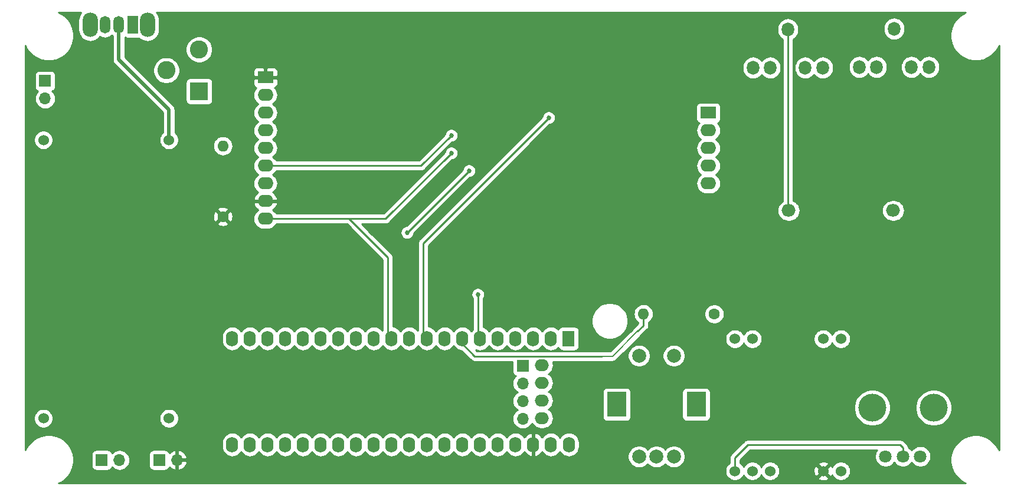
<source format=gbr>
G04 #@! TF.GenerationSoftware,KiCad,Pcbnew,(5.1.4)-1*
G04 #@! TF.CreationDate,2019-10-03T04:56:42-04:00*
G04 #@! TF.ProjectId,MorseTutor1,4d6f7273-6554-4757-946f-72312e6b6963,rev?*
G04 #@! TF.SameCoordinates,Original*
G04 #@! TF.FileFunction,Copper,L2,Bot*
G04 #@! TF.FilePolarity,Positive*
%FSLAX46Y46*%
G04 Gerber Fmt 4.6, Leading zero omitted, Abs format (unit mm)*
G04 Created by KiCad (PCBNEW (5.1.4)-1) date 2019-10-03 04:56:42*
%MOMM*%
%LPD*%
G04 APERTURE LIST*
%ADD10O,2.000000X1.727200*%
%ADD11O,2.000000X1.700000*%
%ADD12O,1.727200X2.250000*%
%ADD13R,1.727200X2.250000*%
%ADD14O,1.700000X1.700000*%
%ADD15R,1.700000X1.700000*%
%ADD16O,1.800000X2.000000*%
%ADD17C,1.524000*%
%ADD18R,2.600000X2.600000*%
%ADD19C,2.600000*%
%ADD20C,1.600000*%
%ADD21O,1.600000X1.600000*%
%ADD22R,1.500000X2.500000*%
%ADD23O,1.500000X2.500000*%
%ADD24O,2.200000X3.500000*%
%ADD25R,2.800000X3.600000*%
%ADD26C,2.000000*%
%ADD27O,2.000000X1.800000*%
%ADD28R,2.250000X1.727200*%
%ADD29O,2.250000X1.727200*%
%ADD30C,1.800000*%
%ADD31C,4.000000*%
%ADD32C,0.685800*%
%ADD33C,0.254000*%
%ADD34C,0.203200*%
%ADD35C,0.508000*%
G04 APERTURE END LIST*
D10*
X110790800Y-86360000D03*
X110790800Y-93980000D03*
D11*
X110790800Y-88900000D03*
D10*
X110790800Y-91440000D03*
D12*
X114651600Y-97780000D03*
X112060800Y-97780000D03*
X109520800Y-97780000D03*
X106980800Y-97780000D03*
X104440800Y-97780000D03*
X101900800Y-97780000D03*
X99360800Y-97780000D03*
X96820800Y-97780000D03*
X94280800Y-97780000D03*
X91740800Y-97780000D03*
X89200800Y-97780000D03*
X86660800Y-97780000D03*
X84120800Y-97780000D03*
X81580800Y-97780000D03*
X79040800Y-97780000D03*
X76500800Y-97780000D03*
X73960800Y-97780000D03*
X71420800Y-97780000D03*
X68880800Y-97780000D03*
X66340800Y-97780000D03*
X66340800Y-82540000D03*
X68880800Y-82540000D03*
X71420800Y-82540000D03*
X73960800Y-82540000D03*
X76500800Y-82540000D03*
X79040800Y-82540000D03*
X81580800Y-82540000D03*
X84120800Y-82540000D03*
X86660800Y-82540000D03*
X89200800Y-82540000D03*
X91740800Y-82540000D03*
X94280800Y-82540000D03*
X96820800Y-82540000D03*
X99360800Y-82540000D03*
X101900800Y-82540000D03*
X104440800Y-82540000D03*
X106980800Y-82540000D03*
X109520800Y-82540000D03*
X112060800Y-82540000D03*
D13*
X114600800Y-82540000D03*
D14*
X108025000Y-94055000D03*
X108025000Y-91515000D03*
X108025000Y-88975000D03*
D15*
X108025000Y-86435000D03*
D16*
X141050000Y-43600000D03*
X143550000Y-43600000D03*
X151050000Y-43600000D03*
X148550000Y-43600000D03*
X146050000Y-38100000D03*
X156290000Y-43500000D03*
X158790000Y-43500000D03*
X166290000Y-43500000D03*
X163790000Y-43500000D03*
X161290000Y-38000000D03*
D17*
X153670000Y-82575000D03*
X151130000Y-82575000D03*
X140970000Y-82575000D03*
X138450000Y-82575000D03*
X153670000Y-101575000D03*
X151130000Y-101575000D03*
X143510000Y-101575000D03*
X140970000Y-101575000D03*
X138450000Y-101575000D03*
D18*
X61595000Y-46990000D03*
D19*
X61595000Y-40990000D03*
X56895000Y-43990000D03*
D20*
X65000000Y-65000000D03*
D21*
X65000000Y-54840000D03*
X125340000Y-79000000D03*
D20*
X135500000Y-79000000D03*
D22*
X52070000Y-37465000D03*
D23*
X50070000Y-37465000D03*
X48070000Y-37465000D03*
D24*
X54170000Y-37465000D03*
X45970000Y-37465000D03*
D14*
X50165000Y-100000000D03*
D15*
X47625000Y-100000000D03*
X55880000Y-100000000D03*
D14*
X58420000Y-100000000D03*
D15*
X39500000Y-45500000D03*
D14*
X39500000Y-48040000D03*
D25*
X121500000Y-92000000D03*
X132900000Y-92000000D03*
D26*
X124700000Y-85000000D03*
X129700000Y-85000000D03*
X124700000Y-99500000D03*
X127200000Y-99500000D03*
X129700000Y-99500000D03*
D27*
X161170000Y-64135000D03*
X146170000Y-64135000D03*
D17*
X57260000Y-54000000D03*
X39260000Y-54000000D03*
X39260000Y-94000000D03*
X57260000Y-94000000D03*
D28*
X71120000Y-45000000D03*
D29*
X71120000Y-47540000D03*
X71120000Y-50080000D03*
X71120000Y-52620000D03*
X71120000Y-55160000D03*
X71120000Y-57700000D03*
X71120000Y-60240000D03*
X71120000Y-62780000D03*
X71120000Y-65320000D03*
X134640000Y-57700000D03*
X134640000Y-55160000D03*
X134640000Y-52620000D03*
D28*
X134640000Y-50080000D03*
D29*
X134640000Y-60240000D03*
D30*
X160060000Y-99475000D03*
X162560000Y-99475000D03*
X165060000Y-99475000D03*
D31*
X158160000Y-92475000D03*
X166960000Y-92475000D03*
D32*
X101600000Y-76200000D03*
X111760000Y-50800000D03*
X100330000Y-58420000D03*
X91440000Y-67310000D03*
X97790000Y-55880000D03*
X97790000Y-53340000D03*
D33*
X146050000Y-64015000D02*
X146170000Y-64135000D01*
X146050000Y-38100000D02*
X146050000Y-64015000D01*
X67220000Y-62780000D02*
X65000000Y-65000000D01*
X71120000Y-62780000D02*
X67220000Y-62780000D01*
X98810800Y-82761400D02*
X98810800Y-82500000D01*
X101139400Y-85090000D02*
X98810800Y-82761400D01*
X119380000Y-85090000D02*
X101139400Y-85090000D01*
D34*
X119380000Y-85090000D02*
X120910000Y-85090000D01*
X120910000Y-85090000D02*
X124500000Y-81500000D01*
X124500000Y-81500000D02*
X124460000Y-81460000D01*
D33*
X125340000Y-80660000D02*
X124500000Y-81500000D01*
X125340000Y-79000000D02*
X125340000Y-80660000D01*
X162560000Y-98202208D02*
X162560000Y-99475000D01*
X162147792Y-97790000D02*
X162560000Y-98202208D01*
X140335000Y-97790000D02*
X162147792Y-97790000D01*
X138450000Y-99675000D02*
X140335000Y-97790000D01*
X138450000Y-101575000D02*
X138450000Y-99675000D01*
X101600000Y-82250800D02*
X101350800Y-82500000D01*
X101600000Y-76200000D02*
X101600000Y-82250800D01*
X93730800Y-68829200D02*
X93730800Y-82500000D01*
X111760000Y-50800000D02*
X93730800Y-68829200D01*
X100330000Y-58420000D02*
X91440000Y-67310000D01*
X97790000Y-55880000D02*
X88350000Y-65320000D01*
X88650800Y-70870800D02*
X83100000Y-65320000D01*
X88650800Y-82500000D02*
X88650800Y-70870800D01*
X88350000Y-65320000D02*
X83100000Y-65320000D01*
X83100000Y-65320000D02*
X71120000Y-65320000D01*
X93430000Y-57700000D02*
X71120000Y-57700000D01*
X97790000Y-53340000D02*
X93430000Y-57700000D01*
D35*
X50070000Y-37465000D02*
X50070000Y-42450000D01*
X50070000Y-42450000D02*
X57260000Y-49640000D01*
X57260000Y-49640000D02*
X57260000Y-54000000D01*
D33*
G36*
X44520422Y-35846422D02*
G01*
X44359315Y-36147832D01*
X44260105Y-36474881D01*
X44235000Y-36729775D01*
X44235000Y-38200224D01*
X44260105Y-38455118D01*
X44359314Y-38782167D01*
X44520421Y-39083577D01*
X44737234Y-39347766D01*
X45001422Y-39564579D01*
X45302832Y-39725686D01*
X45629881Y-39824895D01*
X45970000Y-39858394D01*
X46310118Y-39824895D01*
X46637167Y-39725686D01*
X46938577Y-39564579D01*
X47202766Y-39347766D01*
X47360139Y-39156006D01*
X47537419Y-39250764D01*
X47798493Y-39329960D01*
X48070000Y-39356701D01*
X48341506Y-39329960D01*
X48602580Y-39250764D01*
X48843187Y-39122157D01*
X49054080Y-38949081D01*
X49070000Y-38929683D01*
X49085919Y-38949080D01*
X49181000Y-39027112D01*
X49181001Y-42406330D01*
X49176700Y-42450000D01*
X49193864Y-42624274D01*
X49244698Y-42791852D01*
X49307711Y-42909740D01*
X49327248Y-42946291D01*
X49438342Y-43081659D01*
X49472259Y-43109494D01*
X56371000Y-50008236D01*
X56371001Y-52913854D01*
X56369465Y-52914880D01*
X56174880Y-53109465D01*
X56021995Y-53338273D01*
X55916686Y-53592510D01*
X55863000Y-53862408D01*
X55863000Y-54137592D01*
X55916686Y-54407490D01*
X56021995Y-54661727D01*
X56174880Y-54890535D01*
X56369465Y-55085120D01*
X56598273Y-55238005D01*
X56852510Y-55343314D01*
X57122408Y-55397000D01*
X57397592Y-55397000D01*
X57667490Y-55343314D01*
X57921727Y-55238005D01*
X58150535Y-55085120D01*
X58345120Y-54890535D01*
X58378886Y-54840000D01*
X63558057Y-54840000D01*
X63585764Y-55121309D01*
X63667818Y-55391808D01*
X63801068Y-55641101D01*
X63980392Y-55859608D01*
X64198899Y-56038932D01*
X64448192Y-56172182D01*
X64718691Y-56254236D01*
X64929508Y-56275000D01*
X65070492Y-56275000D01*
X65281309Y-56254236D01*
X65551808Y-56172182D01*
X65801101Y-56038932D01*
X66019608Y-55859608D01*
X66198932Y-55641101D01*
X66332182Y-55391808D01*
X66414236Y-55121309D01*
X66441943Y-54840000D01*
X66414236Y-54558691D01*
X66332182Y-54288192D01*
X66198932Y-54038899D01*
X66019608Y-53820392D01*
X65801101Y-53641068D01*
X65551808Y-53507818D01*
X65281309Y-53425764D01*
X65070492Y-53405000D01*
X64929508Y-53405000D01*
X64718691Y-53425764D01*
X64448192Y-53507818D01*
X64198899Y-53641068D01*
X63980392Y-53820392D01*
X63801068Y-54038899D01*
X63667818Y-54288192D01*
X63585764Y-54558691D01*
X63558057Y-54840000D01*
X58378886Y-54840000D01*
X58498005Y-54661727D01*
X58603314Y-54407490D01*
X58657000Y-54137592D01*
X58657000Y-53862408D01*
X58603314Y-53592510D01*
X58498005Y-53338273D01*
X58345120Y-53109465D01*
X58150535Y-52914880D01*
X58149000Y-52913854D01*
X58149000Y-49683668D01*
X58153301Y-49640000D01*
X58136136Y-49465725D01*
X58085303Y-49298150D01*
X58085303Y-49298149D01*
X58002753Y-49143709D01*
X57891659Y-49008341D01*
X57857743Y-48980507D01*
X52676655Y-43799419D01*
X54960000Y-43799419D01*
X54960000Y-44180581D01*
X55034361Y-44554419D01*
X55180225Y-44906566D01*
X55391987Y-45223491D01*
X55661509Y-45493013D01*
X55978434Y-45704775D01*
X56330581Y-45850639D01*
X56704419Y-45925000D01*
X57085581Y-45925000D01*
X57459419Y-45850639D01*
X57811566Y-45704775D01*
X57833678Y-45690000D01*
X59656928Y-45690000D01*
X59656928Y-48290000D01*
X59669188Y-48414482D01*
X59705498Y-48534180D01*
X59764463Y-48644494D01*
X59843815Y-48741185D01*
X59940506Y-48820537D01*
X60050820Y-48879502D01*
X60170518Y-48915812D01*
X60295000Y-48928072D01*
X62895000Y-48928072D01*
X63019482Y-48915812D01*
X63139180Y-48879502D01*
X63249494Y-48820537D01*
X63346185Y-48741185D01*
X63425537Y-48644494D01*
X63484502Y-48534180D01*
X63520812Y-48414482D01*
X63533072Y-48290000D01*
X63533072Y-47540000D01*
X69352749Y-47540000D01*
X69381684Y-47833777D01*
X69467375Y-48116264D01*
X69606531Y-48376606D01*
X69793803Y-48604797D01*
X70021994Y-48792069D01*
X70055540Y-48810000D01*
X70021994Y-48827931D01*
X69793803Y-49015203D01*
X69606531Y-49243394D01*
X69467375Y-49503736D01*
X69381684Y-49786223D01*
X69352749Y-50080000D01*
X69381684Y-50373777D01*
X69467375Y-50656264D01*
X69606531Y-50916606D01*
X69793803Y-51144797D01*
X70021994Y-51332069D01*
X70055540Y-51350000D01*
X70021994Y-51367931D01*
X69793803Y-51555203D01*
X69606531Y-51783394D01*
X69467375Y-52043736D01*
X69381684Y-52326223D01*
X69352749Y-52620000D01*
X69381684Y-52913777D01*
X69467375Y-53196264D01*
X69606531Y-53456606D01*
X69793803Y-53684797D01*
X70021994Y-53872069D01*
X70055540Y-53890000D01*
X70021994Y-53907931D01*
X69793803Y-54095203D01*
X69606531Y-54323394D01*
X69467375Y-54583736D01*
X69381684Y-54866223D01*
X69352749Y-55160000D01*
X69381684Y-55453777D01*
X69467375Y-55736264D01*
X69606531Y-55996606D01*
X69793803Y-56224797D01*
X70021994Y-56412069D01*
X70055540Y-56430000D01*
X70021994Y-56447931D01*
X69793803Y-56635203D01*
X69606531Y-56863394D01*
X69467375Y-57123736D01*
X69381684Y-57406223D01*
X69352749Y-57700000D01*
X69381684Y-57993777D01*
X69467375Y-58276264D01*
X69606531Y-58536606D01*
X69793803Y-58764797D01*
X70021994Y-58952069D01*
X70055540Y-58970000D01*
X70021994Y-58987931D01*
X69793803Y-59175203D01*
X69606531Y-59403394D01*
X69467375Y-59663736D01*
X69381684Y-59946223D01*
X69352749Y-60240000D01*
X69381684Y-60533777D01*
X69467375Y-60816264D01*
X69606531Y-61076606D01*
X69793803Y-61304797D01*
X70021994Y-61492069D01*
X70061353Y-61513107D01*
X69920426Y-61604517D01*
X69709127Y-61810132D01*
X69542002Y-62053019D01*
X69425473Y-62323843D01*
X69403642Y-62420974D01*
X69524783Y-62653000D01*
X70993000Y-62653000D01*
X70993000Y-62633000D01*
X71247000Y-62633000D01*
X71247000Y-62653000D01*
X72715217Y-62653000D01*
X72836358Y-62420974D01*
X72814527Y-62323843D01*
X72697998Y-62053019D01*
X72530873Y-61810132D01*
X72319574Y-61604517D01*
X72178647Y-61513107D01*
X72218006Y-61492069D01*
X72446197Y-61304797D01*
X72633469Y-61076606D01*
X72772625Y-60816264D01*
X72858316Y-60533777D01*
X72887251Y-60240000D01*
X72858316Y-59946223D01*
X72772625Y-59663736D01*
X72633469Y-59403394D01*
X72446197Y-59175203D01*
X72218006Y-58987931D01*
X72184460Y-58970000D01*
X72218006Y-58952069D01*
X72446197Y-58764797D01*
X72633469Y-58536606D01*
X72673347Y-58462000D01*
X93392577Y-58462000D01*
X93430000Y-58465686D01*
X93467423Y-58462000D01*
X93467426Y-58462000D01*
X93579378Y-58450974D01*
X93723015Y-58407402D01*
X93855392Y-58336645D01*
X93971422Y-58241422D01*
X93995284Y-58212346D01*
X97890579Y-54317052D01*
X98075243Y-54280320D01*
X98253210Y-54206604D01*
X98413375Y-54099585D01*
X98549585Y-53963375D01*
X98656604Y-53803210D01*
X98730320Y-53625243D01*
X98767900Y-53436315D01*
X98767900Y-53243685D01*
X98730320Y-53054757D01*
X98656604Y-52876790D01*
X98549585Y-52716625D01*
X98413375Y-52580415D01*
X98253210Y-52473396D01*
X98075243Y-52399680D01*
X97886315Y-52362100D01*
X97693685Y-52362100D01*
X97504757Y-52399680D01*
X97326790Y-52473396D01*
X97166625Y-52580415D01*
X97030415Y-52716625D01*
X96923396Y-52876790D01*
X96849680Y-53054757D01*
X96812948Y-53239421D01*
X93114370Y-56938000D01*
X72673347Y-56938000D01*
X72633469Y-56863394D01*
X72446197Y-56635203D01*
X72218006Y-56447931D01*
X72184460Y-56430000D01*
X72218006Y-56412069D01*
X72446197Y-56224797D01*
X72633469Y-55996606D01*
X72772625Y-55736264D01*
X72858316Y-55453777D01*
X72887251Y-55160000D01*
X72858316Y-54866223D01*
X72772625Y-54583736D01*
X72633469Y-54323394D01*
X72446197Y-54095203D01*
X72218006Y-53907931D01*
X72184460Y-53890000D01*
X72218006Y-53872069D01*
X72446197Y-53684797D01*
X72633469Y-53456606D01*
X72772625Y-53196264D01*
X72858316Y-52913777D01*
X72887251Y-52620000D01*
X72858316Y-52326223D01*
X72772625Y-52043736D01*
X72633469Y-51783394D01*
X72446197Y-51555203D01*
X72218006Y-51367931D01*
X72184460Y-51350000D01*
X72218006Y-51332069D01*
X72446197Y-51144797D01*
X72633469Y-50916606D01*
X72772625Y-50656264D01*
X72858316Y-50373777D01*
X72887251Y-50080000D01*
X72858316Y-49786223D01*
X72772625Y-49503736D01*
X72633469Y-49243394D01*
X72446197Y-49015203D01*
X72218006Y-48827931D01*
X72184460Y-48810000D01*
X72218006Y-48792069D01*
X72446197Y-48604797D01*
X72633469Y-48376606D01*
X72772625Y-48116264D01*
X72858316Y-47833777D01*
X72887251Y-47540000D01*
X72858316Y-47246223D01*
X72772625Y-46963736D01*
X72633469Y-46703394D01*
X72446197Y-46475203D01*
X72438135Y-46468586D01*
X72489180Y-46453102D01*
X72599494Y-46394137D01*
X72696185Y-46314785D01*
X72775537Y-46218094D01*
X72834502Y-46107780D01*
X72870812Y-45988082D01*
X72883072Y-45863600D01*
X72880000Y-45285750D01*
X72721250Y-45127000D01*
X71247000Y-45127000D01*
X71247000Y-45147000D01*
X70993000Y-45147000D01*
X70993000Y-45127000D01*
X69518750Y-45127000D01*
X69360000Y-45285750D01*
X69356928Y-45863600D01*
X69369188Y-45988082D01*
X69405498Y-46107780D01*
X69464463Y-46218094D01*
X69543815Y-46314785D01*
X69640506Y-46394137D01*
X69750820Y-46453102D01*
X69801865Y-46468586D01*
X69793803Y-46475203D01*
X69606531Y-46703394D01*
X69467375Y-46963736D01*
X69381684Y-47246223D01*
X69352749Y-47540000D01*
X63533072Y-47540000D01*
X63533072Y-45690000D01*
X63520812Y-45565518D01*
X63484502Y-45445820D01*
X63425537Y-45335506D01*
X63346185Y-45238815D01*
X63249494Y-45159463D01*
X63139180Y-45100498D01*
X63019482Y-45064188D01*
X62895000Y-45051928D01*
X60295000Y-45051928D01*
X60170518Y-45064188D01*
X60050820Y-45100498D01*
X59940506Y-45159463D01*
X59843815Y-45238815D01*
X59764463Y-45335506D01*
X59705498Y-45445820D01*
X59669188Y-45565518D01*
X59656928Y-45690000D01*
X57833678Y-45690000D01*
X58128491Y-45493013D01*
X58398013Y-45223491D01*
X58609775Y-44906566D01*
X58755639Y-44554419D01*
X58830000Y-44180581D01*
X58830000Y-44136400D01*
X69356928Y-44136400D01*
X69360000Y-44714250D01*
X69518750Y-44873000D01*
X70993000Y-44873000D01*
X70993000Y-43660150D01*
X71247000Y-43660150D01*
X71247000Y-44873000D01*
X72721250Y-44873000D01*
X72880000Y-44714250D01*
X72883072Y-44136400D01*
X72870812Y-44011918D01*
X72834502Y-43892220D01*
X72775537Y-43781906D01*
X72696185Y-43685215D01*
X72599494Y-43605863D01*
X72489180Y-43546898D01*
X72369482Y-43510588D01*
X72245000Y-43498328D01*
X71405750Y-43501400D01*
X71247000Y-43660150D01*
X70993000Y-43660150D01*
X70834250Y-43501400D01*
X69995000Y-43498328D01*
X69870518Y-43510588D01*
X69750820Y-43546898D01*
X69640506Y-43605863D01*
X69543815Y-43685215D01*
X69464463Y-43781906D01*
X69405498Y-43892220D01*
X69369188Y-44011918D01*
X69356928Y-44136400D01*
X58830000Y-44136400D01*
X58830000Y-43799419D01*
X58755639Y-43425581D01*
X58755230Y-43424592D01*
X139515000Y-43424592D01*
X139515000Y-43775407D01*
X139537210Y-44000912D01*
X139624983Y-44290260D01*
X139767519Y-44556926D01*
X139959339Y-44790661D01*
X140193073Y-44982481D01*
X140459739Y-45125017D01*
X140749087Y-45212790D01*
X141050000Y-45242427D01*
X141350912Y-45212790D01*
X141640260Y-45125017D01*
X141906926Y-44982481D01*
X142140661Y-44790661D01*
X142300000Y-44596505D01*
X142459339Y-44790661D01*
X142693073Y-44982481D01*
X142959739Y-45125017D01*
X143249087Y-45212790D01*
X143550000Y-45242427D01*
X143850912Y-45212790D01*
X144140260Y-45125017D01*
X144406926Y-44982481D01*
X144640661Y-44790661D01*
X144832481Y-44556927D01*
X144975017Y-44290261D01*
X145062790Y-44000913D01*
X145085000Y-43775408D01*
X145085000Y-43424593D01*
X145062790Y-43199088D01*
X144975017Y-42909740D01*
X144832481Y-42643073D01*
X144640661Y-42409339D01*
X144406927Y-42217519D01*
X144140261Y-42074983D01*
X143850913Y-41987210D01*
X143550000Y-41957573D01*
X143249088Y-41987210D01*
X142959740Y-42074983D01*
X142693074Y-42217519D01*
X142459339Y-42409339D01*
X142300000Y-42603495D01*
X142140661Y-42409339D01*
X141906927Y-42217519D01*
X141640261Y-42074983D01*
X141350913Y-41987210D01*
X141050000Y-41957573D01*
X140749088Y-41987210D01*
X140459740Y-42074983D01*
X140193074Y-42217519D01*
X139959339Y-42409339D01*
X139767519Y-42643073D01*
X139624983Y-42909739D01*
X139537210Y-43199087D01*
X139515000Y-43424592D01*
X58755230Y-43424592D01*
X58609775Y-43073434D01*
X58398013Y-42756509D01*
X58128491Y-42486987D01*
X57811566Y-42275225D01*
X57459419Y-42129361D01*
X57085581Y-42055000D01*
X56704419Y-42055000D01*
X56330581Y-42129361D01*
X55978434Y-42275225D01*
X55661509Y-42486987D01*
X55391987Y-42756509D01*
X55180225Y-43073434D01*
X55034361Y-43425581D01*
X54960000Y-43799419D01*
X52676655Y-43799419D01*
X50959000Y-42081765D01*
X50959000Y-40799419D01*
X59660000Y-40799419D01*
X59660000Y-41180581D01*
X59734361Y-41554419D01*
X59880225Y-41906566D01*
X60091987Y-42223491D01*
X60361509Y-42493013D01*
X60678434Y-42704775D01*
X61030581Y-42850639D01*
X61404419Y-42925000D01*
X61785581Y-42925000D01*
X62159419Y-42850639D01*
X62511566Y-42704775D01*
X62828491Y-42493013D01*
X63098013Y-42223491D01*
X63309775Y-41906566D01*
X63455639Y-41554419D01*
X63530000Y-41180581D01*
X63530000Y-40799419D01*
X63455639Y-40425581D01*
X63309775Y-40073434D01*
X63098013Y-39756509D01*
X62828491Y-39486987D01*
X62511566Y-39275225D01*
X62159419Y-39129361D01*
X61785581Y-39055000D01*
X61404419Y-39055000D01*
X61030581Y-39129361D01*
X60678434Y-39275225D01*
X60361509Y-39486987D01*
X60091987Y-39756509D01*
X59880225Y-40073434D01*
X59734361Y-40425581D01*
X59660000Y-40799419D01*
X50959000Y-40799419D01*
X50959000Y-39240198D01*
X50965506Y-39245537D01*
X51075820Y-39304502D01*
X51195518Y-39340812D01*
X51320000Y-39353072D01*
X52820000Y-39353072D01*
X52932496Y-39341992D01*
X52937234Y-39347766D01*
X53201422Y-39564579D01*
X53502832Y-39725686D01*
X53829881Y-39824895D01*
X54170000Y-39858394D01*
X54510118Y-39824895D01*
X54837167Y-39725686D01*
X55138577Y-39564579D01*
X55402766Y-39347766D01*
X55619579Y-39083578D01*
X55780686Y-38782168D01*
X55879895Y-38455119D01*
X55905000Y-38200225D01*
X55905000Y-37924592D01*
X144515000Y-37924592D01*
X144515000Y-38275407D01*
X144537210Y-38500912D01*
X144624983Y-38790260D01*
X144767519Y-39056926D01*
X144959339Y-39290661D01*
X145193073Y-39482481D01*
X145288000Y-39533221D01*
X145288001Y-62812469D01*
X145213073Y-62852519D01*
X144979339Y-63044339D01*
X144787519Y-63278073D01*
X144644983Y-63544739D01*
X144557210Y-63834087D01*
X144527573Y-64135000D01*
X144557210Y-64435913D01*
X144644983Y-64725261D01*
X144787519Y-64991927D01*
X144979339Y-65225661D01*
X145213073Y-65417481D01*
X145479739Y-65560017D01*
X145769087Y-65647790D01*
X145994592Y-65670000D01*
X146345408Y-65670000D01*
X146570913Y-65647790D01*
X146860261Y-65560017D01*
X147126927Y-65417481D01*
X147360661Y-65225661D01*
X147552481Y-64991927D01*
X147695017Y-64725261D01*
X147782790Y-64435913D01*
X147812427Y-64135000D01*
X159527573Y-64135000D01*
X159557210Y-64435913D01*
X159644983Y-64725261D01*
X159787519Y-64991927D01*
X159979339Y-65225661D01*
X160213073Y-65417481D01*
X160479739Y-65560017D01*
X160769087Y-65647790D01*
X160994592Y-65670000D01*
X161345408Y-65670000D01*
X161570913Y-65647790D01*
X161860261Y-65560017D01*
X162126927Y-65417481D01*
X162360661Y-65225661D01*
X162552481Y-64991927D01*
X162695017Y-64725261D01*
X162782790Y-64435913D01*
X162812427Y-64135000D01*
X162782790Y-63834087D01*
X162695017Y-63544739D01*
X162552481Y-63278073D01*
X162360661Y-63044339D01*
X162126927Y-62852519D01*
X161860261Y-62709983D01*
X161570913Y-62622210D01*
X161345408Y-62600000D01*
X160994592Y-62600000D01*
X160769087Y-62622210D01*
X160479739Y-62709983D01*
X160213073Y-62852519D01*
X159979339Y-63044339D01*
X159787519Y-63278073D01*
X159644983Y-63544739D01*
X159557210Y-63834087D01*
X159527573Y-64135000D01*
X147812427Y-64135000D01*
X147782790Y-63834087D01*
X147695017Y-63544739D01*
X147552481Y-63278073D01*
X147360661Y-63044339D01*
X147126927Y-62852519D01*
X146860261Y-62709983D01*
X146812000Y-62695343D01*
X146812000Y-43424592D01*
X147015000Y-43424592D01*
X147015000Y-43775407D01*
X147037210Y-44000912D01*
X147124983Y-44290260D01*
X147267519Y-44556926D01*
X147459339Y-44790661D01*
X147693073Y-44982481D01*
X147959739Y-45125017D01*
X148249087Y-45212790D01*
X148550000Y-45242427D01*
X148850912Y-45212790D01*
X149140260Y-45125017D01*
X149406926Y-44982481D01*
X149640661Y-44790661D01*
X149800000Y-44596505D01*
X149959339Y-44790661D01*
X150193073Y-44982481D01*
X150459739Y-45125017D01*
X150749087Y-45212790D01*
X151050000Y-45242427D01*
X151350912Y-45212790D01*
X151640260Y-45125017D01*
X151906926Y-44982481D01*
X152140661Y-44790661D01*
X152332481Y-44556927D01*
X152475017Y-44290261D01*
X152562790Y-44000913D01*
X152585000Y-43775408D01*
X152585000Y-43424593D01*
X152575151Y-43324592D01*
X154755000Y-43324592D01*
X154755000Y-43675407D01*
X154777210Y-43900912D01*
X154864983Y-44190260D01*
X155007519Y-44456926D01*
X155199339Y-44690661D01*
X155433073Y-44882481D01*
X155699739Y-45025017D01*
X155989087Y-45112790D01*
X156290000Y-45142427D01*
X156590912Y-45112790D01*
X156880260Y-45025017D01*
X157146926Y-44882481D01*
X157380661Y-44690661D01*
X157540000Y-44496505D01*
X157699339Y-44690661D01*
X157933073Y-44882481D01*
X158199739Y-45025017D01*
X158489087Y-45112790D01*
X158790000Y-45142427D01*
X159090912Y-45112790D01*
X159380260Y-45025017D01*
X159646926Y-44882481D01*
X159880661Y-44690661D01*
X160072481Y-44456927D01*
X160215017Y-44190261D01*
X160302790Y-43900913D01*
X160325000Y-43675408D01*
X160325000Y-43324593D01*
X160325000Y-43324592D01*
X162255000Y-43324592D01*
X162255000Y-43675407D01*
X162277210Y-43900912D01*
X162364983Y-44190260D01*
X162507519Y-44456926D01*
X162699339Y-44690661D01*
X162933073Y-44882481D01*
X163199739Y-45025017D01*
X163489087Y-45112790D01*
X163790000Y-45142427D01*
X164090912Y-45112790D01*
X164380260Y-45025017D01*
X164646926Y-44882481D01*
X164880661Y-44690661D01*
X165040000Y-44496505D01*
X165199339Y-44690661D01*
X165433073Y-44882481D01*
X165699739Y-45025017D01*
X165989087Y-45112790D01*
X166290000Y-45142427D01*
X166590912Y-45112790D01*
X166880260Y-45025017D01*
X167146926Y-44882481D01*
X167380661Y-44690661D01*
X167572481Y-44456927D01*
X167715017Y-44190261D01*
X167802790Y-43900913D01*
X167825000Y-43675408D01*
X167825000Y-43324593D01*
X167802790Y-43099088D01*
X167715017Y-42809740D01*
X167572481Y-42543073D01*
X167380661Y-42309339D01*
X167146927Y-42117519D01*
X166880261Y-41974983D01*
X166590913Y-41887210D01*
X166290000Y-41857573D01*
X165989088Y-41887210D01*
X165699740Y-41974983D01*
X165433074Y-42117519D01*
X165199339Y-42309339D01*
X165040000Y-42503495D01*
X164880661Y-42309339D01*
X164646927Y-42117519D01*
X164380261Y-41974983D01*
X164090913Y-41887210D01*
X163790000Y-41857573D01*
X163489088Y-41887210D01*
X163199740Y-41974983D01*
X162933074Y-42117519D01*
X162699339Y-42309339D01*
X162507519Y-42543073D01*
X162364983Y-42809739D01*
X162277210Y-43099087D01*
X162255000Y-43324592D01*
X160325000Y-43324592D01*
X160302790Y-43099088D01*
X160215017Y-42809740D01*
X160072481Y-42543073D01*
X159880661Y-42309339D01*
X159646927Y-42117519D01*
X159380261Y-41974983D01*
X159090913Y-41887210D01*
X158790000Y-41857573D01*
X158489088Y-41887210D01*
X158199740Y-41974983D01*
X157933074Y-42117519D01*
X157699339Y-42309339D01*
X157540000Y-42503495D01*
X157380661Y-42309339D01*
X157146927Y-42117519D01*
X156880261Y-41974983D01*
X156590913Y-41887210D01*
X156290000Y-41857573D01*
X155989088Y-41887210D01*
X155699740Y-41974983D01*
X155433074Y-42117519D01*
X155199339Y-42309339D01*
X155007519Y-42543073D01*
X154864983Y-42809739D01*
X154777210Y-43099087D01*
X154755000Y-43324592D01*
X152575151Y-43324592D01*
X152562790Y-43199088D01*
X152475017Y-42909740D01*
X152332481Y-42643073D01*
X152140661Y-42409339D01*
X151906927Y-42217519D01*
X151640261Y-42074983D01*
X151350913Y-41987210D01*
X151050000Y-41957573D01*
X150749088Y-41987210D01*
X150459740Y-42074983D01*
X150193074Y-42217519D01*
X149959339Y-42409339D01*
X149800000Y-42603495D01*
X149640661Y-42409339D01*
X149406927Y-42217519D01*
X149140261Y-42074983D01*
X148850913Y-41987210D01*
X148550000Y-41957573D01*
X148249088Y-41987210D01*
X147959740Y-42074983D01*
X147693074Y-42217519D01*
X147459339Y-42409339D01*
X147267519Y-42643073D01*
X147124983Y-42909739D01*
X147037210Y-43199087D01*
X147015000Y-43424592D01*
X146812000Y-43424592D01*
X146812000Y-39533220D01*
X146906926Y-39482481D01*
X147140661Y-39290661D01*
X147332481Y-39056927D01*
X147475017Y-38790261D01*
X147562790Y-38500913D01*
X147585000Y-38275408D01*
X147585000Y-37924593D01*
X147575151Y-37824592D01*
X159755000Y-37824592D01*
X159755000Y-38175407D01*
X159777210Y-38400912D01*
X159864983Y-38690260D01*
X160007519Y-38956926D01*
X160199339Y-39190661D01*
X160433073Y-39382481D01*
X160699739Y-39525017D01*
X160989087Y-39612790D01*
X161290000Y-39642427D01*
X161590912Y-39612790D01*
X161880260Y-39525017D01*
X162146926Y-39382481D01*
X162380661Y-39190661D01*
X162572481Y-38956927D01*
X162715017Y-38690261D01*
X162802790Y-38400913D01*
X162825000Y-38175408D01*
X162825000Y-37824593D01*
X162802790Y-37599088D01*
X162715017Y-37309740D01*
X162572481Y-37043073D01*
X162380661Y-36809339D01*
X162146927Y-36617519D01*
X161880261Y-36474983D01*
X161590913Y-36387210D01*
X161290000Y-36357573D01*
X160989088Y-36387210D01*
X160699740Y-36474983D01*
X160433074Y-36617519D01*
X160199339Y-36809339D01*
X160007519Y-37043073D01*
X159864983Y-37309739D01*
X159777210Y-37599087D01*
X159755000Y-37824592D01*
X147575151Y-37824592D01*
X147562790Y-37699088D01*
X147475017Y-37409740D01*
X147332481Y-37143073D01*
X147140661Y-36909339D01*
X146906927Y-36717519D01*
X146640261Y-36574983D01*
X146350913Y-36487210D01*
X146050000Y-36457573D01*
X145749088Y-36487210D01*
X145459740Y-36574983D01*
X145193074Y-36717519D01*
X144959339Y-36909339D01*
X144767519Y-37143073D01*
X144624983Y-37409739D01*
X144537210Y-37699087D01*
X144515000Y-37924592D01*
X55905000Y-37924592D01*
X55905000Y-36729775D01*
X55879895Y-36474881D01*
X55780686Y-36147832D01*
X55619579Y-35846422D01*
X55466587Y-35660000D01*
X171585664Y-35660000D01*
X171281971Y-35785794D01*
X170687922Y-36182725D01*
X170182725Y-36687922D01*
X169785794Y-37281971D01*
X169512383Y-37942043D01*
X169373000Y-38642772D01*
X169373000Y-39357228D01*
X169512383Y-40057957D01*
X169785794Y-40718029D01*
X170182725Y-41312078D01*
X170687922Y-41817275D01*
X171281971Y-42214206D01*
X171942043Y-42487617D01*
X172642772Y-42627000D01*
X173357228Y-42627000D01*
X174057957Y-42487617D01*
X174718029Y-42214206D01*
X175312078Y-41817275D01*
X175817275Y-41312078D01*
X176214206Y-40718029D01*
X176340000Y-40414336D01*
X176340001Y-98585667D01*
X176214206Y-98281971D01*
X175817275Y-97687922D01*
X175312078Y-97182725D01*
X174718029Y-96785794D01*
X174057957Y-96512383D01*
X173357228Y-96373000D01*
X172642772Y-96373000D01*
X171942043Y-96512383D01*
X171281971Y-96785794D01*
X170687922Y-97182725D01*
X170182725Y-97687922D01*
X169785794Y-98281971D01*
X169512383Y-98942043D01*
X169373000Y-99642772D01*
X169373000Y-100357228D01*
X169512383Y-101057957D01*
X169785794Y-101718029D01*
X170182725Y-102312078D01*
X170687922Y-102817275D01*
X171281971Y-103214206D01*
X171585664Y-103340000D01*
X41414336Y-103340000D01*
X41718029Y-103214206D01*
X42312078Y-102817275D01*
X42817275Y-102312078D01*
X43214206Y-101718029D01*
X43487617Y-101057957D01*
X43627000Y-100357228D01*
X43627000Y-99642772D01*
X43528983Y-99150000D01*
X46136928Y-99150000D01*
X46136928Y-100850000D01*
X46149188Y-100974482D01*
X46185498Y-101094180D01*
X46244463Y-101204494D01*
X46323815Y-101301185D01*
X46420506Y-101380537D01*
X46530820Y-101439502D01*
X46650518Y-101475812D01*
X46775000Y-101488072D01*
X48475000Y-101488072D01*
X48599482Y-101475812D01*
X48719180Y-101439502D01*
X48829494Y-101380537D01*
X48926185Y-101301185D01*
X49005537Y-101204494D01*
X49064502Y-101094180D01*
X49085393Y-101025313D01*
X49109866Y-101055134D01*
X49335986Y-101240706D01*
X49593966Y-101378599D01*
X49873889Y-101463513D01*
X50092050Y-101485000D01*
X50237950Y-101485000D01*
X50456111Y-101463513D01*
X50736034Y-101378599D01*
X50994014Y-101240706D01*
X51220134Y-101055134D01*
X51405706Y-100829014D01*
X51543599Y-100571034D01*
X51628513Y-100291111D01*
X51657185Y-100000000D01*
X51628513Y-99708889D01*
X51543599Y-99428966D01*
X51405706Y-99170986D01*
X51388484Y-99150000D01*
X54391928Y-99150000D01*
X54391928Y-100850000D01*
X54404188Y-100974482D01*
X54440498Y-101094180D01*
X54499463Y-101204494D01*
X54578815Y-101301185D01*
X54675506Y-101380537D01*
X54785820Y-101439502D01*
X54905518Y-101475812D01*
X55030000Y-101488072D01*
X56730000Y-101488072D01*
X56854482Y-101475812D01*
X56974180Y-101439502D01*
X57084494Y-101380537D01*
X57181185Y-101301185D01*
X57260537Y-101204494D01*
X57319502Y-101094180D01*
X57343966Y-101013534D01*
X57419731Y-101097588D01*
X57653080Y-101271641D01*
X57915901Y-101396825D01*
X58063110Y-101441476D01*
X58293000Y-101320155D01*
X58293000Y-100127000D01*
X58547000Y-100127000D01*
X58547000Y-101320155D01*
X58776890Y-101441476D01*
X58790301Y-101437408D01*
X137053000Y-101437408D01*
X137053000Y-101712592D01*
X137106686Y-101982490D01*
X137211995Y-102236727D01*
X137364880Y-102465535D01*
X137559465Y-102660120D01*
X137788273Y-102813005D01*
X138042510Y-102918314D01*
X138312408Y-102972000D01*
X138587592Y-102972000D01*
X138857490Y-102918314D01*
X139111727Y-102813005D01*
X139340535Y-102660120D01*
X139535120Y-102465535D01*
X139688005Y-102236727D01*
X139710000Y-102183627D01*
X139731995Y-102236727D01*
X139884880Y-102465535D01*
X140079465Y-102660120D01*
X140308273Y-102813005D01*
X140562510Y-102918314D01*
X140832408Y-102972000D01*
X141107592Y-102972000D01*
X141377490Y-102918314D01*
X141631727Y-102813005D01*
X141860535Y-102660120D01*
X142055120Y-102465535D01*
X142208005Y-102236727D01*
X142240000Y-102159485D01*
X142271995Y-102236727D01*
X142424880Y-102465535D01*
X142619465Y-102660120D01*
X142848273Y-102813005D01*
X143102510Y-102918314D01*
X143372408Y-102972000D01*
X143647592Y-102972000D01*
X143917490Y-102918314D01*
X144171727Y-102813005D01*
X144400535Y-102660120D01*
X144520090Y-102540565D01*
X150344040Y-102540565D01*
X150411020Y-102780656D01*
X150660048Y-102897756D01*
X150927135Y-102964023D01*
X151202017Y-102976910D01*
X151474133Y-102935922D01*
X151733023Y-102842636D01*
X151848980Y-102780656D01*
X151915960Y-102540565D01*
X151130000Y-101754605D01*
X150344040Y-102540565D01*
X144520090Y-102540565D01*
X144595120Y-102465535D01*
X144748005Y-102236727D01*
X144853314Y-101982490D01*
X144907000Y-101712592D01*
X144907000Y-101647017D01*
X149728090Y-101647017D01*
X149769078Y-101919133D01*
X149862364Y-102178023D01*
X149924344Y-102293980D01*
X150164435Y-102360960D01*
X150950395Y-101575000D01*
X151309605Y-101575000D01*
X152095565Y-102360960D01*
X152335656Y-102293980D01*
X152399485Y-102158240D01*
X152431995Y-102236727D01*
X152584880Y-102465535D01*
X152779465Y-102660120D01*
X153008273Y-102813005D01*
X153262510Y-102918314D01*
X153532408Y-102972000D01*
X153807592Y-102972000D01*
X154077490Y-102918314D01*
X154331727Y-102813005D01*
X154560535Y-102660120D01*
X154755120Y-102465535D01*
X154908005Y-102236727D01*
X155013314Y-101982490D01*
X155067000Y-101712592D01*
X155067000Y-101437408D01*
X155013314Y-101167510D01*
X154908005Y-100913273D01*
X154755120Y-100684465D01*
X154560535Y-100489880D01*
X154331727Y-100336995D01*
X154077490Y-100231686D01*
X153807592Y-100178000D01*
X153532408Y-100178000D01*
X153262510Y-100231686D01*
X153008273Y-100336995D01*
X152779465Y-100489880D01*
X152584880Y-100684465D01*
X152431995Y-100913273D01*
X152402308Y-100984943D01*
X152397636Y-100971977D01*
X152335656Y-100856020D01*
X152095565Y-100789040D01*
X151309605Y-101575000D01*
X150950395Y-101575000D01*
X150164435Y-100789040D01*
X149924344Y-100856020D01*
X149807244Y-101105048D01*
X149740977Y-101372135D01*
X149728090Y-101647017D01*
X144907000Y-101647017D01*
X144907000Y-101437408D01*
X144853314Y-101167510D01*
X144748005Y-100913273D01*
X144595120Y-100684465D01*
X144520090Y-100609435D01*
X150344040Y-100609435D01*
X151130000Y-101395395D01*
X151915960Y-100609435D01*
X151848980Y-100369344D01*
X151599952Y-100252244D01*
X151332865Y-100185977D01*
X151057983Y-100173090D01*
X150785867Y-100214078D01*
X150526977Y-100307364D01*
X150411020Y-100369344D01*
X150344040Y-100609435D01*
X144520090Y-100609435D01*
X144400535Y-100489880D01*
X144171727Y-100336995D01*
X143917490Y-100231686D01*
X143647592Y-100178000D01*
X143372408Y-100178000D01*
X143102510Y-100231686D01*
X142848273Y-100336995D01*
X142619465Y-100489880D01*
X142424880Y-100684465D01*
X142271995Y-100913273D01*
X142240000Y-100990515D01*
X142208005Y-100913273D01*
X142055120Y-100684465D01*
X141860535Y-100489880D01*
X141631727Y-100336995D01*
X141377490Y-100231686D01*
X141107592Y-100178000D01*
X140832408Y-100178000D01*
X140562510Y-100231686D01*
X140308273Y-100336995D01*
X140079465Y-100489880D01*
X139884880Y-100684465D01*
X139731995Y-100913273D01*
X139710000Y-100966373D01*
X139688005Y-100913273D01*
X139535120Y-100684465D01*
X139340535Y-100489880D01*
X139212000Y-100403995D01*
X139212000Y-99990630D01*
X140650630Y-98552000D01*
X158830601Y-98552000D01*
X158699701Y-98747905D01*
X158583989Y-99027257D01*
X158525000Y-99323816D01*
X158525000Y-99626184D01*
X158583989Y-99922743D01*
X158699701Y-100202095D01*
X158867688Y-100453505D01*
X159081495Y-100667312D01*
X159332905Y-100835299D01*
X159612257Y-100951011D01*
X159908816Y-101010000D01*
X160211184Y-101010000D01*
X160507743Y-100951011D01*
X160787095Y-100835299D01*
X161038505Y-100667312D01*
X161252312Y-100453505D01*
X161310000Y-100367169D01*
X161367688Y-100453505D01*
X161581495Y-100667312D01*
X161832905Y-100835299D01*
X162112257Y-100951011D01*
X162408816Y-101010000D01*
X162711184Y-101010000D01*
X163007743Y-100951011D01*
X163287095Y-100835299D01*
X163538505Y-100667312D01*
X163752312Y-100453505D01*
X163810000Y-100367169D01*
X163867688Y-100453505D01*
X164081495Y-100667312D01*
X164332905Y-100835299D01*
X164612257Y-100951011D01*
X164908816Y-101010000D01*
X165211184Y-101010000D01*
X165507743Y-100951011D01*
X165787095Y-100835299D01*
X166038505Y-100667312D01*
X166252312Y-100453505D01*
X166420299Y-100202095D01*
X166536011Y-99922743D01*
X166595000Y-99626184D01*
X166595000Y-99323816D01*
X166536011Y-99027257D01*
X166420299Y-98747905D01*
X166252312Y-98496495D01*
X166038505Y-98282688D01*
X165787095Y-98114701D01*
X165507743Y-97998989D01*
X165211184Y-97940000D01*
X164908816Y-97940000D01*
X164612257Y-97998989D01*
X164332905Y-98114701D01*
X164081495Y-98282688D01*
X163867688Y-98496495D01*
X163810000Y-98582831D01*
X163752312Y-98496495D01*
X163538505Y-98282688D01*
X163319179Y-98136139D01*
X163310974Y-98052830D01*
X163267402Y-97909193D01*
X163196645Y-97776816D01*
X163101422Y-97660786D01*
X163072347Y-97636925D01*
X162713076Y-97277654D01*
X162689214Y-97248578D01*
X162573184Y-97153355D01*
X162440807Y-97082598D01*
X162297170Y-97039026D01*
X162185218Y-97028000D01*
X162185215Y-97028000D01*
X162147792Y-97024314D01*
X162110369Y-97028000D01*
X140372423Y-97028000D01*
X140335000Y-97024314D01*
X140297577Y-97028000D01*
X140297574Y-97028000D01*
X140185622Y-97039026D01*
X140041985Y-97082598D01*
X140006289Y-97101678D01*
X139909607Y-97153355D01*
X139873820Y-97182725D01*
X139793578Y-97248578D01*
X139769716Y-97277654D01*
X137937649Y-99109721D01*
X137908579Y-99133578D01*
X137884722Y-99162648D01*
X137884721Y-99162649D01*
X137813355Y-99249608D01*
X137742599Y-99381985D01*
X137699027Y-99525622D01*
X137684314Y-99675000D01*
X137688001Y-99712433D01*
X137688001Y-100403995D01*
X137559465Y-100489880D01*
X137364880Y-100684465D01*
X137211995Y-100913273D01*
X137106686Y-101167510D01*
X137053000Y-101437408D01*
X58790301Y-101437408D01*
X58924099Y-101396825D01*
X59186920Y-101271641D01*
X59420269Y-101097588D01*
X59615178Y-100881355D01*
X59764157Y-100631252D01*
X59861481Y-100356891D01*
X59740814Y-100127000D01*
X58547000Y-100127000D01*
X58293000Y-100127000D01*
X58273000Y-100127000D01*
X58273000Y-99873000D01*
X58293000Y-99873000D01*
X58293000Y-98679845D01*
X58547000Y-98679845D01*
X58547000Y-99873000D01*
X59740814Y-99873000D01*
X59861481Y-99643109D01*
X59764157Y-99368748D01*
X59615178Y-99118645D01*
X59420269Y-98902412D01*
X59186920Y-98728359D01*
X58924099Y-98603175D01*
X58776890Y-98558524D01*
X58547000Y-98679845D01*
X58293000Y-98679845D01*
X58063110Y-98558524D01*
X57915901Y-98603175D01*
X57653080Y-98728359D01*
X57419731Y-98902412D01*
X57343966Y-98986466D01*
X57319502Y-98905820D01*
X57260537Y-98795506D01*
X57181185Y-98698815D01*
X57084494Y-98619463D01*
X56974180Y-98560498D01*
X56854482Y-98524188D01*
X56730000Y-98511928D01*
X55030000Y-98511928D01*
X54905518Y-98524188D01*
X54785820Y-98560498D01*
X54675506Y-98619463D01*
X54578815Y-98698815D01*
X54499463Y-98795506D01*
X54440498Y-98905820D01*
X54404188Y-99025518D01*
X54391928Y-99150000D01*
X51388484Y-99150000D01*
X51220134Y-98944866D01*
X50994014Y-98759294D01*
X50736034Y-98621401D01*
X50456111Y-98536487D01*
X50237950Y-98515000D01*
X50092050Y-98515000D01*
X49873889Y-98536487D01*
X49593966Y-98621401D01*
X49335986Y-98759294D01*
X49109866Y-98944866D01*
X49085393Y-98974687D01*
X49064502Y-98905820D01*
X49005537Y-98795506D01*
X48926185Y-98698815D01*
X48829494Y-98619463D01*
X48719180Y-98560498D01*
X48599482Y-98524188D01*
X48475000Y-98511928D01*
X46775000Y-98511928D01*
X46650518Y-98524188D01*
X46530820Y-98560498D01*
X46420506Y-98619463D01*
X46323815Y-98698815D01*
X46244463Y-98795506D01*
X46185498Y-98905820D01*
X46149188Y-99025518D01*
X46136928Y-99150000D01*
X43528983Y-99150000D01*
X43487617Y-98942043D01*
X43214206Y-98281971D01*
X42817275Y-97687922D01*
X42574335Y-97444982D01*
X64842200Y-97444982D01*
X64842200Y-98115019D01*
X64863884Y-98335177D01*
X64949575Y-98617664D01*
X65088731Y-98878006D01*
X65276003Y-99106197D01*
X65504195Y-99293469D01*
X65764537Y-99432625D01*
X66047024Y-99518316D01*
X66340800Y-99547251D01*
X66634577Y-99518316D01*
X66917064Y-99432625D01*
X67177406Y-99293469D01*
X67405597Y-99106197D01*
X67592869Y-98878006D01*
X67610800Y-98844460D01*
X67628731Y-98878006D01*
X67816003Y-99106197D01*
X68044195Y-99293469D01*
X68304537Y-99432625D01*
X68587024Y-99518316D01*
X68880800Y-99547251D01*
X69174577Y-99518316D01*
X69457064Y-99432625D01*
X69717406Y-99293469D01*
X69945597Y-99106197D01*
X70132869Y-98878006D01*
X70150800Y-98844460D01*
X70168731Y-98878006D01*
X70356003Y-99106197D01*
X70584195Y-99293469D01*
X70844537Y-99432625D01*
X71127024Y-99518316D01*
X71420800Y-99547251D01*
X71714577Y-99518316D01*
X71997064Y-99432625D01*
X72257406Y-99293469D01*
X72485597Y-99106197D01*
X72672869Y-98878006D01*
X72690800Y-98844460D01*
X72708731Y-98878006D01*
X72896003Y-99106197D01*
X73124195Y-99293469D01*
X73384537Y-99432625D01*
X73667024Y-99518316D01*
X73960800Y-99547251D01*
X74254577Y-99518316D01*
X74537064Y-99432625D01*
X74797406Y-99293469D01*
X75025597Y-99106197D01*
X75212869Y-98878006D01*
X75230800Y-98844460D01*
X75248731Y-98878006D01*
X75436003Y-99106197D01*
X75664195Y-99293469D01*
X75924537Y-99432625D01*
X76207024Y-99518316D01*
X76500800Y-99547251D01*
X76794577Y-99518316D01*
X77077064Y-99432625D01*
X77337406Y-99293469D01*
X77565597Y-99106197D01*
X77752869Y-98878006D01*
X77770800Y-98844460D01*
X77788731Y-98878006D01*
X77976003Y-99106197D01*
X78204195Y-99293469D01*
X78464537Y-99432625D01*
X78747024Y-99518316D01*
X79040800Y-99547251D01*
X79334577Y-99518316D01*
X79617064Y-99432625D01*
X79877406Y-99293469D01*
X80105597Y-99106197D01*
X80292869Y-98878006D01*
X80310800Y-98844460D01*
X80328731Y-98878006D01*
X80516003Y-99106197D01*
X80744195Y-99293469D01*
X81004537Y-99432625D01*
X81287024Y-99518316D01*
X81580800Y-99547251D01*
X81874577Y-99518316D01*
X82157064Y-99432625D01*
X82417406Y-99293469D01*
X82645597Y-99106197D01*
X82832869Y-98878006D01*
X82850800Y-98844460D01*
X82868731Y-98878006D01*
X83056003Y-99106197D01*
X83284195Y-99293469D01*
X83544537Y-99432625D01*
X83827024Y-99518316D01*
X84120800Y-99547251D01*
X84414577Y-99518316D01*
X84697064Y-99432625D01*
X84957406Y-99293469D01*
X85185597Y-99106197D01*
X85372869Y-98878006D01*
X85390800Y-98844460D01*
X85408731Y-98878006D01*
X85596003Y-99106197D01*
X85824195Y-99293469D01*
X86084537Y-99432625D01*
X86367024Y-99518316D01*
X86660800Y-99547251D01*
X86954577Y-99518316D01*
X87237064Y-99432625D01*
X87497406Y-99293469D01*
X87725597Y-99106197D01*
X87912869Y-98878006D01*
X87930800Y-98844460D01*
X87948731Y-98878006D01*
X88136003Y-99106197D01*
X88364195Y-99293469D01*
X88624537Y-99432625D01*
X88907024Y-99518316D01*
X89200800Y-99547251D01*
X89494577Y-99518316D01*
X89777064Y-99432625D01*
X90037406Y-99293469D01*
X90265597Y-99106197D01*
X90452869Y-98878006D01*
X90470800Y-98844460D01*
X90488731Y-98878006D01*
X90676003Y-99106197D01*
X90904195Y-99293469D01*
X91164537Y-99432625D01*
X91447024Y-99518316D01*
X91740800Y-99547251D01*
X92034577Y-99518316D01*
X92317064Y-99432625D01*
X92577406Y-99293469D01*
X92805597Y-99106197D01*
X92992869Y-98878006D01*
X93010800Y-98844460D01*
X93028731Y-98878006D01*
X93216003Y-99106197D01*
X93444195Y-99293469D01*
X93704537Y-99432625D01*
X93987024Y-99518316D01*
X94280800Y-99547251D01*
X94574577Y-99518316D01*
X94857064Y-99432625D01*
X95117406Y-99293469D01*
X95345597Y-99106197D01*
X95532869Y-98878006D01*
X95550800Y-98844460D01*
X95568731Y-98878006D01*
X95756003Y-99106197D01*
X95984195Y-99293469D01*
X96244537Y-99432625D01*
X96527024Y-99518316D01*
X96820800Y-99547251D01*
X97114577Y-99518316D01*
X97397064Y-99432625D01*
X97657406Y-99293469D01*
X97885597Y-99106197D01*
X98072869Y-98878006D01*
X98090800Y-98844460D01*
X98108731Y-98878006D01*
X98296003Y-99106197D01*
X98524195Y-99293469D01*
X98784537Y-99432625D01*
X99067024Y-99518316D01*
X99360800Y-99547251D01*
X99654577Y-99518316D01*
X99937064Y-99432625D01*
X100197406Y-99293469D01*
X100425597Y-99106197D01*
X100612869Y-98878006D01*
X100630800Y-98844460D01*
X100648731Y-98878006D01*
X100836003Y-99106197D01*
X101064195Y-99293469D01*
X101324537Y-99432625D01*
X101607024Y-99518316D01*
X101900800Y-99547251D01*
X102194577Y-99518316D01*
X102477064Y-99432625D01*
X102737406Y-99293469D01*
X102965597Y-99106197D01*
X103152869Y-98878006D01*
X103170800Y-98844460D01*
X103188731Y-98878006D01*
X103376003Y-99106197D01*
X103604195Y-99293469D01*
X103864537Y-99432625D01*
X104147024Y-99518316D01*
X104440800Y-99547251D01*
X104734577Y-99518316D01*
X105017064Y-99432625D01*
X105277406Y-99293469D01*
X105505597Y-99106197D01*
X105692869Y-98878006D01*
X105710800Y-98844460D01*
X105728731Y-98878006D01*
X105916003Y-99106197D01*
X106144195Y-99293469D01*
X106404537Y-99432625D01*
X106687024Y-99518316D01*
X106980800Y-99547251D01*
X107274577Y-99518316D01*
X107557064Y-99432625D01*
X107817406Y-99293469D01*
X108045597Y-99106197D01*
X108232869Y-98878006D01*
X108253907Y-98838647D01*
X108345317Y-98979574D01*
X108550932Y-99190873D01*
X108793819Y-99357998D01*
X109064643Y-99474527D01*
X109161774Y-99496358D01*
X109393800Y-99375217D01*
X109393800Y-97907000D01*
X109373800Y-97907000D01*
X109373800Y-97653000D01*
X109393800Y-97653000D01*
X109393800Y-96184783D01*
X109647800Y-96184783D01*
X109647800Y-97653000D01*
X109667800Y-97653000D01*
X109667800Y-97907000D01*
X109647800Y-97907000D01*
X109647800Y-99375217D01*
X109879826Y-99496358D01*
X109976957Y-99474527D01*
X110247781Y-99357998D01*
X110490668Y-99190873D01*
X110696283Y-98979574D01*
X110787693Y-98838647D01*
X110808731Y-98878006D01*
X110996003Y-99106197D01*
X111224195Y-99293469D01*
X111484537Y-99432625D01*
X111767024Y-99518316D01*
X112060800Y-99547251D01*
X112354577Y-99518316D01*
X112637064Y-99432625D01*
X112897406Y-99293469D01*
X113125597Y-99106197D01*
X113312869Y-98878006D01*
X113356200Y-98796940D01*
X113399531Y-98878006D01*
X113586803Y-99106197D01*
X113814995Y-99293469D01*
X114075337Y-99432625D01*
X114357824Y-99518316D01*
X114651600Y-99547251D01*
X114945377Y-99518316D01*
X115227864Y-99432625D01*
X115403085Y-99338967D01*
X123065000Y-99338967D01*
X123065000Y-99661033D01*
X123127832Y-99976912D01*
X123251082Y-100274463D01*
X123430013Y-100542252D01*
X123657748Y-100769987D01*
X123925537Y-100948918D01*
X124223088Y-101072168D01*
X124538967Y-101135000D01*
X124861033Y-101135000D01*
X125176912Y-101072168D01*
X125474463Y-100948918D01*
X125742252Y-100769987D01*
X125950000Y-100562239D01*
X126157748Y-100769987D01*
X126425537Y-100948918D01*
X126723088Y-101072168D01*
X127038967Y-101135000D01*
X127361033Y-101135000D01*
X127676912Y-101072168D01*
X127974463Y-100948918D01*
X128242252Y-100769987D01*
X128450000Y-100562239D01*
X128657748Y-100769987D01*
X128925537Y-100948918D01*
X129223088Y-101072168D01*
X129538967Y-101135000D01*
X129861033Y-101135000D01*
X130176912Y-101072168D01*
X130474463Y-100948918D01*
X130742252Y-100769987D01*
X130969987Y-100542252D01*
X131148918Y-100274463D01*
X131272168Y-99976912D01*
X131335000Y-99661033D01*
X131335000Y-99338967D01*
X131272168Y-99023088D01*
X131148918Y-98725537D01*
X130969987Y-98457748D01*
X130742252Y-98230013D01*
X130474463Y-98051082D01*
X130176912Y-97927832D01*
X129861033Y-97865000D01*
X129538967Y-97865000D01*
X129223088Y-97927832D01*
X128925537Y-98051082D01*
X128657748Y-98230013D01*
X128450000Y-98437761D01*
X128242252Y-98230013D01*
X127974463Y-98051082D01*
X127676912Y-97927832D01*
X127361033Y-97865000D01*
X127038967Y-97865000D01*
X126723088Y-97927832D01*
X126425537Y-98051082D01*
X126157748Y-98230013D01*
X125950000Y-98437761D01*
X125742252Y-98230013D01*
X125474463Y-98051082D01*
X125176912Y-97927832D01*
X124861033Y-97865000D01*
X124538967Y-97865000D01*
X124223088Y-97927832D01*
X123925537Y-98051082D01*
X123657748Y-98230013D01*
X123430013Y-98457748D01*
X123251082Y-98725537D01*
X123127832Y-99023088D01*
X123065000Y-99338967D01*
X115403085Y-99338967D01*
X115488206Y-99293469D01*
X115716397Y-99106197D01*
X115903669Y-98878006D01*
X116042825Y-98617664D01*
X116128516Y-98335176D01*
X116150200Y-98115018D01*
X116150200Y-97444981D01*
X116128516Y-97224823D01*
X116042825Y-96942336D01*
X115903669Y-96681994D01*
X115716397Y-96453803D01*
X115488205Y-96266531D01*
X115227863Y-96127375D01*
X114945376Y-96041684D01*
X114651600Y-96012749D01*
X114357823Y-96041684D01*
X114075336Y-96127375D01*
X113814994Y-96266531D01*
X113586803Y-96453803D01*
X113399531Y-96681995D01*
X113356200Y-96763061D01*
X113312869Y-96681994D01*
X113125597Y-96453803D01*
X112897405Y-96266531D01*
X112637063Y-96127375D01*
X112354576Y-96041684D01*
X112060800Y-96012749D01*
X111767023Y-96041684D01*
X111484536Y-96127375D01*
X111224194Y-96266531D01*
X110996003Y-96453803D01*
X110808731Y-96681995D01*
X110787694Y-96721353D01*
X110696283Y-96580426D01*
X110490668Y-96369127D01*
X110247781Y-96202002D01*
X109976957Y-96085473D01*
X109879826Y-96063642D01*
X109647800Y-96184783D01*
X109393800Y-96184783D01*
X109161774Y-96063642D01*
X109064643Y-96085473D01*
X108793819Y-96202002D01*
X108550932Y-96369127D01*
X108345317Y-96580426D01*
X108253907Y-96721353D01*
X108232869Y-96681994D01*
X108045597Y-96453803D01*
X107817405Y-96266531D01*
X107557063Y-96127375D01*
X107274576Y-96041684D01*
X106980800Y-96012749D01*
X106687023Y-96041684D01*
X106404536Y-96127375D01*
X106144194Y-96266531D01*
X105916003Y-96453803D01*
X105728731Y-96681995D01*
X105710800Y-96715541D01*
X105692869Y-96681994D01*
X105505597Y-96453803D01*
X105277405Y-96266531D01*
X105017063Y-96127375D01*
X104734576Y-96041684D01*
X104440800Y-96012749D01*
X104147023Y-96041684D01*
X103864536Y-96127375D01*
X103604194Y-96266531D01*
X103376003Y-96453803D01*
X103188731Y-96681995D01*
X103170800Y-96715541D01*
X103152869Y-96681994D01*
X102965597Y-96453803D01*
X102737405Y-96266531D01*
X102477063Y-96127375D01*
X102194576Y-96041684D01*
X101900800Y-96012749D01*
X101607023Y-96041684D01*
X101324536Y-96127375D01*
X101064194Y-96266531D01*
X100836003Y-96453803D01*
X100648731Y-96681995D01*
X100630800Y-96715541D01*
X100612869Y-96681994D01*
X100425597Y-96453803D01*
X100197405Y-96266531D01*
X99937063Y-96127375D01*
X99654576Y-96041684D01*
X99360800Y-96012749D01*
X99067023Y-96041684D01*
X98784536Y-96127375D01*
X98524194Y-96266531D01*
X98296003Y-96453803D01*
X98108731Y-96681995D01*
X98090800Y-96715541D01*
X98072869Y-96681994D01*
X97885597Y-96453803D01*
X97657405Y-96266531D01*
X97397063Y-96127375D01*
X97114576Y-96041684D01*
X96820800Y-96012749D01*
X96527023Y-96041684D01*
X96244536Y-96127375D01*
X95984194Y-96266531D01*
X95756003Y-96453803D01*
X95568731Y-96681995D01*
X95550800Y-96715541D01*
X95532869Y-96681994D01*
X95345597Y-96453803D01*
X95117405Y-96266531D01*
X94857063Y-96127375D01*
X94574576Y-96041684D01*
X94280800Y-96012749D01*
X93987023Y-96041684D01*
X93704536Y-96127375D01*
X93444194Y-96266531D01*
X93216003Y-96453803D01*
X93028731Y-96681995D01*
X93010800Y-96715541D01*
X92992869Y-96681994D01*
X92805597Y-96453803D01*
X92577405Y-96266531D01*
X92317063Y-96127375D01*
X92034576Y-96041684D01*
X91740800Y-96012749D01*
X91447023Y-96041684D01*
X91164536Y-96127375D01*
X90904194Y-96266531D01*
X90676003Y-96453803D01*
X90488731Y-96681995D01*
X90470800Y-96715541D01*
X90452869Y-96681994D01*
X90265597Y-96453803D01*
X90037405Y-96266531D01*
X89777063Y-96127375D01*
X89494576Y-96041684D01*
X89200800Y-96012749D01*
X88907023Y-96041684D01*
X88624536Y-96127375D01*
X88364194Y-96266531D01*
X88136003Y-96453803D01*
X87948731Y-96681995D01*
X87930800Y-96715541D01*
X87912869Y-96681994D01*
X87725597Y-96453803D01*
X87497405Y-96266531D01*
X87237063Y-96127375D01*
X86954576Y-96041684D01*
X86660800Y-96012749D01*
X86367023Y-96041684D01*
X86084536Y-96127375D01*
X85824194Y-96266531D01*
X85596003Y-96453803D01*
X85408731Y-96681995D01*
X85390800Y-96715541D01*
X85372869Y-96681994D01*
X85185597Y-96453803D01*
X84957405Y-96266531D01*
X84697063Y-96127375D01*
X84414576Y-96041684D01*
X84120800Y-96012749D01*
X83827023Y-96041684D01*
X83544536Y-96127375D01*
X83284194Y-96266531D01*
X83056003Y-96453803D01*
X82868731Y-96681995D01*
X82850800Y-96715541D01*
X82832869Y-96681994D01*
X82645597Y-96453803D01*
X82417405Y-96266531D01*
X82157063Y-96127375D01*
X81874576Y-96041684D01*
X81580800Y-96012749D01*
X81287023Y-96041684D01*
X81004536Y-96127375D01*
X80744194Y-96266531D01*
X80516003Y-96453803D01*
X80328731Y-96681995D01*
X80310800Y-96715541D01*
X80292869Y-96681994D01*
X80105597Y-96453803D01*
X79877405Y-96266531D01*
X79617063Y-96127375D01*
X79334576Y-96041684D01*
X79040800Y-96012749D01*
X78747023Y-96041684D01*
X78464536Y-96127375D01*
X78204194Y-96266531D01*
X77976003Y-96453803D01*
X77788731Y-96681995D01*
X77770800Y-96715541D01*
X77752869Y-96681994D01*
X77565597Y-96453803D01*
X77337405Y-96266531D01*
X77077063Y-96127375D01*
X76794576Y-96041684D01*
X76500800Y-96012749D01*
X76207023Y-96041684D01*
X75924536Y-96127375D01*
X75664194Y-96266531D01*
X75436003Y-96453803D01*
X75248731Y-96681995D01*
X75230800Y-96715541D01*
X75212869Y-96681994D01*
X75025597Y-96453803D01*
X74797405Y-96266531D01*
X74537063Y-96127375D01*
X74254576Y-96041684D01*
X73960800Y-96012749D01*
X73667023Y-96041684D01*
X73384536Y-96127375D01*
X73124194Y-96266531D01*
X72896003Y-96453803D01*
X72708731Y-96681995D01*
X72690800Y-96715541D01*
X72672869Y-96681994D01*
X72485597Y-96453803D01*
X72257405Y-96266531D01*
X71997063Y-96127375D01*
X71714576Y-96041684D01*
X71420800Y-96012749D01*
X71127023Y-96041684D01*
X70844536Y-96127375D01*
X70584194Y-96266531D01*
X70356003Y-96453803D01*
X70168731Y-96681995D01*
X70150800Y-96715541D01*
X70132869Y-96681994D01*
X69945597Y-96453803D01*
X69717405Y-96266531D01*
X69457063Y-96127375D01*
X69174576Y-96041684D01*
X68880800Y-96012749D01*
X68587023Y-96041684D01*
X68304536Y-96127375D01*
X68044194Y-96266531D01*
X67816003Y-96453803D01*
X67628731Y-96681995D01*
X67610800Y-96715541D01*
X67592869Y-96681994D01*
X67405597Y-96453803D01*
X67177405Y-96266531D01*
X66917063Y-96127375D01*
X66634576Y-96041684D01*
X66340800Y-96012749D01*
X66047023Y-96041684D01*
X65764536Y-96127375D01*
X65504194Y-96266531D01*
X65276003Y-96453803D01*
X65088731Y-96681995D01*
X64949575Y-96942337D01*
X64863884Y-97224824D01*
X64842200Y-97444982D01*
X42574335Y-97444982D01*
X42312078Y-97182725D01*
X41718029Y-96785794D01*
X41057957Y-96512383D01*
X40357228Y-96373000D01*
X39642772Y-96373000D01*
X38942043Y-96512383D01*
X38281971Y-96785794D01*
X37687922Y-97182725D01*
X37182725Y-97687922D01*
X36785794Y-98281971D01*
X36660000Y-98585664D01*
X36660000Y-93862408D01*
X37863000Y-93862408D01*
X37863000Y-94137592D01*
X37916686Y-94407490D01*
X38021995Y-94661727D01*
X38174880Y-94890535D01*
X38369465Y-95085120D01*
X38598273Y-95238005D01*
X38852510Y-95343314D01*
X39122408Y-95397000D01*
X39397592Y-95397000D01*
X39667490Y-95343314D01*
X39921727Y-95238005D01*
X40150535Y-95085120D01*
X40345120Y-94890535D01*
X40498005Y-94661727D01*
X40603314Y-94407490D01*
X40657000Y-94137592D01*
X40657000Y-93862408D01*
X55863000Y-93862408D01*
X55863000Y-94137592D01*
X55916686Y-94407490D01*
X56021995Y-94661727D01*
X56174880Y-94890535D01*
X56369465Y-95085120D01*
X56598273Y-95238005D01*
X56852510Y-95343314D01*
X57122408Y-95397000D01*
X57397592Y-95397000D01*
X57667490Y-95343314D01*
X57921727Y-95238005D01*
X58150535Y-95085120D01*
X58345120Y-94890535D01*
X58498005Y-94661727D01*
X58603314Y-94407490D01*
X58657000Y-94137592D01*
X58657000Y-93862408D01*
X58603314Y-93592510D01*
X58498005Y-93338273D01*
X58345120Y-93109465D01*
X58150535Y-92914880D01*
X57921727Y-92761995D01*
X57667490Y-92656686D01*
X57397592Y-92603000D01*
X57122408Y-92603000D01*
X56852510Y-92656686D01*
X56598273Y-92761995D01*
X56369465Y-92914880D01*
X56174880Y-93109465D01*
X56021995Y-93338273D01*
X55916686Y-93592510D01*
X55863000Y-93862408D01*
X40657000Y-93862408D01*
X40603314Y-93592510D01*
X40498005Y-93338273D01*
X40345120Y-93109465D01*
X40150535Y-92914880D01*
X39921727Y-92761995D01*
X39667490Y-92656686D01*
X39397592Y-92603000D01*
X39122408Y-92603000D01*
X38852510Y-92656686D01*
X38598273Y-92761995D01*
X38369465Y-92914880D01*
X38174880Y-93109465D01*
X38021995Y-93338273D01*
X37916686Y-93592510D01*
X37863000Y-93862408D01*
X36660000Y-93862408D01*
X36660000Y-82204981D01*
X64842200Y-82204981D01*
X64842200Y-82875018D01*
X64863884Y-83095176D01*
X64949575Y-83377663D01*
X65088731Y-83638005D01*
X65276003Y-83866197D01*
X65504194Y-84053469D01*
X65764536Y-84192625D01*
X66047023Y-84278316D01*
X66340800Y-84307251D01*
X66634576Y-84278316D01*
X66917063Y-84192625D01*
X67177405Y-84053469D01*
X67405597Y-83866197D01*
X67592869Y-83638006D01*
X67610800Y-83604459D01*
X67628731Y-83638005D01*
X67816003Y-83866197D01*
X68044194Y-84053469D01*
X68304536Y-84192625D01*
X68587023Y-84278316D01*
X68880800Y-84307251D01*
X69174576Y-84278316D01*
X69457063Y-84192625D01*
X69717405Y-84053469D01*
X69945597Y-83866197D01*
X70132869Y-83638006D01*
X70150800Y-83604459D01*
X70168731Y-83638005D01*
X70356003Y-83866197D01*
X70584194Y-84053469D01*
X70844536Y-84192625D01*
X71127023Y-84278316D01*
X71420800Y-84307251D01*
X71714576Y-84278316D01*
X71997063Y-84192625D01*
X72257405Y-84053469D01*
X72485597Y-83866197D01*
X72672869Y-83638006D01*
X72690800Y-83604459D01*
X72708731Y-83638005D01*
X72896003Y-83866197D01*
X73124194Y-84053469D01*
X73384536Y-84192625D01*
X73667023Y-84278316D01*
X73960800Y-84307251D01*
X74254576Y-84278316D01*
X74537063Y-84192625D01*
X74797405Y-84053469D01*
X75025597Y-83866197D01*
X75212869Y-83638006D01*
X75230800Y-83604459D01*
X75248731Y-83638005D01*
X75436003Y-83866197D01*
X75664194Y-84053469D01*
X75924536Y-84192625D01*
X76207023Y-84278316D01*
X76500800Y-84307251D01*
X76794576Y-84278316D01*
X77077063Y-84192625D01*
X77337405Y-84053469D01*
X77565597Y-83866197D01*
X77752869Y-83638006D01*
X77770800Y-83604459D01*
X77788731Y-83638005D01*
X77976003Y-83866197D01*
X78204194Y-84053469D01*
X78464536Y-84192625D01*
X78747023Y-84278316D01*
X79040800Y-84307251D01*
X79334576Y-84278316D01*
X79617063Y-84192625D01*
X79877405Y-84053469D01*
X80105597Y-83866197D01*
X80292869Y-83638006D01*
X80310800Y-83604459D01*
X80328731Y-83638005D01*
X80516003Y-83866197D01*
X80744194Y-84053469D01*
X81004536Y-84192625D01*
X81287023Y-84278316D01*
X81580800Y-84307251D01*
X81874576Y-84278316D01*
X82157063Y-84192625D01*
X82417405Y-84053469D01*
X82645597Y-83866197D01*
X82832869Y-83638006D01*
X82850800Y-83604459D01*
X82868731Y-83638005D01*
X83056003Y-83866197D01*
X83284194Y-84053469D01*
X83544536Y-84192625D01*
X83827023Y-84278316D01*
X84120800Y-84307251D01*
X84414576Y-84278316D01*
X84697063Y-84192625D01*
X84957405Y-84053469D01*
X85185597Y-83866197D01*
X85372869Y-83638006D01*
X85390800Y-83604459D01*
X85408731Y-83638005D01*
X85596003Y-83866197D01*
X85824194Y-84053469D01*
X86084536Y-84192625D01*
X86367023Y-84278316D01*
X86660800Y-84307251D01*
X86954576Y-84278316D01*
X87237063Y-84192625D01*
X87497405Y-84053469D01*
X87725597Y-83866197D01*
X87912869Y-83638006D01*
X87930800Y-83604459D01*
X87948731Y-83638005D01*
X88136003Y-83866197D01*
X88364194Y-84053469D01*
X88624536Y-84192625D01*
X88907023Y-84278316D01*
X89200800Y-84307251D01*
X89494576Y-84278316D01*
X89777063Y-84192625D01*
X90037405Y-84053469D01*
X90265597Y-83866197D01*
X90452869Y-83638006D01*
X90470800Y-83604459D01*
X90488731Y-83638005D01*
X90676003Y-83866197D01*
X90904194Y-84053469D01*
X91164536Y-84192625D01*
X91447023Y-84278316D01*
X91740800Y-84307251D01*
X92034576Y-84278316D01*
X92317063Y-84192625D01*
X92577405Y-84053469D01*
X92805597Y-83866197D01*
X92992869Y-83638006D01*
X93010800Y-83604459D01*
X93028731Y-83638005D01*
X93216003Y-83866197D01*
X93444194Y-84053469D01*
X93704536Y-84192625D01*
X93987023Y-84278316D01*
X94280800Y-84307251D01*
X94574576Y-84278316D01*
X94857063Y-84192625D01*
X95117405Y-84053469D01*
X95345597Y-83866197D01*
X95532869Y-83638006D01*
X95550800Y-83604459D01*
X95568731Y-83638005D01*
X95756003Y-83866197D01*
X95984194Y-84053469D01*
X96244536Y-84192625D01*
X96527023Y-84278316D01*
X96820800Y-84307251D01*
X97114576Y-84278316D01*
X97397063Y-84192625D01*
X97657405Y-84053469D01*
X97885597Y-83866197D01*
X98072869Y-83638006D01*
X98090800Y-83604459D01*
X98108731Y-83638005D01*
X98296003Y-83866197D01*
X98524194Y-84053469D01*
X98784536Y-84192625D01*
X99067023Y-84278316D01*
X99270086Y-84298316D01*
X100574116Y-85602346D01*
X100597978Y-85631422D01*
X100671619Y-85691857D01*
X100714007Y-85726645D01*
X100784764Y-85764465D01*
X100846385Y-85797402D01*
X100990022Y-85840974D01*
X101101974Y-85852000D01*
X101101977Y-85852000D01*
X101139400Y-85855686D01*
X101176823Y-85852000D01*
X106536928Y-85852000D01*
X106536928Y-87285000D01*
X106549188Y-87409482D01*
X106585498Y-87529180D01*
X106644463Y-87639494D01*
X106723815Y-87736185D01*
X106820506Y-87815537D01*
X106930820Y-87874502D01*
X106999687Y-87895393D01*
X106969866Y-87919866D01*
X106784294Y-88145986D01*
X106646401Y-88403966D01*
X106561487Y-88683889D01*
X106532815Y-88975000D01*
X106561487Y-89266111D01*
X106646401Y-89546034D01*
X106784294Y-89804014D01*
X106969866Y-90030134D01*
X107195986Y-90215706D01*
X107250791Y-90245000D01*
X107195986Y-90274294D01*
X106969866Y-90459866D01*
X106784294Y-90685986D01*
X106646401Y-90943966D01*
X106561487Y-91223889D01*
X106532815Y-91515000D01*
X106561487Y-91806111D01*
X106646401Y-92086034D01*
X106784294Y-92344014D01*
X106969866Y-92570134D01*
X107195986Y-92755706D01*
X107250791Y-92785000D01*
X107195986Y-92814294D01*
X106969866Y-92999866D01*
X106784294Y-93225986D01*
X106646401Y-93483966D01*
X106561487Y-93763889D01*
X106532815Y-94055000D01*
X106561487Y-94346111D01*
X106646401Y-94626034D01*
X106784294Y-94884014D01*
X106969866Y-95110134D01*
X107195986Y-95295706D01*
X107453966Y-95433599D01*
X107733889Y-95518513D01*
X107952050Y-95540000D01*
X108097950Y-95540000D01*
X108316111Y-95518513D01*
X108596034Y-95433599D01*
X108854014Y-95295706D01*
X109080134Y-95110134D01*
X109265706Y-94884014D01*
X109352034Y-94722506D01*
X109402331Y-94816606D01*
X109589603Y-95044797D01*
X109817794Y-95232069D01*
X110078136Y-95371225D01*
X110360623Y-95456916D01*
X110580781Y-95478600D01*
X111000819Y-95478600D01*
X111220977Y-95456916D01*
X111503464Y-95371225D01*
X111763806Y-95232069D01*
X111991997Y-95044797D01*
X112179269Y-94816606D01*
X112318425Y-94556264D01*
X112404116Y-94273777D01*
X112433051Y-93980000D01*
X112404116Y-93686223D01*
X112318425Y-93403736D01*
X112179269Y-93143394D01*
X111991997Y-92915203D01*
X111763806Y-92727931D01*
X111730260Y-92710000D01*
X111763806Y-92692069D01*
X111991997Y-92504797D01*
X112179269Y-92276606D01*
X112318425Y-92016264D01*
X112404116Y-91733777D01*
X112433051Y-91440000D01*
X112404116Y-91146223D01*
X112318425Y-90863736D01*
X112179269Y-90603394D01*
X111991997Y-90375203D01*
X111778513Y-90200000D01*
X119461928Y-90200000D01*
X119461928Y-93800000D01*
X119474188Y-93924482D01*
X119510498Y-94044180D01*
X119569463Y-94154494D01*
X119648815Y-94251185D01*
X119745506Y-94330537D01*
X119855820Y-94389502D01*
X119975518Y-94425812D01*
X120100000Y-94438072D01*
X122900000Y-94438072D01*
X123024482Y-94425812D01*
X123144180Y-94389502D01*
X123254494Y-94330537D01*
X123351185Y-94251185D01*
X123430537Y-94154494D01*
X123489502Y-94044180D01*
X123525812Y-93924482D01*
X123538072Y-93800000D01*
X123538072Y-90200000D01*
X130861928Y-90200000D01*
X130861928Y-93800000D01*
X130874188Y-93924482D01*
X130910498Y-94044180D01*
X130969463Y-94154494D01*
X131048815Y-94251185D01*
X131145506Y-94330537D01*
X131255820Y-94389502D01*
X131375518Y-94425812D01*
X131500000Y-94438072D01*
X134300000Y-94438072D01*
X134424482Y-94425812D01*
X134544180Y-94389502D01*
X134654494Y-94330537D01*
X134751185Y-94251185D01*
X134830537Y-94154494D01*
X134889502Y-94044180D01*
X134925812Y-93924482D01*
X134938072Y-93800000D01*
X134938072Y-92215475D01*
X155525000Y-92215475D01*
X155525000Y-92734525D01*
X155626261Y-93243601D01*
X155824893Y-93723141D01*
X156113262Y-94154715D01*
X156480285Y-94521738D01*
X156911859Y-94810107D01*
X157391399Y-95008739D01*
X157900475Y-95110000D01*
X158419525Y-95110000D01*
X158928601Y-95008739D01*
X159408141Y-94810107D01*
X159839715Y-94521738D01*
X160206738Y-94154715D01*
X160495107Y-93723141D01*
X160693739Y-93243601D01*
X160795000Y-92734525D01*
X160795000Y-92215475D01*
X164325000Y-92215475D01*
X164325000Y-92734525D01*
X164426261Y-93243601D01*
X164624893Y-93723141D01*
X164913262Y-94154715D01*
X165280285Y-94521738D01*
X165711859Y-94810107D01*
X166191399Y-95008739D01*
X166700475Y-95110000D01*
X167219525Y-95110000D01*
X167728601Y-95008739D01*
X168208141Y-94810107D01*
X168639715Y-94521738D01*
X169006738Y-94154715D01*
X169295107Y-93723141D01*
X169493739Y-93243601D01*
X169595000Y-92734525D01*
X169595000Y-92215475D01*
X169493739Y-91706399D01*
X169295107Y-91226859D01*
X169006738Y-90795285D01*
X168639715Y-90428262D01*
X168208141Y-90139893D01*
X167728601Y-89941261D01*
X167219525Y-89840000D01*
X166700475Y-89840000D01*
X166191399Y-89941261D01*
X165711859Y-90139893D01*
X165280285Y-90428262D01*
X164913262Y-90795285D01*
X164624893Y-91226859D01*
X164426261Y-91706399D01*
X164325000Y-92215475D01*
X160795000Y-92215475D01*
X160693739Y-91706399D01*
X160495107Y-91226859D01*
X160206738Y-90795285D01*
X159839715Y-90428262D01*
X159408141Y-90139893D01*
X158928601Y-89941261D01*
X158419525Y-89840000D01*
X157900475Y-89840000D01*
X157391399Y-89941261D01*
X156911859Y-90139893D01*
X156480285Y-90428262D01*
X156113262Y-90795285D01*
X155824893Y-91226859D01*
X155626261Y-91706399D01*
X155525000Y-92215475D01*
X134938072Y-92215475D01*
X134938072Y-90200000D01*
X134925812Y-90075518D01*
X134889502Y-89955820D01*
X134830537Y-89845506D01*
X134751185Y-89748815D01*
X134654494Y-89669463D01*
X134544180Y-89610498D01*
X134424482Y-89574188D01*
X134300000Y-89561928D01*
X131500000Y-89561928D01*
X131375518Y-89574188D01*
X131255820Y-89610498D01*
X131145506Y-89669463D01*
X131048815Y-89748815D01*
X130969463Y-89845506D01*
X130910498Y-89955820D01*
X130874188Y-90075518D01*
X130861928Y-90200000D01*
X123538072Y-90200000D01*
X123525812Y-90075518D01*
X123489502Y-89955820D01*
X123430537Y-89845506D01*
X123351185Y-89748815D01*
X123254494Y-89669463D01*
X123144180Y-89610498D01*
X123024482Y-89574188D01*
X122900000Y-89561928D01*
X120100000Y-89561928D01*
X119975518Y-89574188D01*
X119855820Y-89610498D01*
X119745506Y-89669463D01*
X119648815Y-89748815D01*
X119569463Y-89845506D01*
X119510498Y-89955820D01*
X119474188Y-90075518D01*
X119461928Y-90200000D01*
X111778513Y-90200000D01*
X111763806Y-90187931D01*
X111722634Y-90165924D01*
X111769814Y-90140706D01*
X111995934Y-89955134D01*
X112181506Y-89729014D01*
X112319399Y-89471034D01*
X112404313Y-89191111D01*
X112432985Y-88900000D01*
X112404313Y-88608889D01*
X112319399Y-88328966D01*
X112181506Y-88070986D01*
X111995934Y-87844866D01*
X111769814Y-87659294D01*
X111722634Y-87634076D01*
X111763806Y-87612069D01*
X111991997Y-87424797D01*
X112179269Y-87196606D01*
X112318425Y-86936264D01*
X112404116Y-86653777D01*
X112433051Y-86360000D01*
X112404116Y-86066223D01*
X112339133Y-85852000D01*
X119417426Y-85852000D01*
X119529378Y-85840974D01*
X119576763Y-85826600D01*
X120873817Y-85826600D01*
X120910000Y-85830164D01*
X120946183Y-85826600D01*
X120946186Y-85826600D01*
X121054399Y-85815942D01*
X121193249Y-85773822D01*
X121321213Y-85705424D01*
X121433375Y-85613375D01*
X121456446Y-85585263D01*
X122202742Y-84838967D01*
X123065000Y-84838967D01*
X123065000Y-85161033D01*
X123127832Y-85476912D01*
X123251082Y-85774463D01*
X123430013Y-86042252D01*
X123657748Y-86269987D01*
X123925537Y-86448918D01*
X124223088Y-86572168D01*
X124538967Y-86635000D01*
X124861033Y-86635000D01*
X125176912Y-86572168D01*
X125474463Y-86448918D01*
X125742252Y-86269987D01*
X125969987Y-86042252D01*
X126148918Y-85774463D01*
X126272168Y-85476912D01*
X126335000Y-85161033D01*
X126335000Y-84838967D01*
X128065000Y-84838967D01*
X128065000Y-85161033D01*
X128127832Y-85476912D01*
X128251082Y-85774463D01*
X128430013Y-86042252D01*
X128657748Y-86269987D01*
X128925537Y-86448918D01*
X129223088Y-86572168D01*
X129538967Y-86635000D01*
X129861033Y-86635000D01*
X130176912Y-86572168D01*
X130474463Y-86448918D01*
X130742252Y-86269987D01*
X130969987Y-86042252D01*
X131148918Y-85774463D01*
X131272168Y-85476912D01*
X131335000Y-85161033D01*
X131335000Y-84838967D01*
X131272168Y-84523088D01*
X131148918Y-84225537D01*
X130969987Y-83957748D01*
X130742252Y-83730013D01*
X130474463Y-83551082D01*
X130176912Y-83427832D01*
X129861033Y-83365000D01*
X129538967Y-83365000D01*
X129223088Y-83427832D01*
X128925537Y-83551082D01*
X128657748Y-83730013D01*
X128430013Y-83957748D01*
X128251082Y-84225537D01*
X128127832Y-84523088D01*
X128065000Y-84838967D01*
X126335000Y-84838967D01*
X126272168Y-84523088D01*
X126148918Y-84225537D01*
X125969987Y-83957748D01*
X125742252Y-83730013D01*
X125474463Y-83551082D01*
X125176912Y-83427832D01*
X124861033Y-83365000D01*
X124538967Y-83365000D01*
X124223088Y-83427832D01*
X123925537Y-83551082D01*
X123657748Y-83730013D01*
X123430013Y-83957748D01*
X123251082Y-84225537D01*
X123127832Y-84523088D01*
X123065000Y-84838967D01*
X122202742Y-84838967D01*
X124604301Y-82437408D01*
X137053000Y-82437408D01*
X137053000Y-82712592D01*
X137106686Y-82982490D01*
X137211995Y-83236727D01*
X137364880Y-83465535D01*
X137559465Y-83660120D01*
X137788273Y-83813005D01*
X138042510Y-83918314D01*
X138312408Y-83972000D01*
X138587592Y-83972000D01*
X138857490Y-83918314D01*
X139111727Y-83813005D01*
X139340535Y-83660120D01*
X139535120Y-83465535D01*
X139688005Y-83236727D01*
X139710000Y-83183627D01*
X139731995Y-83236727D01*
X139884880Y-83465535D01*
X140079465Y-83660120D01*
X140308273Y-83813005D01*
X140562510Y-83918314D01*
X140832408Y-83972000D01*
X141107592Y-83972000D01*
X141377490Y-83918314D01*
X141631727Y-83813005D01*
X141860535Y-83660120D01*
X142055120Y-83465535D01*
X142208005Y-83236727D01*
X142313314Y-82982490D01*
X142367000Y-82712592D01*
X142367000Y-82437408D01*
X149733000Y-82437408D01*
X149733000Y-82712592D01*
X149786686Y-82982490D01*
X149891995Y-83236727D01*
X150044880Y-83465535D01*
X150239465Y-83660120D01*
X150468273Y-83813005D01*
X150722510Y-83918314D01*
X150992408Y-83972000D01*
X151267592Y-83972000D01*
X151537490Y-83918314D01*
X151791727Y-83813005D01*
X152020535Y-83660120D01*
X152215120Y-83465535D01*
X152368005Y-83236727D01*
X152400000Y-83159485D01*
X152431995Y-83236727D01*
X152584880Y-83465535D01*
X152779465Y-83660120D01*
X153008273Y-83813005D01*
X153262510Y-83918314D01*
X153532408Y-83972000D01*
X153807592Y-83972000D01*
X154077490Y-83918314D01*
X154331727Y-83813005D01*
X154560535Y-83660120D01*
X154755120Y-83465535D01*
X154908005Y-83236727D01*
X155013314Y-82982490D01*
X155067000Y-82712592D01*
X155067000Y-82437408D01*
X155013314Y-82167510D01*
X154908005Y-81913273D01*
X154755120Y-81684465D01*
X154560535Y-81489880D01*
X154331727Y-81336995D01*
X154077490Y-81231686D01*
X153807592Y-81178000D01*
X153532408Y-81178000D01*
X153262510Y-81231686D01*
X153008273Y-81336995D01*
X152779465Y-81489880D01*
X152584880Y-81684465D01*
X152431995Y-81913273D01*
X152400000Y-81990515D01*
X152368005Y-81913273D01*
X152215120Y-81684465D01*
X152020535Y-81489880D01*
X151791727Y-81336995D01*
X151537490Y-81231686D01*
X151267592Y-81178000D01*
X150992408Y-81178000D01*
X150722510Y-81231686D01*
X150468273Y-81336995D01*
X150239465Y-81489880D01*
X150044880Y-81684465D01*
X149891995Y-81913273D01*
X149786686Y-82167510D01*
X149733000Y-82437408D01*
X142367000Y-82437408D01*
X142313314Y-82167510D01*
X142208005Y-81913273D01*
X142055120Y-81684465D01*
X141860535Y-81489880D01*
X141631727Y-81336995D01*
X141377490Y-81231686D01*
X141107592Y-81178000D01*
X140832408Y-81178000D01*
X140562510Y-81231686D01*
X140308273Y-81336995D01*
X140079465Y-81489880D01*
X139884880Y-81684465D01*
X139731995Y-81913273D01*
X139710000Y-81966373D01*
X139688005Y-81913273D01*
X139535120Y-81684465D01*
X139340535Y-81489880D01*
X139111727Y-81336995D01*
X138857490Y-81231686D01*
X138587592Y-81178000D01*
X138312408Y-81178000D01*
X138042510Y-81231686D01*
X137788273Y-81336995D01*
X137559465Y-81489880D01*
X137364880Y-81684465D01*
X137211995Y-81913273D01*
X137106686Y-82167510D01*
X137053000Y-82437408D01*
X124604301Y-82437408D01*
X124881725Y-82159985D01*
X124925392Y-82136645D01*
X125012351Y-82065279D01*
X125852351Y-81225280D01*
X125881422Y-81201422D01*
X125976645Y-81085392D01*
X126047402Y-80953015D01*
X126090974Y-80809378D01*
X126102000Y-80697426D01*
X126102000Y-80697424D01*
X126105686Y-80660001D01*
X126102000Y-80622578D01*
X126102000Y-80219832D01*
X126141101Y-80198932D01*
X126359608Y-80019608D01*
X126538932Y-79801101D01*
X126672182Y-79551808D01*
X126754236Y-79281309D01*
X126781943Y-79000000D01*
X126768023Y-78858665D01*
X134065000Y-78858665D01*
X134065000Y-79141335D01*
X134120147Y-79418574D01*
X134228320Y-79679727D01*
X134385363Y-79914759D01*
X134585241Y-80114637D01*
X134820273Y-80271680D01*
X135081426Y-80379853D01*
X135358665Y-80435000D01*
X135641335Y-80435000D01*
X135918574Y-80379853D01*
X136179727Y-80271680D01*
X136414759Y-80114637D01*
X136614637Y-79914759D01*
X136771680Y-79679727D01*
X136879853Y-79418574D01*
X136935000Y-79141335D01*
X136935000Y-78858665D01*
X136879853Y-78581426D01*
X136771680Y-78320273D01*
X136614637Y-78085241D01*
X136414759Y-77885363D01*
X136179727Y-77728320D01*
X135918574Y-77620147D01*
X135641335Y-77565000D01*
X135358665Y-77565000D01*
X135081426Y-77620147D01*
X134820273Y-77728320D01*
X134585241Y-77885363D01*
X134385363Y-78085241D01*
X134228320Y-78320273D01*
X134120147Y-78581426D01*
X134065000Y-78858665D01*
X126768023Y-78858665D01*
X126754236Y-78718691D01*
X126672182Y-78448192D01*
X126538932Y-78198899D01*
X126359608Y-77980392D01*
X126141101Y-77801068D01*
X125891808Y-77667818D01*
X125621309Y-77585764D01*
X125410492Y-77565000D01*
X125269508Y-77565000D01*
X125058691Y-77585764D01*
X124788192Y-77667818D01*
X124538899Y-77801068D01*
X124320392Y-77980392D01*
X124141068Y-78198899D01*
X124007818Y-78448192D01*
X123925764Y-78718691D01*
X123898057Y-79000000D01*
X123925764Y-79281309D01*
X124007818Y-79551808D01*
X124141068Y-79801101D01*
X124320392Y-80019608D01*
X124538899Y-80198932D01*
X124578001Y-80219832D01*
X124578001Y-80344368D01*
X124111100Y-80811270D01*
X124048788Y-80844576D01*
X123936626Y-80936626D01*
X123844576Y-81048788D01*
X123776178Y-81176753D01*
X123773845Y-81184446D01*
X120604891Y-84353400D01*
X119576763Y-84353400D01*
X119529378Y-84339026D01*
X119417426Y-84328000D01*
X101455030Y-84328000D01*
X101314050Y-84187020D01*
X101324536Y-84192625D01*
X101607023Y-84278316D01*
X101900800Y-84307251D01*
X102194576Y-84278316D01*
X102477063Y-84192625D01*
X102737405Y-84053469D01*
X102965597Y-83866197D01*
X103152869Y-83638006D01*
X103170800Y-83604459D01*
X103188731Y-83638005D01*
X103376003Y-83866197D01*
X103604194Y-84053469D01*
X103864536Y-84192625D01*
X104147023Y-84278316D01*
X104440800Y-84307251D01*
X104734576Y-84278316D01*
X105017063Y-84192625D01*
X105277405Y-84053469D01*
X105505597Y-83866197D01*
X105692869Y-83638006D01*
X105710800Y-83604459D01*
X105728731Y-83638005D01*
X105916003Y-83866197D01*
X106144194Y-84053469D01*
X106404536Y-84192625D01*
X106687023Y-84278316D01*
X106980800Y-84307251D01*
X107274576Y-84278316D01*
X107557063Y-84192625D01*
X107817405Y-84053469D01*
X108045597Y-83866197D01*
X108232869Y-83638006D01*
X108250800Y-83604459D01*
X108268731Y-83638005D01*
X108456003Y-83866197D01*
X108684194Y-84053469D01*
X108944536Y-84192625D01*
X109227023Y-84278316D01*
X109520800Y-84307251D01*
X109814576Y-84278316D01*
X110097063Y-84192625D01*
X110357405Y-84053469D01*
X110585597Y-83866197D01*
X110772869Y-83638006D01*
X110790800Y-83604459D01*
X110808731Y-83638005D01*
X110996003Y-83866197D01*
X111224194Y-84053469D01*
X111484536Y-84192625D01*
X111767023Y-84278316D01*
X112060800Y-84307251D01*
X112354576Y-84278316D01*
X112637063Y-84192625D01*
X112897405Y-84053469D01*
X113125597Y-83866197D01*
X113132214Y-83858135D01*
X113147698Y-83909180D01*
X113206663Y-84019494D01*
X113286015Y-84116185D01*
X113382706Y-84195537D01*
X113493020Y-84254502D01*
X113612718Y-84290812D01*
X113737200Y-84303072D01*
X115464400Y-84303072D01*
X115588882Y-84290812D01*
X115708580Y-84254502D01*
X115818894Y-84195537D01*
X115915585Y-84116185D01*
X115994937Y-84019494D01*
X116053902Y-83909180D01*
X116090212Y-83789482D01*
X116102472Y-83665000D01*
X116102472Y-81415000D01*
X116090212Y-81290518D01*
X116053902Y-81170820D01*
X115994937Y-81060506D01*
X115915585Y-80963815D01*
X115818894Y-80884463D01*
X115708580Y-80825498D01*
X115588882Y-80789188D01*
X115464400Y-80776928D01*
X113737200Y-80776928D01*
X113612718Y-80789188D01*
X113493020Y-80825498D01*
X113382706Y-80884463D01*
X113286015Y-80963815D01*
X113206663Y-81060506D01*
X113147698Y-81170820D01*
X113132214Y-81221865D01*
X113125597Y-81213803D01*
X112897406Y-81026531D01*
X112637064Y-80887375D01*
X112354577Y-80801684D01*
X112060800Y-80772749D01*
X111767024Y-80801684D01*
X111484537Y-80887375D01*
X111224195Y-81026531D01*
X110996003Y-81213803D01*
X110808731Y-81441994D01*
X110790800Y-81475540D01*
X110772869Y-81441994D01*
X110585597Y-81213803D01*
X110357406Y-81026531D01*
X110097064Y-80887375D01*
X109814577Y-80801684D01*
X109520800Y-80772749D01*
X109227024Y-80801684D01*
X108944537Y-80887375D01*
X108684195Y-81026531D01*
X108456003Y-81213803D01*
X108268731Y-81441994D01*
X108250800Y-81475540D01*
X108232869Y-81441994D01*
X108045597Y-81213803D01*
X107817406Y-81026531D01*
X107557064Y-80887375D01*
X107274577Y-80801684D01*
X106980800Y-80772749D01*
X106687024Y-80801684D01*
X106404537Y-80887375D01*
X106144195Y-81026531D01*
X105916003Y-81213803D01*
X105728731Y-81441994D01*
X105710800Y-81475540D01*
X105692869Y-81441994D01*
X105505597Y-81213803D01*
X105277406Y-81026531D01*
X105017064Y-80887375D01*
X104734577Y-80801684D01*
X104440800Y-80772749D01*
X104147024Y-80801684D01*
X103864537Y-80887375D01*
X103604195Y-81026531D01*
X103376003Y-81213803D01*
X103188731Y-81441994D01*
X103170800Y-81475540D01*
X103152869Y-81441994D01*
X102965597Y-81213803D01*
X102737406Y-81026531D01*
X102477064Y-80887375D01*
X102362000Y-80852471D01*
X102362000Y-79741263D01*
X117873000Y-79741263D01*
X117873000Y-80258737D01*
X117973954Y-80766268D01*
X118171983Y-81244351D01*
X118459476Y-81674615D01*
X118825385Y-82040524D01*
X119255649Y-82328017D01*
X119733732Y-82526046D01*
X120241263Y-82627000D01*
X120758737Y-82627000D01*
X121266268Y-82526046D01*
X121744351Y-82328017D01*
X122174615Y-82040524D01*
X122540524Y-81674615D01*
X122828017Y-81244351D01*
X123026046Y-80766268D01*
X123127000Y-80258737D01*
X123127000Y-79741263D01*
X123026046Y-79233732D01*
X122828017Y-78755649D01*
X122540524Y-78325385D01*
X122174615Y-77959476D01*
X121744351Y-77671983D01*
X121266268Y-77473954D01*
X120758737Y-77373000D01*
X120241263Y-77373000D01*
X119733732Y-77473954D01*
X119255649Y-77671983D01*
X118825385Y-77959476D01*
X118459476Y-78325385D01*
X118171983Y-78755649D01*
X117973954Y-79233732D01*
X117873000Y-79741263D01*
X102362000Y-79741263D01*
X102362000Y-76819761D01*
X102466604Y-76663210D01*
X102540320Y-76485243D01*
X102577900Y-76296315D01*
X102577900Y-76103685D01*
X102540320Y-75914757D01*
X102466604Y-75736790D01*
X102359585Y-75576625D01*
X102223375Y-75440415D01*
X102063210Y-75333396D01*
X101885243Y-75259680D01*
X101696315Y-75222100D01*
X101503685Y-75222100D01*
X101314757Y-75259680D01*
X101136790Y-75333396D01*
X100976625Y-75440415D01*
X100840415Y-75576625D01*
X100733396Y-75736790D01*
X100659680Y-75914757D01*
X100622100Y-76103685D01*
X100622100Y-76296315D01*
X100659680Y-76485243D01*
X100733396Y-76663210D01*
X100838000Y-76819761D01*
X100838001Y-81212163D01*
X100836003Y-81213803D01*
X100648731Y-81441994D01*
X100630800Y-81475540D01*
X100612869Y-81441994D01*
X100425597Y-81213803D01*
X100197406Y-81026531D01*
X99937064Y-80887375D01*
X99654577Y-80801684D01*
X99360800Y-80772749D01*
X99067024Y-80801684D01*
X98784537Y-80887375D01*
X98524195Y-81026531D01*
X98296003Y-81213803D01*
X98108731Y-81441994D01*
X98090800Y-81475540D01*
X98072869Y-81441994D01*
X97885597Y-81213803D01*
X97657406Y-81026531D01*
X97397064Y-80887375D01*
X97114577Y-80801684D01*
X96820800Y-80772749D01*
X96527024Y-80801684D01*
X96244537Y-80887375D01*
X95984195Y-81026531D01*
X95756003Y-81213803D01*
X95568731Y-81441994D01*
X95550800Y-81475540D01*
X95532869Y-81441994D01*
X95345597Y-81213803D01*
X95117406Y-81026531D01*
X94857064Y-80887375D01*
X94574577Y-80801684D01*
X94492800Y-80793630D01*
X94492800Y-69144830D01*
X111017630Y-52620000D01*
X132872749Y-52620000D01*
X132901684Y-52913777D01*
X132987375Y-53196264D01*
X133126531Y-53456606D01*
X133313803Y-53684797D01*
X133541994Y-53872069D01*
X133575540Y-53890000D01*
X133541994Y-53907931D01*
X133313803Y-54095203D01*
X133126531Y-54323394D01*
X132987375Y-54583736D01*
X132901684Y-54866223D01*
X132872749Y-55160000D01*
X132901684Y-55453777D01*
X132987375Y-55736264D01*
X133126531Y-55996606D01*
X133313803Y-56224797D01*
X133541994Y-56412069D01*
X133575540Y-56430000D01*
X133541994Y-56447931D01*
X133313803Y-56635203D01*
X133126531Y-56863394D01*
X132987375Y-57123736D01*
X132901684Y-57406223D01*
X132872749Y-57700000D01*
X132901684Y-57993777D01*
X132987375Y-58276264D01*
X133126531Y-58536606D01*
X133313803Y-58764797D01*
X133541994Y-58952069D01*
X133575540Y-58970000D01*
X133541994Y-58987931D01*
X133313803Y-59175203D01*
X133126531Y-59403394D01*
X132987375Y-59663736D01*
X132901684Y-59946223D01*
X132872749Y-60240000D01*
X132901684Y-60533777D01*
X132987375Y-60816264D01*
X133126531Y-61076606D01*
X133313803Y-61304797D01*
X133541994Y-61492069D01*
X133802336Y-61631225D01*
X134084823Y-61716916D01*
X134304981Y-61738600D01*
X134975019Y-61738600D01*
X135195177Y-61716916D01*
X135477664Y-61631225D01*
X135738006Y-61492069D01*
X135966197Y-61304797D01*
X136153469Y-61076606D01*
X136292625Y-60816264D01*
X136378316Y-60533777D01*
X136407251Y-60240000D01*
X136378316Y-59946223D01*
X136292625Y-59663736D01*
X136153469Y-59403394D01*
X135966197Y-59175203D01*
X135738006Y-58987931D01*
X135704460Y-58970000D01*
X135738006Y-58952069D01*
X135966197Y-58764797D01*
X136153469Y-58536606D01*
X136292625Y-58276264D01*
X136378316Y-57993777D01*
X136407251Y-57700000D01*
X136378316Y-57406223D01*
X136292625Y-57123736D01*
X136153469Y-56863394D01*
X135966197Y-56635203D01*
X135738006Y-56447931D01*
X135704460Y-56430000D01*
X135738006Y-56412069D01*
X135966197Y-56224797D01*
X136153469Y-55996606D01*
X136292625Y-55736264D01*
X136378316Y-55453777D01*
X136407251Y-55160000D01*
X136378316Y-54866223D01*
X136292625Y-54583736D01*
X136153469Y-54323394D01*
X135966197Y-54095203D01*
X135738006Y-53907931D01*
X135704460Y-53890000D01*
X135738006Y-53872069D01*
X135966197Y-53684797D01*
X136153469Y-53456606D01*
X136292625Y-53196264D01*
X136378316Y-52913777D01*
X136407251Y-52620000D01*
X136378316Y-52326223D01*
X136292625Y-52043736D01*
X136153469Y-51783394D01*
X135966197Y-51555203D01*
X135958135Y-51548586D01*
X136009180Y-51533102D01*
X136119494Y-51474137D01*
X136216185Y-51394785D01*
X136295537Y-51298094D01*
X136354502Y-51187780D01*
X136390812Y-51068082D01*
X136403072Y-50943600D01*
X136403072Y-49216400D01*
X136390812Y-49091918D01*
X136354502Y-48972220D01*
X136295537Y-48861906D01*
X136216185Y-48765215D01*
X136119494Y-48685863D01*
X136009180Y-48626898D01*
X135889482Y-48590588D01*
X135765000Y-48578328D01*
X133515000Y-48578328D01*
X133390518Y-48590588D01*
X133270820Y-48626898D01*
X133160506Y-48685863D01*
X133063815Y-48765215D01*
X132984463Y-48861906D01*
X132925498Y-48972220D01*
X132889188Y-49091918D01*
X132876928Y-49216400D01*
X132876928Y-50943600D01*
X132889188Y-51068082D01*
X132925498Y-51187780D01*
X132984463Y-51298094D01*
X133063815Y-51394785D01*
X133160506Y-51474137D01*
X133270820Y-51533102D01*
X133321865Y-51548586D01*
X133313803Y-51555203D01*
X133126531Y-51783394D01*
X132987375Y-52043736D01*
X132901684Y-52326223D01*
X132872749Y-52620000D01*
X111017630Y-52620000D01*
X111860579Y-51777052D01*
X112045243Y-51740320D01*
X112223210Y-51666604D01*
X112383375Y-51559585D01*
X112519585Y-51423375D01*
X112626604Y-51263210D01*
X112700320Y-51085243D01*
X112737900Y-50896315D01*
X112737900Y-50703685D01*
X112700320Y-50514757D01*
X112626604Y-50336790D01*
X112519585Y-50176625D01*
X112383375Y-50040415D01*
X112223210Y-49933396D01*
X112045243Y-49859680D01*
X111856315Y-49822100D01*
X111663685Y-49822100D01*
X111474757Y-49859680D01*
X111296790Y-49933396D01*
X111136625Y-50040415D01*
X111000415Y-50176625D01*
X110893396Y-50336790D01*
X110819680Y-50514757D01*
X110782948Y-50699421D01*
X93218454Y-68263916D01*
X93189378Y-68287778D01*
X93133783Y-68355522D01*
X93094155Y-68403808D01*
X93056335Y-68474565D01*
X93023398Y-68536186D01*
X92979826Y-68679823D01*
X92968800Y-68791774D01*
X92965114Y-68829200D01*
X92968800Y-68866623D01*
X92968801Y-81412667D01*
X92805597Y-81213803D01*
X92577406Y-81026531D01*
X92317064Y-80887375D01*
X92034577Y-80801684D01*
X91740800Y-80772749D01*
X91447024Y-80801684D01*
X91164537Y-80887375D01*
X90904195Y-81026531D01*
X90676003Y-81213803D01*
X90488731Y-81441994D01*
X90470800Y-81475540D01*
X90452869Y-81441994D01*
X90265597Y-81213803D01*
X90037406Y-81026531D01*
X89777064Y-80887375D01*
X89494577Y-80801684D01*
X89412800Y-80793630D01*
X89412800Y-70908223D01*
X89416486Y-70870800D01*
X89412800Y-70833374D01*
X89401774Y-70721422D01*
X89358202Y-70577785D01*
X89325265Y-70516164D01*
X89287445Y-70445407D01*
X89252657Y-70403019D01*
X89192222Y-70329378D01*
X89163146Y-70305516D01*
X86071315Y-67213685D01*
X90462100Y-67213685D01*
X90462100Y-67406315D01*
X90499680Y-67595243D01*
X90573396Y-67773210D01*
X90680415Y-67933375D01*
X90816625Y-68069585D01*
X90976790Y-68176604D01*
X91154757Y-68250320D01*
X91343685Y-68287900D01*
X91536315Y-68287900D01*
X91725243Y-68250320D01*
X91903210Y-68176604D01*
X92063375Y-68069585D01*
X92199585Y-67933375D01*
X92306604Y-67773210D01*
X92380320Y-67595243D01*
X92417052Y-67410578D01*
X100430578Y-59397052D01*
X100615243Y-59360320D01*
X100793210Y-59286604D01*
X100953375Y-59179585D01*
X101089585Y-59043375D01*
X101196604Y-58883210D01*
X101270320Y-58705243D01*
X101307900Y-58516315D01*
X101307900Y-58323685D01*
X101270320Y-58134757D01*
X101196604Y-57956790D01*
X101089585Y-57796625D01*
X100953375Y-57660415D01*
X100793210Y-57553396D01*
X100615243Y-57479680D01*
X100426315Y-57442100D01*
X100233685Y-57442100D01*
X100044757Y-57479680D01*
X99866790Y-57553396D01*
X99706625Y-57660415D01*
X99570415Y-57796625D01*
X99463396Y-57956790D01*
X99389680Y-58134757D01*
X99352948Y-58319422D01*
X91339422Y-66332948D01*
X91154757Y-66369680D01*
X90976790Y-66443396D01*
X90816625Y-66550415D01*
X90680415Y-66686625D01*
X90573396Y-66846790D01*
X90499680Y-67024757D01*
X90462100Y-67213685D01*
X86071315Y-67213685D01*
X84939630Y-66082000D01*
X88312577Y-66082000D01*
X88350000Y-66085686D01*
X88387423Y-66082000D01*
X88387426Y-66082000D01*
X88499378Y-66070974D01*
X88643015Y-66027402D01*
X88775392Y-65956645D01*
X88891422Y-65861422D01*
X88915284Y-65832346D01*
X97890579Y-56857052D01*
X98075243Y-56820320D01*
X98253210Y-56746604D01*
X98413375Y-56639585D01*
X98549585Y-56503375D01*
X98656604Y-56343210D01*
X98730320Y-56165243D01*
X98767900Y-55976315D01*
X98767900Y-55783685D01*
X98730320Y-55594757D01*
X98656604Y-55416790D01*
X98549585Y-55256625D01*
X98413375Y-55120415D01*
X98253210Y-55013396D01*
X98075243Y-54939680D01*
X97886315Y-54902100D01*
X97693685Y-54902100D01*
X97504757Y-54939680D01*
X97326790Y-55013396D01*
X97166625Y-55120415D01*
X97030415Y-55256625D01*
X96923396Y-55416790D01*
X96849680Y-55594757D01*
X96812948Y-55779421D01*
X88034370Y-64558000D01*
X83137423Y-64558000D01*
X83100000Y-64554314D01*
X83062577Y-64558000D01*
X72673347Y-64558000D01*
X72633469Y-64483394D01*
X72446197Y-64255203D01*
X72218006Y-64067931D01*
X72178647Y-64046893D01*
X72319574Y-63955483D01*
X72530873Y-63749868D01*
X72697998Y-63506981D01*
X72814527Y-63236157D01*
X72836358Y-63139026D01*
X72715217Y-62907000D01*
X71247000Y-62907000D01*
X71247000Y-62927000D01*
X70993000Y-62927000D01*
X70993000Y-62907000D01*
X69524783Y-62907000D01*
X69403642Y-63139026D01*
X69425473Y-63236157D01*
X69542002Y-63506981D01*
X69709127Y-63749868D01*
X69920426Y-63955483D01*
X70061353Y-64046893D01*
X70021994Y-64067931D01*
X69793803Y-64255203D01*
X69606531Y-64483394D01*
X69467375Y-64743736D01*
X69381684Y-65026223D01*
X69352749Y-65320000D01*
X69381684Y-65613777D01*
X69467375Y-65896264D01*
X69606531Y-66156606D01*
X69793803Y-66384797D01*
X70021994Y-66572069D01*
X70282336Y-66711225D01*
X70564823Y-66796916D01*
X70784981Y-66818600D01*
X71455019Y-66818600D01*
X71675177Y-66796916D01*
X71957664Y-66711225D01*
X72218006Y-66572069D01*
X72446197Y-66384797D01*
X72633469Y-66156606D01*
X72673347Y-66082000D01*
X82784370Y-66082000D01*
X87888801Y-71186431D01*
X87888800Y-81412666D01*
X87725597Y-81213803D01*
X87497406Y-81026531D01*
X87237064Y-80887375D01*
X86954577Y-80801684D01*
X86660800Y-80772749D01*
X86367024Y-80801684D01*
X86084537Y-80887375D01*
X85824195Y-81026531D01*
X85596003Y-81213803D01*
X85408731Y-81441994D01*
X85390800Y-81475540D01*
X85372869Y-81441994D01*
X85185597Y-81213803D01*
X84957406Y-81026531D01*
X84697064Y-80887375D01*
X84414577Y-80801684D01*
X84120800Y-80772749D01*
X83827024Y-80801684D01*
X83544537Y-80887375D01*
X83284195Y-81026531D01*
X83056003Y-81213803D01*
X82868731Y-81441994D01*
X82850800Y-81475540D01*
X82832869Y-81441994D01*
X82645597Y-81213803D01*
X82417406Y-81026531D01*
X82157064Y-80887375D01*
X81874577Y-80801684D01*
X81580800Y-80772749D01*
X81287024Y-80801684D01*
X81004537Y-80887375D01*
X80744195Y-81026531D01*
X80516003Y-81213803D01*
X80328731Y-81441994D01*
X80310800Y-81475540D01*
X80292869Y-81441994D01*
X80105597Y-81213803D01*
X79877406Y-81026531D01*
X79617064Y-80887375D01*
X79334577Y-80801684D01*
X79040800Y-80772749D01*
X78747024Y-80801684D01*
X78464537Y-80887375D01*
X78204195Y-81026531D01*
X77976003Y-81213803D01*
X77788731Y-81441994D01*
X77770800Y-81475540D01*
X77752869Y-81441994D01*
X77565597Y-81213803D01*
X77337406Y-81026531D01*
X77077064Y-80887375D01*
X76794577Y-80801684D01*
X76500800Y-80772749D01*
X76207024Y-80801684D01*
X75924537Y-80887375D01*
X75664195Y-81026531D01*
X75436003Y-81213803D01*
X75248731Y-81441994D01*
X75230800Y-81475540D01*
X75212869Y-81441994D01*
X75025597Y-81213803D01*
X74797406Y-81026531D01*
X74537064Y-80887375D01*
X74254577Y-80801684D01*
X73960800Y-80772749D01*
X73667024Y-80801684D01*
X73384537Y-80887375D01*
X73124195Y-81026531D01*
X72896003Y-81213803D01*
X72708731Y-81441994D01*
X72690800Y-81475540D01*
X72672869Y-81441994D01*
X72485597Y-81213803D01*
X72257406Y-81026531D01*
X71997064Y-80887375D01*
X71714577Y-80801684D01*
X71420800Y-80772749D01*
X71127024Y-80801684D01*
X70844537Y-80887375D01*
X70584195Y-81026531D01*
X70356003Y-81213803D01*
X70168731Y-81441994D01*
X70150800Y-81475540D01*
X70132869Y-81441994D01*
X69945597Y-81213803D01*
X69717406Y-81026531D01*
X69457064Y-80887375D01*
X69174577Y-80801684D01*
X68880800Y-80772749D01*
X68587024Y-80801684D01*
X68304537Y-80887375D01*
X68044195Y-81026531D01*
X67816003Y-81213803D01*
X67628731Y-81441994D01*
X67610800Y-81475540D01*
X67592869Y-81441994D01*
X67405597Y-81213803D01*
X67177406Y-81026531D01*
X66917064Y-80887375D01*
X66634577Y-80801684D01*
X66340800Y-80772749D01*
X66047024Y-80801684D01*
X65764537Y-80887375D01*
X65504195Y-81026531D01*
X65276003Y-81213803D01*
X65088731Y-81441994D01*
X64949575Y-81702336D01*
X64863884Y-81984823D01*
X64842200Y-82204981D01*
X36660000Y-82204981D01*
X36660000Y-65992702D01*
X64186903Y-65992702D01*
X64258486Y-66236671D01*
X64513996Y-66357571D01*
X64788184Y-66426300D01*
X65070512Y-66440217D01*
X65350130Y-66398787D01*
X65616292Y-66303603D01*
X65741514Y-66236671D01*
X65813097Y-65992702D01*
X65000000Y-65179605D01*
X64186903Y-65992702D01*
X36660000Y-65992702D01*
X36660000Y-65070512D01*
X63559783Y-65070512D01*
X63601213Y-65350130D01*
X63696397Y-65616292D01*
X63763329Y-65741514D01*
X64007298Y-65813097D01*
X64820395Y-65000000D01*
X65179605Y-65000000D01*
X65992702Y-65813097D01*
X66236671Y-65741514D01*
X66357571Y-65486004D01*
X66426300Y-65211816D01*
X66440217Y-64929488D01*
X66398787Y-64649870D01*
X66303603Y-64383708D01*
X66236671Y-64258486D01*
X65992702Y-64186903D01*
X65179605Y-65000000D01*
X64820395Y-65000000D01*
X64007298Y-64186903D01*
X63763329Y-64258486D01*
X63642429Y-64513996D01*
X63573700Y-64788184D01*
X63559783Y-65070512D01*
X36660000Y-65070512D01*
X36660000Y-64007298D01*
X64186903Y-64007298D01*
X65000000Y-64820395D01*
X65813097Y-64007298D01*
X65741514Y-63763329D01*
X65486004Y-63642429D01*
X65211816Y-63573700D01*
X64929488Y-63559783D01*
X64649870Y-63601213D01*
X64383708Y-63696397D01*
X64258486Y-63763329D01*
X64186903Y-64007298D01*
X36660000Y-64007298D01*
X36660000Y-53862408D01*
X37863000Y-53862408D01*
X37863000Y-54137592D01*
X37916686Y-54407490D01*
X38021995Y-54661727D01*
X38174880Y-54890535D01*
X38369465Y-55085120D01*
X38598273Y-55238005D01*
X38852510Y-55343314D01*
X39122408Y-55397000D01*
X39397592Y-55397000D01*
X39667490Y-55343314D01*
X39921727Y-55238005D01*
X40150535Y-55085120D01*
X40345120Y-54890535D01*
X40498005Y-54661727D01*
X40603314Y-54407490D01*
X40657000Y-54137592D01*
X40657000Y-53862408D01*
X40603314Y-53592510D01*
X40498005Y-53338273D01*
X40345120Y-53109465D01*
X40150535Y-52914880D01*
X39921727Y-52761995D01*
X39667490Y-52656686D01*
X39397592Y-52603000D01*
X39122408Y-52603000D01*
X38852510Y-52656686D01*
X38598273Y-52761995D01*
X38369465Y-52914880D01*
X38174880Y-53109465D01*
X38021995Y-53338273D01*
X37916686Y-53592510D01*
X37863000Y-53862408D01*
X36660000Y-53862408D01*
X36660000Y-48040000D01*
X38007815Y-48040000D01*
X38036487Y-48331111D01*
X38121401Y-48611034D01*
X38259294Y-48869014D01*
X38444866Y-49095134D01*
X38670986Y-49280706D01*
X38928966Y-49418599D01*
X39208889Y-49503513D01*
X39427050Y-49525000D01*
X39572950Y-49525000D01*
X39791111Y-49503513D01*
X40071034Y-49418599D01*
X40329014Y-49280706D01*
X40555134Y-49095134D01*
X40740706Y-48869014D01*
X40878599Y-48611034D01*
X40963513Y-48331111D01*
X40992185Y-48040000D01*
X40963513Y-47748889D01*
X40878599Y-47468966D01*
X40740706Y-47210986D01*
X40555134Y-46984866D01*
X40525313Y-46960393D01*
X40594180Y-46939502D01*
X40704494Y-46880537D01*
X40801185Y-46801185D01*
X40880537Y-46704494D01*
X40939502Y-46594180D01*
X40975812Y-46474482D01*
X40988072Y-46350000D01*
X40988072Y-44650000D01*
X40975812Y-44525518D01*
X40939502Y-44405820D01*
X40880537Y-44295506D01*
X40801185Y-44198815D01*
X40704494Y-44119463D01*
X40594180Y-44060498D01*
X40474482Y-44024188D01*
X40350000Y-44011928D01*
X38650000Y-44011928D01*
X38525518Y-44024188D01*
X38405820Y-44060498D01*
X38295506Y-44119463D01*
X38198815Y-44198815D01*
X38119463Y-44295506D01*
X38060498Y-44405820D01*
X38024188Y-44525518D01*
X38011928Y-44650000D01*
X38011928Y-46350000D01*
X38024188Y-46474482D01*
X38060498Y-46594180D01*
X38119463Y-46704494D01*
X38198815Y-46801185D01*
X38295506Y-46880537D01*
X38405820Y-46939502D01*
X38474687Y-46960393D01*
X38444866Y-46984866D01*
X38259294Y-47210986D01*
X38121401Y-47468966D01*
X38036487Y-47748889D01*
X38007815Y-48040000D01*
X36660000Y-48040000D01*
X36660000Y-40414336D01*
X36785794Y-40718029D01*
X37182725Y-41312078D01*
X37687922Y-41817275D01*
X38281971Y-42214206D01*
X38942043Y-42487617D01*
X39642772Y-42627000D01*
X40357228Y-42627000D01*
X41057957Y-42487617D01*
X41718029Y-42214206D01*
X42312078Y-41817275D01*
X42817275Y-41312078D01*
X43214206Y-40718029D01*
X43487617Y-40057957D01*
X43627000Y-39357228D01*
X43627000Y-38642772D01*
X43487617Y-37942043D01*
X43214206Y-37281971D01*
X42817275Y-36687922D01*
X42312078Y-36182725D01*
X41718029Y-35785794D01*
X41414336Y-35660000D01*
X44673414Y-35660000D01*
X44520422Y-35846422D01*
X44520422Y-35846422D01*
G37*
X44520422Y-35846422D02*
X44359315Y-36147832D01*
X44260105Y-36474881D01*
X44235000Y-36729775D01*
X44235000Y-38200224D01*
X44260105Y-38455118D01*
X44359314Y-38782167D01*
X44520421Y-39083577D01*
X44737234Y-39347766D01*
X45001422Y-39564579D01*
X45302832Y-39725686D01*
X45629881Y-39824895D01*
X45970000Y-39858394D01*
X46310118Y-39824895D01*
X46637167Y-39725686D01*
X46938577Y-39564579D01*
X47202766Y-39347766D01*
X47360139Y-39156006D01*
X47537419Y-39250764D01*
X47798493Y-39329960D01*
X48070000Y-39356701D01*
X48341506Y-39329960D01*
X48602580Y-39250764D01*
X48843187Y-39122157D01*
X49054080Y-38949081D01*
X49070000Y-38929683D01*
X49085919Y-38949080D01*
X49181000Y-39027112D01*
X49181001Y-42406330D01*
X49176700Y-42450000D01*
X49193864Y-42624274D01*
X49244698Y-42791852D01*
X49307711Y-42909740D01*
X49327248Y-42946291D01*
X49438342Y-43081659D01*
X49472259Y-43109494D01*
X56371000Y-50008236D01*
X56371001Y-52913854D01*
X56369465Y-52914880D01*
X56174880Y-53109465D01*
X56021995Y-53338273D01*
X55916686Y-53592510D01*
X55863000Y-53862408D01*
X55863000Y-54137592D01*
X55916686Y-54407490D01*
X56021995Y-54661727D01*
X56174880Y-54890535D01*
X56369465Y-55085120D01*
X56598273Y-55238005D01*
X56852510Y-55343314D01*
X57122408Y-55397000D01*
X57397592Y-55397000D01*
X57667490Y-55343314D01*
X57921727Y-55238005D01*
X58150535Y-55085120D01*
X58345120Y-54890535D01*
X58378886Y-54840000D01*
X63558057Y-54840000D01*
X63585764Y-55121309D01*
X63667818Y-55391808D01*
X63801068Y-55641101D01*
X63980392Y-55859608D01*
X64198899Y-56038932D01*
X64448192Y-56172182D01*
X64718691Y-56254236D01*
X64929508Y-56275000D01*
X65070492Y-56275000D01*
X65281309Y-56254236D01*
X65551808Y-56172182D01*
X65801101Y-56038932D01*
X66019608Y-55859608D01*
X66198932Y-55641101D01*
X66332182Y-55391808D01*
X66414236Y-55121309D01*
X66441943Y-54840000D01*
X66414236Y-54558691D01*
X66332182Y-54288192D01*
X66198932Y-54038899D01*
X66019608Y-53820392D01*
X65801101Y-53641068D01*
X65551808Y-53507818D01*
X65281309Y-53425764D01*
X65070492Y-53405000D01*
X64929508Y-53405000D01*
X64718691Y-53425764D01*
X64448192Y-53507818D01*
X64198899Y-53641068D01*
X63980392Y-53820392D01*
X63801068Y-54038899D01*
X63667818Y-54288192D01*
X63585764Y-54558691D01*
X63558057Y-54840000D01*
X58378886Y-54840000D01*
X58498005Y-54661727D01*
X58603314Y-54407490D01*
X58657000Y-54137592D01*
X58657000Y-53862408D01*
X58603314Y-53592510D01*
X58498005Y-53338273D01*
X58345120Y-53109465D01*
X58150535Y-52914880D01*
X58149000Y-52913854D01*
X58149000Y-49683668D01*
X58153301Y-49640000D01*
X58136136Y-49465725D01*
X58085303Y-49298150D01*
X58085303Y-49298149D01*
X58002753Y-49143709D01*
X57891659Y-49008341D01*
X57857743Y-48980507D01*
X52676655Y-43799419D01*
X54960000Y-43799419D01*
X54960000Y-44180581D01*
X55034361Y-44554419D01*
X55180225Y-44906566D01*
X55391987Y-45223491D01*
X55661509Y-45493013D01*
X55978434Y-45704775D01*
X56330581Y-45850639D01*
X56704419Y-45925000D01*
X57085581Y-45925000D01*
X57459419Y-45850639D01*
X57811566Y-45704775D01*
X57833678Y-45690000D01*
X59656928Y-45690000D01*
X59656928Y-48290000D01*
X59669188Y-48414482D01*
X59705498Y-48534180D01*
X59764463Y-48644494D01*
X59843815Y-48741185D01*
X59940506Y-48820537D01*
X60050820Y-48879502D01*
X60170518Y-48915812D01*
X60295000Y-48928072D01*
X62895000Y-48928072D01*
X63019482Y-48915812D01*
X63139180Y-48879502D01*
X63249494Y-48820537D01*
X63346185Y-48741185D01*
X63425537Y-48644494D01*
X63484502Y-48534180D01*
X63520812Y-48414482D01*
X63533072Y-48290000D01*
X63533072Y-47540000D01*
X69352749Y-47540000D01*
X69381684Y-47833777D01*
X69467375Y-48116264D01*
X69606531Y-48376606D01*
X69793803Y-48604797D01*
X70021994Y-48792069D01*
X70055540Y-48810000D01*
X70021994Y-48827931D01*
X69793803Y-49015203D01*
X69606531Y-49243394D01*
X69467375Y-49503736D01*
X69381684Y-49786223D01*
X69352749Y-50080000D01*
X69381684Y-50373777D01*
X69467375Y-50656264D01*
X69606531Y-50916606D01*
X69793803Y-51144797D01*
X70021994Y-51332069D01*
X70055540Y-51350000D01*
X70021994Y-51367931D01*
X69793803Y-51555203D01*
X69606531Y-51783394D01*
X69467375Y-52043736D01*
X69381684Y-52326223D01*
X69352749Y-52620000D01*
X69381684Y-52913777D01*
X69467375Y-53196264D01*
X69606531Y-53456606D01*
X69793803Y-53684797D01*
X70021994Y-53872069D01*
X70055540Y-53890000D01*
X70021994Y-53907931D01*
X69793803Y-54095203D01*
X69606531Y-54323394D01*
X69467375Y-54583736D01*
X69381684Y-54866223D01*
X69352749Y-55160000D01*
X69381684Y-55453777D01*
X69467375Y-55736264D01*
X69606531Y-55996606D01*
X69793803Y-56224797D01*
X70021994Y-56412069D01*
X70055540Y-56430000D01*
X70021994Y-56447931D01*
X69793803Y-56635203D01*
X69606531Y-56863394D01*
X69467375Y-57123736D01*
X69381684Y-57406223D01*
X69352749Y-57700000D01*
X69381684Y-57993777D01*
X69467375Y-58276264D01*
X69606531Y-58536606D01*
X69793803Y-58764797D01*
X70021994Y-58952069D01*
X70055540Y-58970000D01*
X70021994Y-58987931D01*
X69793803Y-59175203D01*
X69606531Y-59403394D01*
X69467375Y-59663736D01*
X69381684Y-59946223D01*
X69352749Y-60240000D01*
X69381684Y-60533777D01*
X69467375Y-60816264D01*
X69606531Y-61076606D01*
X69793803Y-61304797D01*
X70021994Y-61492069D01*
X70061353Y-61513107D01*
X69920426Y-61604517D01*
X69709127Y-61810132D01*
X69542002Y-62053019D01*
X69425473Y-62323843D01*
X69403642Y-62420974D01*
X69524783Y-62653000D01*
X70993000Y-62653000D01*
X70993000Y-62633000D01*
X71247000Y-62633000D01*
X71247000Y-62653000D01*
X72715217Y-62653000D01*
X72836358Y-62420974D01*
X72814527Y-62323843D01*
X72697998Y-62053019D01*
X72530873Y-61810132D01*
X72319574Y-61604517D01*
X72178647Y-61513107D01*
X72218006Y-61492069D01*
X72446197Y-61304797D01*
X72633469Y-61076606D01*
X72772625Y-60816264D01*
X72858316Y-60533777D01*
X72887251Y-60240000D01*
X72858316Y-59946223D01*
X72772625Y-59663736D01*
X72633469Y-59403394D01*
X72446197Y-59175203D01*
X72218006Y-58987931D01*
X72184460Y-58970000D01*
X72218006Y-58952069D01*
X72446197Y-58764797D01*
X72633469Y-58536606D01*
X72673347Y-58462000D01*
X93392577Y-58462000D01*
X93430000Y-58465686D01*
X93467423Y-58462000D01*
X93467426Y-58462000D01*
X93579378Y-58450974D01*
X93723015Y-58407402D01*
X93855392Y-58336645D01*
X93971422Y-58241422D01*
X93995284Y-58212346D01*
X97890579Y-54317052D01*
X98075243Y-54280320D01*
X98253210Y-54206604D01*
X98413375Y-54099585D01*
X98549585Y-53963375D01*
X98656604Y-53803210D01*
X98730320Y-53625243D01*
X98767900Y-53436315D01*
X98767900Y-53243685D01*
X98730320Y-53054757D01*
X98656604Y-52876790D01*
X98549585Y-52716625D01*
X98413375Y-52580415D01*
X98253210Y-52473396D01*
X98075243Y-52399680D01*
X97886315Y-52362100D01*
X97693685Y-52362100D01*
X97504757Y-52399680D01*
X97326790Y-52473396D01*
X97166625Y-52580415D01*
X97030415Y-52716625D01*
X96923396Y-52876790D01*
X96849680Y-53054757D01*
X96812948Y-53239421D01*
X93114370Y-56938000D01*
X72673347Y-56938000D01*
X72633469Y-56863394D01*
X72446197Y-56635203D01*
X72218006Y-56447931D01*
X72184460Y-56430000D01*
X72218006Y-56412069D01*
X72446197Y-56224797D01*
X72633469Y-55996606D01*
X72772625Y-55736264D01*
X72858316Y-55453777D01*
X72887251Y-55160000D01*
X72858316Y-54866223D01*
X72772625Y-54583736D01*
X72633469Y-54323394D01*
X72446197Y-54095203D01*
X72218006Y-53907931D01*
X72184460Y-53890000D01*
X72218006Y-53872069D01*
X72446197Y-53684797D01*
X72633469Y-53456606D01*
X72772625Y-53196264D01*
X72858316Y-52913777D01*
X72887251Y-52620000D01*
X72858316Y-52326223D01*
X72772625Y-52043736D01*
X72633469Y-51783394D01*
X72446197Y-51555203D01*
X72218006Y-51367931D01*
X72184460Y-51350000D01*
X72218006Y-51332069D01*
X72446197Y-51144797D01*
X72633469Y-50916606D01*
X72772625Y-50656264D01*
X72858316Y-50373777D01*
X72887251Y-50080000D01*
X72858316Y-49786223D01*
X72772625Y-49503736D01*
X72633469Y-49243394D01*
X72446197Y-49015203D01*
X72218006Y-48827931D01*
X72184460Y-48810000D01*
X72218006Y-48792069D01*
X72446197Y-48604797D01*
X72633469Y-48376606D01*
X72772625Y-48116264D01*
X72858316Y-47833777D01*
X72887251Y-47540000D01*
X72858316Y-47246223D01*
X72772625Y-46963736D01*
X72633469Y-46703394D01*
X72446197Y-46475203D01*
X72438135Y-46468586D01*
X72489180Y-46453102D01*
X72599494Y-46394137D01*
X72696185Y-46314785D01*
X72775537Y-46218094D01*
X72834502Y-46107780D01*
X72870812Y-45988082D01*
X72883072Y-45863600D01*
X72880000Y-45285750D01*
X72721250Y-45127000D01*
X71247000Y-45127000D01*
X71247000Y-45147000D01*
X70993000Y-45147000D01*
X70993000Y-45127000D01*
X69518750Y-45127000D01*
X69360000Y-45285750D01*
X69356928Y-45863600D01*
X69369188Y-45988082D01*
X69405498Y-46107780D01*
X69464463Y-46218094D01*
X69543815Y-46314785D01*
X69640506Y-46394137D01*
X69750820Y-46453102D01*
X69801865Y-46468586D01*
X69793803Y-46475203D01*
X69606531Y-46703394D01*
X69467375Y-46963736D01*
X69381684Y-47246223D01*
X69352749Y-47540000D01*
X63533072Y-47540000D01*
X63533072Y-45690000D01*
X63520812Y-45565518D01*
X63484502Y-45445820D01*
X63425537Y-45335506D01*
X63346185Y-45238815D01*
X63249494Y-45159463D01*
X63139180Y-45100498D01*
X63019482Y-45064188D01*
X62895000Y-45051928D01*
X60295000Y-45051928D01*
X60170518Y-45064188D01*
X60050820Y-45100498D01*
X59940506Y-45159463D01*
X59843815Y-45238815D01*
X59764463Y-45335506D01*
X59705498Y-45445820D01*
X59669188Y-45565518D01*
X59656928Y-45690000D01*
X57833678Y-45690000D01*
X58128491Y-45493013D01*
X58398013Y-45223491D01*
X58609775Y-44906566D01*
X58755639Y-44554419D01*
X58830000Y-44180581D01*
X58830000Y-44136400D01*
X69356928Y-44136400D01*
X69360000Y-44714250D01*
X69518750Y-44873000D01*
X70993000Y-44873000D01*
X70993000Y-43660150D01*
X71247000Y-43660150D01*
X71247000Y-44873000D01*
X72721250Y-44873000D01*
X72880000Y-44714250D01*
X72883072Y-44136400D01*
X72870812Y-44011918D01*
X72834502Y-43892220D01*
X72775537Y-43781906D01*
X72696185Y-43685215D01*
X72599494Y-43605863D01*
X72489180Y-43546898D01*
X72369482Y-43510588D01*
X72245000Y-43498328D01*
X71405750Y-43501400D01*
X71247000Y-43660150D01*
X70993000Y-43660150D01*
X70834250Y-43501400D01*
X69995000Y-43498328D01*
X69870518Y-43510588D01*
X69750820Y-43546898D01*
X69640506Y-43605863D01*
X69543815Y-43685215D01*
X69464463Y-43781906D01*
X69405498Y-43892220D01*
X69369188Y-44011918D01*
X69356928Y-44136400D01*
X58830000Y-44136400D01*
X58830000Y-43799419D01*
X58755639Y-43425581D01*
X58755230Y-43424592D01*
X139515000Y-43424592D01*
X139515000Y-43775407D01*
X139537210Y-44000912D01*
X139624983Y-44290260D01*
X139767519Y-44556926D01*
X139959339Y-44790661D01*
X140193073Y-44982481D01*
X140459739Y-45125017D01*
X140749087Y-45212790D01*
X141050000Y-45242427D01*
X141350912Y-45212790D01*
X141640260Y-45125017D01*
X141906926Y-44982481D01*
X142140661Y-44790661D01*
X142300000Y-44596505D01*
X142459339Y-44790661D01*
X142693073Y-44982481D01*
X142959739Y-45125017D01*
X143249087Y-45212790D01*
X143550000Y-45242427D01*
X143850912Y-45212790D01*
X144140260Y-45125017D01*
X144406926Y-44982481D01*
X144640661Y-44790661D01*
X144832481Y-44556927D01*
X144975017Y-44290261D01*
X145062790Y-44000913D01*
X145085000Y-43775408D01*
X145085000Y-43424593D01*
X145062790Y-43199088D01*
X144975017Y-42909740D01*
X144832481Y-42643073D01*
X144640661Y-42409339D01*
X144406927Y-42217519D01*
X144140261Y-42074983D01*
X143850913Y-41987210D01*
X143550000Y-41957573D01*
X143249088Y-41987210D01*
X142959740Y-42074983D01*
X142693074Y-42217519D01*
X142459339Y-42409339D01*
X142300000Y-42603495D01*
X142140661Y-42409339D01*
X141906927Y-42217519D01*
X141640261Y-42074983D01*
X141350913Y-41987210D01*
X141050000Y-41957573D01*
X140749088Y-41987210D01*
X140459740Y-42074983D01*
X140193074Y-42217519D01*
X139959339Y-42409339D01*
X139767519Y-42643073D01*
X139624983Y-42909739D01*
X139537210Y-43199087D01*
X139515000Y-43424592D01*
X58755230Y-43424592D01*
X58609775Y-43073434D01*
X58398013Y-42756509D01*
X58128491Y-42486987D01*
X57811566Y-42275225D01*
X57459419Y-42129361D01*
X57085581Y-42055000D01*
X56704419Y-42055000D01*
X56330581Y-42129361D01*
X55978434Y-42275225D01*
X55661509Y-42486987D01*
X55391987Y-42756509D01*
X55180225Y-43073434D01*
X55034361Y-43425581D01*
X54960000Y-43799419D01*
X52676655Y-43799419D01*
X50959000Y-42081765D01*
X50959000Y-40799419D01*
X59660000Y-40799419D01*
X59660000Y-41180581D01*
X59734361Y-41554419D01*
X59880225Y-41906566D01*
X60091987Y-42223491D01*
X60361509Y-42493013D01*
X60678434Y-42704775D01*
X61030581Y-42850639D01*
X61404419Y-42925000D01*
X61785581Y-42925000D01*
X62159419Y-42850639D01*
X62511566Y-42704775D01*
X62828491Y-42493013D01*
X63098013Y-42223491D01*
X63309775Y-41906566D01*
X63455639Y-41554419D01*
X63530000Y-41180581D01*
X63530000Y-40799419D01*
X63455639Y-40425581D01*
X63309775Y-40073434D01*
X63098013Y-39756509D01*
X62828491Y-39486987D01*
X62511566Y-39275225D01*
X62159419Y-39129361D01*
X61785581Y-39055000D01*
X61404419Y-39055000D01*
X61030581Y-39129361D01*
X60678434Y-39275225D01*
X60361509Y-39486987D01*
X60091987Y-39756509D01*
X59880225Y-40073434D01*
X59734361Y-40425581D01*
X59660000Y-40799419D01*
X50959000Y-40799419D01*
X50959000Y-39240198D01*
X50965506Y-39245537D01*
X51075820Y-39304502D01*
X51195518Y-39340812D01*
X51320000Y-39353072D01*
X52820000Y-39353072D01*
X52932496Y-39341992D01*
X52937234Y-39347766D01*
X53201422Y-39564579D01*
X53502832Y-39725686D01*
X53829881Y-39824895D01*
X54170000Y-39858394D01*
X54510118Y-39824895D01*
X54837167Y-39725686D01*
X55138577Y-39564579D01*
X55402766Y-39347766D01*
X55619579Y-39083578D01*
X55780686Y-38782168D01*
X55879895Y-38455119D01*
X55905000Y-38200225D01*
X55905000Y-37924592D01*
X144515000Y-37924592D01*
X144515000Y-38275407D01*
X144537210Y-38500912D01*
X144624983Y-38790260D01*
X144767519Y-39056926D01*
X144959339Y-39290661D01*
X145193073Y-39482481D01*
X145288000Y-39533221D01*
X145288001Y-62812469D01*
X145213073Y-62852519D01*
X144979339Y-63044339D01*
X144787519Y-63278073D01*
X144644983Y-63544739D01*
X144557210Y-63834087D01*
X144527573Y-64135000D01*
X144557210Y-64435913D01*
X144644983Y-64725261D01*
X144787519Y-64991927D01*
X144979339Y-65225661D01*
X145213073Y-65417481D01*
X145479739Y-65560017D01*
X145769087Y-65647790D01*
X145994592Y-65670000D01*
X146345408Y-65670000D01*
X146570913Y-65647790D01*
X146860261Y-65560017D01*
X147126927Y-65417481D01*
X147360661Y-65225661D01*
X147552481Y-64991927D01*
X147695017Y-64725261D01*
X147782790Y-64435913D01*
X147812427Y-64135000D01*
X159527573Y-64135000D01*
X159557210Y-64435913D01*
X159644983Y-64725261D01*
X159787519Y-64991927D01*
X159979339Y-65225661D01*
X160213073Y-65417481D01*
X160479739Y-65560017D01*
X160769087Y-65647790D01*
X160994592Y-65670000D01*
X161345408Y-65670000D01*
X161570913Y-65647790D01*
X161860261Y-65560017D01*
X162126927Y-65417481D01*
X162360661Y-65225661D01*
X162552481Y-64991927D01*
X162695017Y-64725261D01*
X162782790Y-64435913D01*
X162812427Y-64135000D01*
X162782790Y-63834087D01*
X162695017Y-63544739D01*
X162552481Y-63278073D01*
X162360661Y-63044339D01*
X162126927Y-62852519D01*
X161860261Y-62709983D01*
X161570913Y-62622210D01*
X161345408Y-62600000D01*
X160994592Y-62600000D01*
X160769087Y-62622210D01*
X160479739Y-62709983D01*
X160213073Y-62852519D01*
X159979339Y-63044339D01*
X159787519Y-63278073D01*
X159644983Y-63544739D01*
X159557210Y-63834087D01*
X159527573Y-64135000D01*
X147812427Y-64135000D01*
X147782790Y-63834087D01*
X147695017Y-63544739D01*
X147552481Y-63278073D01*
X147360661Y-63044339D01*
X147126927Y-62852519D01*
X146860261Y-62709983D01*
X146812000Y-62695343D01*
X146812000Y-43424592D01*
X147015000Y-43424592D01*
X147015000Y-43775407D01*
X147037210Y-44000912D01*
X147124983Y-44290260D01*
X147267519Y-44556926D01*
X147459339Y-44790661D01*
X147693073Y-44982481D01*
X147959739Y-45125017D01*
X148249087Y-45212790D01*
X148550000Y-45242427D01*
X148850912Y-45212790D01*
X149140260Y-45125017D01*
X149406926Y-44982481D01*
X149640661Y-44790661D01*
X149800000Y-44596505D01*
X149959339Y-44790661D01*
X150193073Y-44982481D01*
X150459739Y-45125017D01*
X150749087Y-45212790D01*
X151050000Y-45242427D01*
X151350912Y-45212790D01*
X151640260Y-45125017D01*
X151906926Y-44982481D01*
X152140661Y-44790661D01*
X152332481Y-44556927D01*
X152475017Y-44290261D01*
X152562790Y-44000913D01*
X152585000Y-43775408D01*
X152585000Y-43424593D01*
X152575151Y-43324592D01*
X154755000Y-43324592D01*
X154755000Y-43675407D01*
X154777210Y-43900912D01*
X154864983Y-44190260D01*
X155007519Y-44456926D01*
X155199339Y-44690661D01*
X155433073Y-44882481D01*
X155699739Y-45025017D01*
X155989087Y-45112790D01*
X156290000Y-45142427D01*
X156590912Y-45112790D01*
X156880260Y-45025017D01*
X157146926Y-44882481D01*
X157380661Y-44690661D01*
X157540000Y-44496505D01*
X157699339Y-44690661D01*
X157933073Y-44882481D01*
X158199739Y-45025017D01*
X158489087Y-45112790D01*
X158790000Y-45142427D01*
X159090912Y-45112790D01*
X159380260Y-45025017D01*
X159646926Y-44882481D01*
X159880661Y-44690661D01*
X160072481Y-44456927D01*
X160215017Y-44190261D01*
X160302790Y-43900913D01*
X160325000Y-43675408D01*
X160325000Y-43324593D01*
X160325000Y-43324592D01*
X162255000Y-43324592D01*
X162255000Y-43675407D01*
X162277210Y-43900912D01*
X162364983Y-44190260D01*
X162507519Y-44456926D01*
X162699339Y-44690661D01*
X162933073Y-44882481D01*
X163199739Y-45025017D01*
X163489087Y-45112790D01*
X163790000Y-45142427D01*
X164090912Y-45112790D01*
X164380260Y-45025017D01*
X164646926Y-44882481D01*
X164880661Y-44690661D01*
X165040000Y-44496505D01*
X165199339Y-44690661D01*
X165433073Y-44882481D01*
X165699739Y-45025017D01*
X165989087Y-45112790D01*
X166290000Y-45142427D01*
X166590912Y-45112790D01*
X166880260Y-45025017D01*
X167146926Y-44882481D01*
X167380661Y-44690661D01*
X167572481Y-44456927D01*
X167715017Y-44190261D01*
X167802790Y-43900913D01*
X167825000Y-43675408D01*
X167825000Y-43324593D01*
X167802790Y-43099088D01*
X167715017Y-42809740D01*
X167572481Y-42543073D01*
X167380661Y-42309339D01*
X167146927Y-42117519D01*
X166880261Y-41974983D01*
X166590913Y-41887210D01*
X166290000Y-41857573D01*
X165989088Y-41887210D01*
X165699740Y-41974983D01*
X165433074Y-42117519D01*
X165199339Y-42309339D01*
X165040000Y-42503495D01*
X164880661Y-42309339D01*
X164646927Y-42117519D01*
X164380261Y-41974983D01*
X164090913Y-41887210D01*
X163790000Y-41857573D01*
X163489088Y-41887210D01*
X163199740Y-41974983D01*
X162933074Y-42117519D01*
X162699339Y-42309339D01*
X162507519Y-42543073D01*
X162364983Y-42809739D01*
X162277210Y-43099087D01*
X162255000Y-43324592D01*
X160325000Y-43324592D01*
X160302790Y-43099088D01*
X160215017Y-42809740D01*
X160072481Y-42543073D01*
X159880661Y-42309339D01*
X159646927Y-42117519D01*
X159380261Y-41974983D01*
X159090913Y-41887210D01*
X158790000Y-41857573D01*
X158489088Y-41887210D01*
X158199740Y-41974983D01*
X157933074Y-42117519D01*
X157699339Y-42309339D01*
X157540000Y-42503495D01*
X157380661Y-42309339D01*
X157146927Y-42117519D01*
X156880261Y-41974983D01*
X156590913Y-41887210D01*
X156290000Y-41857573D01*
X155989088Y-41887210D01*
X155699740Y-41974983D01*
X155433074Y-42117519D01*
X155199339Y-42309339D01*
X155007519Y-42543073D01*
X154864983Y-42809739D01*
X154777210Y-43099087D01*
X154755000Y-43324592D01*
X152575151Y-43324592D01*
X152562790Y-43199088D01*
X152475017Y-42909740D01*
X152332481Y-42643073D01*
X152140661Y-42409339D01*
X151906927Y-42217519D01*
X151640261Y-42074983D01*
X151350913Y-41987210D01*
X151050000Y-41957573D01*
X150749088Y-41987210D01*
X150459740Y-42074983D01*
X150193074Y-42217519D01*
X149959339Y-42409339D01*
X149800000Y-42603495D01*
X149640661Y-42409339D01*
X149406927Y-42217519D01*
X149140261Y-42074983D01*
X148850913Y-41987210D01*
X148550000Y-41957573D01*
X148249088Y-41987210D01*
X147959740Y-42074983D01*
X147693074Y-42217519D01*
X147459339Y-42409339D01*
X147267519Y-42643073D01*
X147124983Y-42909739D01*
X147037210Y-43199087D01*
X147015000Y-43424592D01*
X146812000Y-43424592D01*
X146812000Y-39533220D01*
X146906926Y-39482481D01*
X147140661Y-39290661D01*
X147332481Y-39056927D01*
X147475017Y-38790261D01*
X147562790Y-38500913D01*
X147585000Y-38275408D01*
X147585000Y-37924593D01*
X147575151Y-37824592D01*
X159755000Y-37824592D01*
X159755000Y-38175407D01*
X159777210Y-38400912D01*
X159864983Y-38690260D01*
X160007519Y-38956926D01*
X160199339Y-39190661D01*
X160433073Y-39382481D01*
X160699739Y-39525017D01*
X160989087Y-39612790D01*
X161290000Y-39642427D01*
X161590912Y-39612790D01*
X161880260Y-39525017D01*
X162146926Y-39382481D01*
X162380661Y-39190661D01*
X162572481Y-38956927D01*
X162715017Y-38690261D01*
X162802790Y-38400913D01*
X162825000Y-38175408D01*
X162825000Y-37824593D01*
X162802790Y-37599088D01*
X162715017Y-37309740D01*
X162572481Y-37043073D01*
X162380661Y-36809339D01*
X162146927Y-36617519D01*
X161880261Y-36474983D01*
X161590913Y-36387210D01*
X161290000Y-36357573D01*
X160989088Y-36387210D01*
X160699740Y-36474983D01*
X160433074Y-36617519D01*
X160199339Y-36809339D01*
X160007519Y-37043073D01*
X159864983Y-37309739D01*
X159777210Y-37599087D01*
X159755000Y-37824592D01*
X147575151Y-37824592D01*
X147562790Y-37699088D01*
X147475017Y-37409740D01*
X147332481Y-37143073D01*
X147140661Y-36909339D01*
X146906927Y-36717519D01*
X146640261Y-36574983D01*
X146350913Y-36487210D01*
X146050000Y-36457573D01*
X145749088Y-36487210D01*
X145459740Y-36574983D01*
X145193074Y-36717519D01*
X144959339Y-36909339D01*
X144767519Y-37143073D01*
X144624983Y-37409739D01*
X144537210Y-37699087D01*
X144515000Y-37924592D01*
X55905000Y-37924592D01*
X55905000Y-36729775D01*
X55879895Y-36474881D01*
X55780686Y-36147832D01*
X55619579Y-35846422D01*
X55466587Y-35660000D01*
X171585664Y-35660000D01*
X171281971Y-35785794D01*
X170687922Y-36182725D01*
X170182725Y-36687922D01*
X169785794Y-37281971D01*
X169512383Y-37942043D01*
X169373000Y-38642772D01*
X169373000Y-39357228D01*
X169512383Y-40057957D01*
X169785794Y-40718029D01*
X170182725Y-41312078D01*
X170687922Y-41817275D01*
X171281971Y-42214206D01*
X171942043Y-42487617D01*
X172642772Y-42627000D01*
X173357228Y-42627000D01*
X174057957Y-42487617D01*
X174718029Y-42214206D01*
X175312078Y-41817275D01*
X175817275Y-41312078D01*
X176214206Y-40718029D01*
X176340000Y-40414336D01*
X176340001Y-98585667D01*
X176214206Y-98281971D01*
X175817275Y-97687922D01*
X175312078Y-97182725D01*
X174718029Y-96785794D01*
X174057957Y-96512383D01*
X173357228Y-96373000D01*
X172642772Y-96373000D01*
X171942043Y-96512383D01*
X171281971Y-96785794D01*
X170687922Y-97182725D01*
X170182725Y-97687922D01*
X169785794Y-98281971D01*
X169512383Y-98942043D01*
X169373000Y-99642772D01*
X169373000Y-100357228D01*
X169512383Y-101057957D01*
X169785794Y-101718029D01*
X170182725Y-102312078D01*
X170687922Y-102817275D01*
X171281971Y-103214206D01*
X171585664Y-103340000D01*
X41414336Y-103340000D01*
X41718029Y-103214206D01*
X42312078Y-102817275D01*
X42817275Y-102312078D01*
X43214206Y-101718029D01*
X43487617Y-101057957D01*
X43627000Y-100357228D01*
X43627000Y-99642772D01*
X43528983Y-99150000D01*
X46136928Y-99150000D01*
X46136928Y-100850000D01*
X46149188Y-100974482D01*
X46185498Y-101094180D01*
X46244463Y-101204494D01*
X46323815Y-101301185D01*
X46420506Y-101380537D01*
X46530820Y-101439502D01*
X46650518Y-101475812D01*
X46775000Y-101488072D01*
X48475000Y-101488072D01*
X48599482Y-101475812D01*
X48719180Y-101439502D01*
X48829494Y-101380537D01*
X48926185Y-101301185D01*
X49005537Y-101204494D01*
X49064502Y-101094180D01*
X49085393Y-101025313D01*
X49109866Y-101055134D01*
X49335986Y-101240706D01*
X49593966Y-101378599D01*
X49873889Y-101463513D01*
X50092050Y-101485000D01*
X50237950Y-101485000D01*
X50456111Y-101463513D01*
X50736034Y-101378599D01*
X50994014Y-101240706D01*
X51220134Y-101055134D01*
X51405706Y-100829014D01*
X51543599Y-100571034D01*
X51628513Y-100291111D01*
X51657185Y-100000000D01*
X51628513Y-99708889D01*
X51543599Y-99428966D01*
X51405706Y-99170986D01*
X51388484Y-99150000D01*
X54391928Y-99150000D01*
X54391928Y-100850000D01*
X54404188Y-100974482D01*
X54440498Y-101094180D01*
X54499463Y-101204494D01*
X54578815Y-101301185D01*
X54675506Y-101380537D01*
X54785820Y-101439502D01*
X54905518Y-101475812D01*
X55030000Y-101488072D01*
X56730000Y-101488072D01*
X56854482Y-101475812D01*
X56974180Y-101439502D01*
X57084494Y-101380537D01*
X57181185Y-101301185D01*
X57260537Y-101204494D01*
X57319502Y-101094180D01*
X57343966Y-101013534D01*
X57419731Y-101097588D01*
X57653080Y-101271641D01*
X57915901Y-101396825D01*
X58063110Y-101441476D01*
X58293000Y-101320155D01*
X58293000Y-100127000D01*
X58547000Y-100127000D01*
X58547000Y-101320155D01*
X58776890Y-101441476D01*
X58790301Y-101437408D01*
X137053000Y-101437408D01*
X137053000Y-101712592D01*
X137106686Y-101982490D01*
X137211995Y-102236727D01*
X137364880Y-102465535D01*
X137559465Y-102660120D01*
X137788273Y-102813005D01*
X138042510Y-102918314D01*
X138312408Y-102972000D01*
X138587592Y-102972000D01*
X138857490Y-102918314D01*
X139111727Y-102813005D01*
X139340535Y-102660120D01*
X139535120Y-102465535D01*
X139688005Y-102236727D01*
X139710000Y-102183627D01*
X139731995Y-102236727D01*
X139884880Y-102465535D01*
X140079465Y-102660120D01*
X140308273Y-102813005D01*
X140562510Y-102918314D01*
X140832408Y-102972000D01*
X141107592Y-102972000D01*
X141377490Y-102918314D01*
X141631727Y-102813005D01*
X141860535Y-102660120D01*
X142055120Y-102465535D01*
X142208005Y-102236727D01*
X142240000Y-102159485D01*
X142271995Y-102236727D01*
X142424880Y-102465535D01*
X142619465Y-102660120D01*
X142848273Y-102813005D01*
X143102510Y-102918314D01*
X143372408Y-102972000D01*
X143647592Y-102972000D01*
X143917490Y-102918314D01*
X144171727Y-102813005D01*
X144400535Y-102660120D01*
X144520090Y-102540565D01*
X150344040Y-102540565D01*
X150411020Y-102780656D01*
X150660048Y-102897756D01*
X150927135Y-102964023D01*
X151202017Y-102976910D01*
X151474133Y-102935922D01*
X151733023Y-102842636D01*
X151848980Y-102780656D01*
X151915960Y-102540565D01*
X151130000Y-101754605D01*
X150344040Y-102540565D01*
X144520090Y-102540565D01*
X144595120Y-102465535D01*
X144748005Y-102236727D01*
X144853314Y-101982490D01*
X144907000Y-101712592D01*
X144907000Y-101647017D01*
X149728090Y-101647017D01*
X149769078Y-101919133D01*
X149862364Y-102178023D01*
X149924344Y-102293980D01*
X150164435Y-102360960D01*
X150950395Y-101575000D01*
X151309605Y-101575000D01*
X152095565Y-102360960D01*
X152335656Y-102293980D01*
X152399485Y-102158240D01*
X152431995Y-102236727D01*
X152584880Y-102465535D01*
X152779465Y-102660120D01*
X153008273Y-102813005D01*
X153262510Y-102918314D01*
X153532408Y-102972000D01*
X153807592Y-102972000D01*
X154077490Y-102918314D01*
X154331727Y-102813005D01*
X154560535Y-102660120D01*
X154755120Y-102465535D01*
X154908005Y-102236727D01*
X155013314Y-101982490D01*
X155067000Y-101712592D01*
X155067000Y-101437408D01*
X155013314Y-101167510D01*
X154908005Y-100913273D01*
X154755120Y-100684465D01*
X154560535Y-100489880D01*
X154331727Y-100336995D01*
X154077490Y-100231686D01*
X153807592Y-100178000D01*
X153532408Y-100178000D01*
X153262510Y-100231686D01*
X153008273Y-100336995D01*
X152779465Y-100489880D01*
X152584880Y-100684465D01*
X152431995Y-100913273D01*
X152402308Y-100984943D01*
X152397636Y-100971977D01*
X152335656Y-100856020D01*
X152095565Y-100789040D01*
X151309605Y-101575000D01*
X150950395Y-101575000D01*
X150164435Y-100789040D01*
X149924344Y-100856020D01*
X149807244Y-101105048D01*
X149740977Y-101372135D01*
X149728090Y-101647017D01*
X144907000Y-101647017D01*
X144907000Y-101437408D01*
X144853314Y-101167510D01*
X144748005Y-100913273D01*
X144595120Y-100684465D01*
X144520090Y-100609435D01*
X150344040Y-100609435D01*
X151130000Y-101395395D01*
X151915960Y-100609435D01*
X151848980Y-100369344D01*
X151599952Y-100252244D01*
X151332865Y-100185977D01*
X151057983Y-100173090D01*
X150785867Y-100214078D01*
X150526977Y-100307364D01*
X150411020Y-100369344D01*
X150344040Y-100609435D01*
X144520090Y-100609435D01*
X144400535Y-100489880D01*
X144171727Y-100336995D01*
X143917490Y-100231686D01*
X143647592Y-100178000D01*
X143372408Y-100178000D01*
X143102510Y-100231686D01*
X142848273Y-100336995D01*
X142619465Y-100489880D01*
X142424880Y-100684465D01*
X142271995Y-100913273D01*
X142240000Y-100990515D01*
X142208005Y-100913273D01*
X142055120Y-100684465D01*
X141860535Y-100489880D01*
X141631727Y-100336995D01*
X141377490Y-100231686D01*
X141107592Y-100178000D01*
X140832408Y-100178000D01*
X140562510Y-100231686D01*
X140308273Y-100336995D01*
X140079465Y-100489880D01*
X139884880Y-100684465D01*
X139731995Y-100913273D01*
X139710000Y-100966373D01*
X139688005Y-100913273D01*
X139535120Y-100684465D01*
X139340535Y-100489880D01*
X139212000Y-100403995D01*
X139212000Y-99990630D01*
X140650630Y-98552000D01*
X158830601Y-98552000D01*
X158699701Y-98747905D01*
X158583989Y-99027257D01*
X158525000Y-99323816D01*
X158525000Y-99626184D01*
X158583989Y-99922743D01*
X158699701Y-100202095D01*
X158867688Y-100453505D01*
X159081495Y-100667312D01*
X159332905Y-100835299D01*
X159612257Y-100951011D01*
X159908816Y-101010000D01*
X160211184Y-101010000D01*
X160507743Y-100951011D01*
X160787095Y-100835299D01*
X161038505Y-100667312D01*
X161252312Y-100453505D01*
X161310000Y-100367169D01*
X161367688Y-100453505D01*
X161581495Y-100667312D01*
X161832905Y-100835299D01*
X162112257Y-100951011D01*
X162408816Y-101010000D01*
X162711184Y-101010000D01*
X163007743Y-100951011D01*
X163287095Y-100835299D01*
X163538505Y-100667312D01*
X163752312Y-100453505D01*
X163810000Y-100367169D01*
X163867688Y-100453505D01*
X164081495Y-100667312D01*
X164332905Y-100835299D01*
X164612257Y-100951011D01*
X164908816Y-101010000D01*
X165211184Y-101010000D01*
X165507743Y-100951011D01*
X165787095Y-100835299D01*
X166038505Y-100667312D01*
X166252312Y-100453505D01*
X166420299Y-100202095D01*
X166536011Y-99922743D01*
X166595000Y-99626184D01*
X166595000Y-99323816D01*
X166536011Y-99027257D01*
X166420299Y-98747905D01*
X166252312Y-98496495D01*
X166038505Y-98282688D01*
X165787095Y-98114701D01*
X165507743Y-97998989D01*
X165211184Y-97940000D01*
X164908816Y-97940000D01*
X164612257Y-97998989D01*
X164332905Y-98114701D01*
X164081495Y-98282688D01*
X163867688Y-98496495D01*
X163810000Y-98582831D01*
X163752312Y-98496495D01*
X163538505Y-98282688D01*
X163319179Y-98136139D01*
X163310974Y-98052830D01*
X163267402Y-97909193D01*
X163196645Y-97776816D01*
X163101422Y-97660786D01*
X163072347Y-97636925D01*
X162713076Y-97277654D01*
X162689214Y-97248578D01*
X162573184Y-97153355D01*
X162440807Y-97082598D01*
X162297170Y-97039026D01*
X162185218Y-97028000D01*
X162185215Y-97028000D01*
X162147792Y-97024314D01*
X162110369Y-97028000D01*
X140372423Y-97028000D01*
X140335000Y-97024314D01*
X140297577Y-97028000D01*
X140297574Y-97028000D01*
X140185622Y-97039026D01*
X140041985Y-97082598D01*
X140006289Y-97101678D01*
X139909607Y-97153355D01*
X139873820Y-97182725D01*
X139793578Y-97248578D01*
X139769716Y-97277654D01*
X137937649Y-99109721D01*
X137908579Y-99133578D01*
X137884722Y-99162648D01*
X137884721Y-99162649D01*
X137813355Y-99249608D01*
X137742599Y-99381985D01*
X137699027Y-99525622D01*
X137684314Y-99675000D01*
X137688001Y-99712433D01*
X137688001Y-100403995D01*
X137559465Y-100489880D01*
X137364880Y-100684465D01*
X137211995Y-100913273D01*
X137106686Y-101167510D01*
X137053000Y-101437408D01*
X58790301Y-101437408D01*
X58924099Y-101396825D01*
X59186920Y-101271641D01*
X59420269Y-101097588D01*
X59615178Y-100881355D01*
X59764157Y-100631252D01*
X59861481Y-100356891D01*
X59740814Y-100127000D01*
X58547000Y-100127000D01*
X58293000Y-100127000D01*
X58273000Y-100127000D01*
X58273000Y-99873000D01*
X58293000Y-99873000D01*
X58293000Y-98679845D01*
X58547000Y-98679845D01*
X58547000Y-99873000D01*
X59740814Y-99873000D01*
X59861481Y-99643109D01*
X59764157Y-99368748D01*
X59615178Y-99118645D01*
X59420269Y-98902412D01*
X59186920Y-98728359D01*
X58924099Y-98603175D01*
X58776890Y-98558524D01*
X58547000Y-98679845D01*
X58293000Y-98679845D01*
X58063110Y-98558524D01*
X57915901Y-98603175D01*
X57653080Y-98728359D01*
X57419731Y-98902412D01*
X57343966Y-98986466D01*
X57319502Y-98905820D01*
X57260537Y-98795506D01*
X57181185Y-98698815D01*
X57084494Y-98619463D01*
X56974180Y-98560498D01*
X56854482Y-98524188D01*
X56730000Y-98511928D01*
X55030000Y-98511928D01*
X54905518Y-98524188D01*
X54785820Y-98560498D01*
X54675506Y-98619463D01*
X54578815Y-98698815D01*
X54499463Y-98795506D01*
X54440498Y-98905820D01*
X54404188Y-99025518D01*
X54391928Y-99150000D01*
X51388484Y-99150000D01*
X51220134Y-98944866D01*
X50994014Y-98759294D01*
X50736034Y-98621401D01*
X50456111Y-98536487D01*
X50237950Y-98515000D01*
X50092050Y-98515000D01*
X49873889Y-98536487D01*
X49593966Y-98621401D01*
X49335986Y-98759294D01*
X49109866Y-98944866D01*
X49085393Y-98974687D01*
X49064502Y-98905820D01*
X49005537Y-98795506D01*
X48926185Y-98698815D01*
X48829494Y-98619463D01*
X48719180Y-98560498D01*
X48599482Y-98524188D01*
X48475000Y-98511928D01*
X46775000Y-98511928D01*
X46650518Y-98524188D01*
X46530820Y-98560498D01*
X46420506Y-98619463D01*
X46323815Y-98698815D01*
X46244463Y-98795506D01*
X46185498Y-98905820D01*
X46149188Y-99025518D01*
X46136928Y-99150000D01*
X43528983Y-99150000D01*
X43487617Y-98942043D01*
X43214206Y-98281971D01*
X42817275Y-97687922D01*
X42574335Y-97444982D01*
X64842200Y-97444982D01*
X64842200Y-98115019D01*
X64863884Y-98335177D01*
X64949575Y-98617664D01*
X65088731Y-98878006D01*
X65276003Y-99106197D01*
X65504195Y-99293469D01*
X65764537Y-99432625D01*
X66047024Y-99518316D01*
X66340800Y-99547251D01*
X66634577Y-99518316D01*
X66917064Y-99432625D01*
X67177406Y-99293469D01*
X67405597Y-99106197D01*
X67592869Y-98878006D01*
X67610800Y-98844460D01*
X67628731Y-98878006D01*
X67816003Y-99106197D01*
X68044195Y-99293469D01*
X68304537Y-99432625D01*
X68587024Y-99518316D01*
X68880800Y-99547251D01*
X69174577Y-99518316D01*
X69457064Y-99432625D01*
X69717406Y-99293469D01*
X69945597Y-99106197D01*
X70132869Y-98878006D01*
X70150800Y-98844460D01*
X70168731Y-98878006D01*
X70356003Y-99106197D01*
X70584195Y-99293469D01*
X70844537Y-99432625D01*
X71127024Y-99518316D01*
X71420800Y-99547251D01*
X71714577Y-99518316D01*
X71997064Y-99432625D01*
X72257406Y-99293469D01*
X72485597Y-99106197D01*
X72672869Y-98878006D01*
X72690800Y-98844460D01*
X72708731Y-98878006D01*
X72896003Y-99106197D01*
X73124195Y-99293469D01*
X73384537Y-99432625D01*
X73667024Y-99518316D01*
X73960800Y-99547251D01*
X74254577Y-99518316D01*
X74537064Y-99432625D01*
X74797406Y-99293469D01*
X75025597Y-99106197D01*
X75212869Y-98878006D01*
X75230800Y-98844460D01*
X75248731Y-98878006D01*
X75436003Y-99106197D01*
X75664195Y-99293469D01*
X75924537Y-99432625D01*
X76207024Y-99518316D01*
X76500800Y-99547251D01*
X76794577Y-99518316D01*
X77077064Y-99432625D01*
X77337406Y-99293469D01*
X77565597Y-99106197D01*
X77752869Y-98878006D01*
X77770800Y-98844460D01*
X77788731Y-98878006D01*
X77976003Y-99106197D01*
X78204195Y-99293469D01*
X78464537Y-99432625D01*
X78747024Y-99518316D01*
X79040800Y-99547251D01*
X79334577Y-99518316D01*
X79617064Y-99432625D01*
X79877406Y-99293469D01*
X80105597Y-99106197D01*
X80292869Y-98878006D01*
X80310800Y-98844460D01*
X80328731Y-98878006D01*
X80516003Y-99106197D01*
X80744195Y-99293469D01*
X81004537Y-99432625D01*
X81287024Y-99518316D01*
X81580800Y-99547251D01*
X81874577Y-99518316D01*
X82157064Y-99432625D01*
X82417406Y-99293469D01*
X82645597Y-99106197D01*
X82832869Y-98878006D01*
X82850800Y-98844460D01*
X82868731Y-98878006D01*
X83056003Y-99106197D01*
X83284195Y-99293469D01*
X83544537Y-99432625D01*
X83827024Y-99518316D01*
X84120800Y-99547251D01*
X84414577Y-99518316D01*
X84697064Y-99432625D01*
X84957406Y-99293469D01*
X85185597Y-99106197D01*
X85372869Y-98878006D01*
X85390800Y-98844460D01*
X85408731Y-98878006D01*
X85596003Y-99106197D01*
X85824195Y-99293469D01*
X86084537Y-99432625D01*
X86367024Y-99518316D01*
X86660800Y-99547251D01*
X86954577Y-99518316D01*
X87237064Y-99432625D01*
X87497406Y-99293469D01*
X87725597Y-99106197D01*
X87912869Y-98878006D01*
X87930800Y-98844460D01*
X87948731Y-98878006D01*
X88136003Y-99106197D01*
X88364195Y-99293469D01*
X88624537Y-99432625D01*
X88907024Y-99518316D01*
X89200800Y-99547251D01*
X89494577Y-99518316D01*
X89777064Y-99432625D01*
X90037406Y-99293469D01*
X90265597Y-99106197D01*
X90452869Y-98878006D01*
X90470800Y-98844460D01*
X90488731Y-98878006D01*
X90676003Y-99106197D01*
X90904195Y-99293469D01*
X91164537Y-99432625D01*
X91447024Y-99518316D01*
X91740800Y-99547251D01*
X92034577Y-99518316D01*
X92317064Y-99432625D01*
X92577406Y-99293469D01*
X92805597Y-99106197D01*
X92992869Y-98878006D01*
X93010800Y-98844460D01*
X93028731Y-98878006D01*
X93216003Y-99106197D01*
X93444195Y-99293469D01*
X93704537Y-99432625D01*
X93987024Y-99518316D01*
X94280800Y-99547251D01*
X94574577Y-99518316D01*
X94857064Y-99432625D01*
X95117406Y-99293469D01*
X95345597Y-99106197D01*
X95532869Y-98878006D01*
X95550800Y-98844460D01*
X95568731Y-98878006D01*
X95756003Y-99106197D01*
X95984195Y-99293469D01*
X96244537Y-99432625D01*
X96527024Y-99518316D01*
X96820800Y-99547251D01*
X97114577Y-99518316D01*
X97397064Y-99432625D01*
X97657406Y-99293469D01*
X97885597Y-99106197D01*
X98072869Y-98878006D01*
X98090800Y-98844460D01*
X98108731Y-98878006D01*
X98296003Y-99106197D01*
X98524195Y-99293469D01*
X98784537Y-99432625D01*
X99067024Y-99518316D01*
X99360800Y-99547251D01*
X99654577Y-99518316D01*
X99937064Y-99432625D01*
X100197406Y-99293469D01*
X100425597Y-99106197D01*
X100612869Y-98878006D01*
X100630800Y-98844460D01*
X100648731Y-98878006D01*
X100836003Y-99106197D01*
X101064195Y-99293469D01*
X101324537Y-99432625D01*
X101607024Y-99518316D01*
X101900800Y-99547251D01*
X102194577Y-99518316D01*
X102477064Y-99432625D01*
X102737406Y-99293469D01*
X102965597Y-99106197D01*
X103152869Y-98878006D01*
X103170800Y-98844460D01*
X103188731Y-98878006D01*
X103376003Y-99106197D01*
X103604195Y-99293469D01*
X103864537Y-99432625D01*
X104147024Y-99518316D01*
X104440800Y-99547251D01*
X104734577Y-99518316D01*
X105017064Y-99432625D01*
X105277406Y-99293469D01*
X105505597Y-99106197D01*
X105692869Y-98878006D01*
X105710800Y-98844460D01*
X105728731Y-98878006D01*
X105916003Y-99106197D01*
X106144195Y-99293469D01*
X106404537Y-99432625D01*
X106687024Y-99518316D01*
X106980800Y-99547251D01*
X107274577Y-99518316D01*
X107557064Y-99432625D01*
X107817406Y-99293469D01*
X108045597Y-99106197D01*
X108232869Y-98878006D01*
X108253907Y-98838647D01*
X108345317Y-98979574D01*
X108550932Y-99190873D01*
X108793819Y-99357998D01*
X109064643Y-99474527D01*
X109161774Y-99496358D01*
X109393800Y-99375217D01*
X109393800Y-97907000D01*
X109373800Y-97907000D01*
X109373800Y-97653000D01*
X109393800Y-97653000D01*
X109393800Y-96184783D01*
X109647800Y-96184783D01*
X109647800Y-97653000D01*
X109667800Y-97653000D01*
X109667800Y-97907000D01*
X109647800Y-97907000D01*
X109647800Y-99375217D01*
X109879826Y-99496358D01*
X109976957Y-99474527D01*
X110247781Y-99357998D01*
X110490668Y-99190873D01*
X110696283Y-98979574D01*
X110787693Y-98838647D01*
X110808731Y-98878006D01*
X110996003Y-99106197D01*
X111224195Y-99293469D01*
X111484537Y-99432625D01*
X111767024Y-99518316D01*
X112060800Y-99547251D01*
X112354577Y-99518316D01*
X112637064Y-99432625D01*
X112897406Y-99293469D01*
X113125597Y-99106197D01*
X113312869Y-98878006D01*
X113356200Y-98796940D01*
X113399531Y-98878006D01*
X113586803Y-99106197D01*
X113814995Y-99293469D01*
X114075337Y-99432625D01*
X114357824Y-99518316D01*
X114651600Y-99547251D01*
X114945377Y-99518316D01*
X115227864Y-99432625D01*
X115403085Y-99338967D01*
X123065000Y-99338967D01*
X123065000Y-99661033D01*
X123127832Y-99976912D01*
X123251082Y-100274463D01*
X123430013Y-100542252D01*
X123657748Y-100769987D01*
X123925537Y-100948918D01*
X124223088Y-101072168D01*
X124538967Y-101135000D01*
X124861033Y-101135000D01*
X125176912Y-101072168D01*
X125474463Y-100948918D01*
X125742252Y-100769987D01*
X125950000Y-100562239D01*
X126157748Y-100769987D01*
X126425537Y-100948918D01*
X126723088Y-101072168D01*
X127038967Y-101135000D01*
X127361033Y-101135000D01*
X127676912Y-101072168D01*
X127974463Y-100948918D01*
X128242252Y-100769987D01*
X128450000Y-100562239D01*
X128657748Y-100769987D01*
X128925537Y-100948918D01*
X129223088Y-101072168D01*
X129538967Y-101135000D01*
X129861033Y-101135000D01*
X130176912Y-101072168D01*
X130474463Y-100948918D01*
X130742252Y-100769987D01*
X130969987Y-100542252D01*
X131148918Y-100274463D01*
X131272168Y-99976912D01*
X131335000Y-99661033D01*
X131335000Y-99338967D01*
X131272168Y-99023088D01*
X131148918Y-98725537D01*
X130969987Y-98457748D01*
X130742252Y-98230013D01*
X130474463Y-98051082D01*
X130176912Y-97927832D01*
X129861033Y-97865000D01*
X129538967Y-97865000D01*
X129223088Y-97927832D01*
X128925537Y-98051082D01*
X128657748Y-98230013D01*
X128450000Y-98437761D01*
X128242252Y-98230013D01*
X127974463Y-98051082D01*
X127676912Y-97927832D01*
X127361033Y-97865000D01*
X127038967Y-97865000D01*
X126723088Y-97927832D01*
X126425537Y-98051082D01*
X126157748Y-98230013D01*
X125950000Y-98437761D01*
X125742252Y-98230013D01*
X125474463Y-98051082D01*
X125176912Y-97927832D01*
X124861033Y-97865000D01*
X124538967Y-97865000D01*
X124223088Y-97927832D01*
X123925537Y-98051082D01*
X123657748Y-98230013D01*
X123430013Y-98457748D01*
X123251082Y-98725537D01*
X123127832Y-99023088D01*
X123065000Y-99338967D01*
X115403085Y-99338967D01*
X115488206Y-99293469D01*
X115716397Y-99106197D01*
X115903669Y-98878006D01*
X116042825Y-98617664D01*
X116128516Y-98335176D01*
X116150200Y-98115018D01*
X116150200Y-97444981D01*
X116128516Y-97224823D01*
X116042825Y-96942336D01*
X115903669Y-96681994D01*
X115716397Y-96453803D01*
X115488205Y-96266531D01*
X115227863Y-96127375D01*
X114945376Y-96041684D01*
X114651600Y-96012749D01*
X114357823Y-96041684D01*
X114075336Y-96127375D01*
X113814994Y-96266531D01*
X113586803Y-96453803D01*
X113399531Y-96681995D01*
X113356200Y-96763061D01*
X113312869Y-96681994D01*
X113125597Y-96453803D01*
X112897405Y-96266531D01*
X112637063Y-96127375D01*
X112354576Y-96041684D01*
X112060800Y-96012749D01*
X111767023Y-96041684D01*
X111484536Y-96127375D01*
X111224194Y-96266531D01*
X110996003Y-96453803D01*
X110808731Y-96681995D01*
X110787694Y-96721353D01*
X110696283Y-96580426D01*
X110490668Y-96369127D01*
X110247781Y-96202002D01*
X109976957Y-96085473D01*
X109879826Y-96063642D01*
X109647800Y-96184783D01*
X109393800Y-96184783D01*
X109161774Y-96063642D01*
X109064643Y-96085473D01*
X108793819Y-96202002D01*
X108550932Y-96369127D01*
X108345317Y-96580426D01*
X108253907Y-96721353D01*
X108232869Y-96681994D01*
X108045597Y-96453803D01*
X107817405Y-96266531D01*
X107557063Y-96127375D01*
X107274576Y-96041684D01*
X106980800Y-96012749D01*
X106687023Y-96041684D01*
X106404536Y-96127375D01*
X106144194Y-96266531D01*
X105916003Y-96453803D01*
X105728731Y-96681995D01*
X105710800Y-96715541D01*
X105692869Y-96681994D01*
X105505597Y-96453803D01*
X105277405Y-96266531D01*
X105017063Y-96127375D01*
X104734576Y-96041684D01*
X104440800Y-96012749D01*
X104147023Y-96041684D01*
X103864536Y-96127375D01*
X103604194Y-96266531D01*
X103376003Y-96453803D01*
X103188731Y-96681995D01*
X103170800Y-96715541D01*
X103152869Y-96681994D01*
X102965597Y-96453803D01*
X102737405Y-96266531D01*
X102477063Y-96127375D01*
X102194576Y-96041684D01*
X101900800Y-96012749D01*
X101607023Y-96041684D01*
X101324536Y-96127375D01*
X101064194Y-96266531D01*
X100836003Y-96453803D01*
X100648731Y-96681995D01*
X100630800Y-96715541D01*
X100612869Y-96681994D01*
X100425597Y-96453803D01*
X100197405Y-96266531D01*
X99937063Y-96127375D01*
X99654576Y-96041684D01*
X99360800Y-96012749D01*
X99067023Y-96041684D01*
X98784536Y-96127375D01*
X98524194Y-96266531D01*
X98296003Y-96453803D01*
X98108731Y-96681995D01*
X98090800Y-96715541D01*
X98072869Y-96681994D01*
X97885597Y-96453803D01*
X97657405Y-96266531D01*
X97397063Y-96127375D01*
X97114576Y-96041684D01*
X96820800Y-96012749D01*
X96527023Y-96041684D01*
X96244536Y-96127375D01*
X95984194Y-96266531D01*
X95756003Y-96453803D01*
X95568731Y-96681995D01*
X95550800Y-96715541D01*
X95532869Y-96681994D01*
X95345597Y-96453803D01*
X95117405Y-96266531D01*
X94857063Y-96127375D01*
X94574576Y-96041684D01*
X94280800Y-96012749D01*
X93987023Y-96041684D01*
X93704536Y-96127375D01*
X93444194Y-96266531D01*
X93216003Y-96453803D01*
X93028731Y-96681995D01*
X93010800Y-96715541D01*
X92992869Y-96681994D01*
X92805597Y-96453803D01*
X92577405Y-96266531D01*
X92317063Y-96127375D01*
X92034576Y-96041684D01*
X91740800Y-96012749D01*
X91447023Y-96041684D01*
X91164536Y-96127375D01*
X90904194Y-96266531D01*
X90676003Y-96453803D01*
X90488731Y-96681995D01*
X90470800Y-96715541D01*
X90452869Y-96681994D01*
X90265597Y-96453803D01*
X90037405Y-96266531D01*
X89777063Y-96127375D01*
X89494576Y-96041684D01*
X89200800Y-96012749D01*
X88907023Y-96041684D01*
X88624536Y-96127375D01*
X88364194Y-96266531D01*
X88136003Y-96453803D01*
X87948731Y-96681995D01*
X87930800Y-96715541D01*
X87912869Y-96681994D01*
X87725597Y-96453803D01*
X87497405Y-96266531D01*
X87237063Y-96127375D01*
X86954576Y-96041684D01*
X86660800Y-96012749D01*
X86367023Y-96041684D01*
X86084536Y-96127375D01*
X85824194Y-96266531D01*
X85596003Y-96453803D01*
X85408731Y-96681995D01*
X85390800Y-96715541D01*
X85372869Y-96681994D01*
X85185597Y-96453803D01*
X84957405Y-96266531D01*
X84697063Y-96127375D01*
X84414576Y-96041684D01*
X84120800Y-96012749D01*
X83827023Y-96041684D01*
X83544536Y-96127375D01*
X83284194Y-96266531D01*
X83056003Y-96453803D01*
X82868731Y-96681995D01*
X82850800Y-96715541D01*
X82832869Y-96681994D01*
X82645597Y-96453803D01*
X82417405Y-96266531D01*
X82157063Y-96127375D01*
X81874576Y-96041684D01*
X81580800Y-96012749D01*
X81287023Y-96041684D01*
X81004536Y-96127375D01*
X80744194Y-96266531D01*
X80516003Y-96453803D01*
X80328731Y-96681995D01*
X80310800Y-96715541D01*
X80292869Y-96681994D01*
X80105597Y-96453803D01*
X79877405Y-96266531D01*
X79617063Y-96127375D01*
X79334576Y-96041684D01*
X79040800Y-96012749D01*
X78747023Y-96041684D01*
X78464536Y-96127375D01*
X78204194Y-96266531D01*
X77976003Y-96453803D01*
X77788731Y-96681995D01*
X77770800Y-96715541D01*
X77752869Y-96681994D01*
X77565597Y-96453803D01*
X77337405Y-96266531D01*
X77077063Y-96127375D01*
X76794576Y-96041684D01*
X76500800Y-96012749D01*
X76207023Y-96041684D01*
X75924536Y-96127375D01*
X75664194Y-96266531D01*
X75436003Y-96453803D01*
X75248731Y-96681995D01*
X75230800Y-96715541D01*
X75212869Y-96681994D01*
X75025597Y-96453803D01*
X74797405Y-96266531D01*
X74537063Y-96127375D01*
X74254576Y-96041684D01*
X73960800Y-96012749D01*
X73667023Y-96041684D01*
X73384536Y-96127375D01*
X73124194Y-96266531D01*
X72896003Y-96453803D01*
X72708731Y-96681995D01*
X72690800Y-96715541D01*
X72672869Y-96681994D01*
X72485597Y-96453803D01*
X72257405Y-96266531D01*
X71997063Y-96127375D01*
X71714576Y-96041684D01*
X71420800Y-96012749D01*
X71127023Y-96041684D01*
X70844536Y-96127375D01*
X70584194Y-96266531D01*
X70356003Y-96453803D01*
X70168731Y-96681995D01*
X70150800Y-96715541D01*
X70132869Y-96681994D01*
X69945597Y-96453803D01*
X69717405Y-96266531D01*
X69457063Y-96127375D01*
X69174576Y-96041684D01*
X68880800Y-96012749D01*
X68587023Y-96041684D01*
X68304536Y-96127375D01*
X68044194Y-96266531D01*
X67816003Y-96453803D01*
X67628731Y-96681995D01*
X67610800Y-96715541D01*
X67592869Y-96681994D01*
X67405597Y-96453803D01*
X67177405Y-96266531D01*
X66917063Y-96127375D01*
X66634576Y-96041684D01*
X66340800Y-96012749D01*
X66047023Y-96041684D01*
X65764536Y-96127375D01*
X65504194Y-96266531D01*
X65276003Y-96453803D01*
X65088731Y-96681995D01*
X64949575Y-96942337D01*
X64863884Y-97224824D01*
X64842200Y-97444982D01*
X42574335Y-97444982D01*
X42312078Y-97182725D01*
X41718029Y-96785794D01*
X41057957Y-96512383D01*
X40357228Y-96373000D01*
X39642772Y-96373000D01*
X38942043Y-96512383D01*
X38281971Y-96785794D01*
X37687922Y-97182725D01*
X37182725Y-97687922D01*
X36785794Y-98281971D01*
X36660000Y-98585664D01*
X36660000Y-93862408D01*
X37863000Y-93862408D01*
X37863000Y-94137592D01*
X37916686Y-94407490D01*
X38021995Y-94661727D01*
X38174880Y-94890535D01*
X38369465Y-95085120D01*
X38598273Y-95238005D01*
X38852510Y-95343314D01*
X39122408Y-95397000D01*
X39397592Y-95397000D01*
X39667490Y-95343314D01*
X39921727Y-95238005D01*
X40150535Y-95085120D01*
X40345120Y-94890535D01*
X40498005Y-94661727D01*
X40603314Y-94407490D01*
X40657000Y-94137592D01*
X40657000Y-93862408D01*
X55863000Y-93862408D01*
X55863000Y-94137592D01*
X55916686Y-94407490D01*
X56021995Y-94661727D01*
X56174880Y-94890535D01*
X56369465Y-95085120D01*
X56598273Y-95238005D01*
X56852510Y-95343314D01*
X57122408Y-95397000D01*
X57397592Y-95397000D01*
X57667490Y-95343314D01*
X57921727Y-95238005D01*
X58150535Y-95085120D01*
X58345120Y-94890535D01*
X58498005Y-94661727D01*
X58603314Y-94407490D01*
X58657000Y-94137592D01*
X58657000Y-93862408D01*
X58603314Y-93592510D01*
X58498005Y-93338273D01*
X58345120Y-93109465D01*
X58150535Y-92914880D01*
X57921727Y-92761995D01*
X57667490Y-92656686D01*
X57397592Y-92603000D01*
X57122408Y-92603000D01*
X56852510Y-92656686D01*
X56598273Y-92761995D01*
X56369465Y-92914880D01*
X56174880Y-93109465D01*
X56021995Y-93338273D01*
X55916686Y-93592510D01*
X55863000Y-93862408D01*
X40657000Y-93862408D01*
X40603314Y-93592510D01*
X40498005Y-93338273D01*
X40345120Y-93109465D01*
X40150535Y-92914880D01*
X39921727Y-92761995D01*
X39667490Y-92656686D01*
X39397592Y-92603000D01*
X39122408Y-92603000D01*
X38852510Y-92656686D01*
X38598273Y-92761995D01*
X38369465Y-92914880D01*
X38174880Y-93109465D01*
X38021995Y-93338273D01*
X37916686Y-93592510D01*
X37863000Y-93862408D01*
X36660000Y-93862408D01*
X36660000Y-82204981D01*
X64842200Y-82204981D01*
X64842200Y-82875018D01*
X64863884Y-83095176D01*
X64949575Y-83377663D01*
X65088731Y-83638005D01*
X65276003Y-83866197D01*
X65504194Y-84053469D01*
X65764536Y-84192625D01*
X66047023Y-84278316D01*
X66340800Y-84307251D01*
X66634576Y-84278316D01*
X66917063Y-84192625D01*
X67177405Y-84053469D01*
X67405597Y-83866197D01*
X67592869Y-83638006D01*
X67610800Y-83604459D01*
X67628731Y-83638005D01*
X67816003Y-83866197D01*
X68044194Y-84053469D01*
X68304536Y-84192625D01*
X68587023Y-84278316D01*
X68880800Y-84307251D01*
X69174576Y-84278316D01*
X69457063Y-84192625D01*
X69717405Y-84053469D01*
X69945597Y-83866197D01*
X70132869Y-83638006D01*
X70150800Y-83604459D01*
X70168731Y-83638005D01*
X70356003Y-83866197D01*
X70584194Y-84053469D01*
X70844536Y-84192625D01*
X71127023Y-84278316D01*
X71420800Y-84307251D01*
X71714576Y-84278316D01*
X71997063Y-84192625D01*
X72257405Y-84053469D01*
X72485597Y-83866197D01*
X72672869Y-83638006D01*
X72690800Y-83604459D01*
X72708731Y-83638005D01*
X72896003Y-83866197D01*
X73124194Y-84053469D01*
X73384536Y-84192625D01*
X73667023Y-84278316D01*
X73960800Y-84307251D01*
X74254576Y-84278316D01*
X74537063Y-84192625D01*
X74797405Y-84053469D01*
X75025597Y-83866197D01*
X75212869Y-83638006D01*
X75230800Y-83604459D01*
X75248731Y-83638005D01*
X75436003Y-83866197D01*
X75664194Y-84053469D01*
X75924536Y-84192625D01*
X76207023Y-84278316D01*
X76500800Y-84307251D01*
X76794576Y-84278316D01*
X77077063Y-84192625D01*
X77337405Y-84053469D01*
X77565597Y-83866197D01*
X77752869Y-83638006D01*
X77770800Y-83604459D01*
X77788731Y-83638005D01*
X77976003Y-83866197D01*
X78204194Y-84053469D01*
X78464536Y-84192625D01*
X78747023Y-84278316D01*
X79040800Y-84307251D01*
X79334576Y-84278316D01*
X79617063Y-84192625D01*
X79877405Y-84053469D01*
X80105597Y-83866197D01*
X80292869Y-83638006D01*
X80310800Y-83604459D01*
X80328731Y-83638005D01*
X80516003Y-83866197D01*
X80744194Y-84053469D01*
X81004536Y-84192625D01*
X81287023Y-84278316D01*
X81580800Y-84307251D01*
X81874576Y-84278316D01*
X82157063Y-84192625D01*
X82417405Y-84053469D01*
X82645597Y-83866197D01*
X82832869Y-83638006D01*
X82850800Y-83604459D01*
X82868731Y-83638005D01*
X83056003Y-83866197D01*
X83284194Y-84053469D01*
X83544536Y-84192625D01*
X83827023Y-84278316D01*
X84120800Y-84307251D01*
X84414576Y-84278316D01*
X84697063Y-84192625D01*
X84957405Y-84053469D01*
X85185597Y-83866197D01*
X85372869Y-83638006D01*
X85390800Y-83604459D01*
X85408731Y-83638005D01*
X85596003Y-83866197D01*
X85824194Y-84053469D01*
X86084536Y-84192625D01*
X86367023Y-84278316D01*
X86660800Y-84307251D01*
X86954576Y-84278316D01*
X87237063Y-84192625D01*
X87497405Y-84053469D01*
X87725597Y-83866197D01*
X87912869Y-83638006D01*
X87930800Y-83604459D01*
X87948731Y-83638005D01*
X88136003Y-83866197D01*
X88364194Y-84053469D01*
X88624536Y-84192625D01*
X88907023Y-84278316D01*
X89200800Y-84307251D01*
X89494576Y-84278316D01*
X89777063Y-84192625D01*
X90037405Y-84053469D01*
X90265597Y-83866197D01*
X90452869Y-83638006D01*
X90470800Y-83604459D01*
X90488731Y-83638005D01*
X90676003Y-83866197D01*
X90904194Y-84053469D01*
X91164536Y-84192625D01*
X91447023Y-84278316D01*
X91740800Y-84307251D01*
X92034576Y-84278316D01*
X92317063Y-84192625D01*
X92577405Y-84053469D01*
X92805597Y-83866197D01*
X92992869Y-83638006D01*
X93010800Y-83604459D01*
X93028731Y-83638005D01*
X93216003Y-83866197D01*
X93444194Y-84053469D01*
X93704536Y-84192625D01*
X93987023Y-84278316D01*
X94280800Y-84307251D01*
X94574576Y-84278316D01*
X94857063Y-84192625D01*
X95117405Y-84053469D01*
X95345597Y-83866197D01*
X95532869Y-83638006D01*
X95550800Y-83604459D01*
X95568731Y-83638005D01*
X95756003Y-83866197D01*
X95984194Y-84053469D01*
X96244536Y-84192625D01*
X96527023Y-84278316D01*
X96820800Y-84307251D01*
X97114576Y-84278316D01*
X97397063Y-84192625D01*
X97657405Y-84053469D01*
X97885597Y-83866197D01*
X98072869Y-83638006D01*
X98090800Y-83604459D01*
X98108731Y-83638005D01*
X98296003Y-83866197D01*
X98524194Y-84053469D01*
X98784536Y-84192625D01*
X99067023Y-84278316D01*
X99270086Y-84298316D01*
X100574116Y-85602346D01*
X100597978Y-85631422D01*
X100671619Y-85691857D01*
X100714007Y-85726645D01*
X100784764Y-85764465D01*
X100846385Y-85797402D01*
X100990022Y-85840974D01*
X101101974Y-85852000D01*
X101101977Y-85852000D01*
X101139400Y-85855686D01*
X101176823Y-85852000D01*
X106536928Y-85852000D01*
X106536928Y-87285000D01*
X106549188Y-87409482D01*
X106585498Y-87529180D01*
X106644463Y-87639494D01*
X106723815Y-87736185D01*
X106820506Y-87815537D01*
X106930820Y-87874502D01*
X106999687Y-87895393D01*
X106969866Y-87919866D01*
X106784294Y-88145986D01*
X106646401Y-88403966D01*
X106561487Y-88683889D01*
X106532815Y-88975000D01*
X106561487Y-89266111D01*
X106646401Y-89546034D01*
X106784294Y-89804014D01*
X106969866Y-90030134D01*
X107195986Y-90215706D01*
X107250791Y-90245000D01*
X107195986Y-90274294D01*
X106969866Y-90459866D01*
X106784294Y-90685986D01*
X106646401Y-90943966D01*
X106561487Y-91223889D01*
X106532815Y-91515000D01*
X106561487Y-91806111D01*
X106646401Y-92086034D01*
X106784294Y-92344014D01*
X106969866Y-92570134D01*
X107195986Y-92755706D01*
X107250791Y-92785000D01*
X107195986Y-92814294D01*
X106969866Y-92999866D01*
X106784294Y-93225986D01*
X106646401Y-93483966D01*
X106561487Y-93763889D01*
X106532815Y-94055000D01*
X106561487Y-94346111D01*
X106646401Y-94626034D01*
X106784294Y-94884014D01*
X106969866Y-95110134D01*
X107195986Y-95295706D01*
X107453966Y-95433599D01*
X107733889Y-95518513D01*
X107952050Y-95540000D01*
X108097950Y-95540000D01*
X108316111Y-95518513D01*
X108596034Y-95433599D01*
X108854014Y-95295706D01*
X109080134Y-95110134D01*
X109265706Y-94884014D01*
X109352034Y-94722506D01*
X109402331Y-94816606D01*
X109589603Y-95044797D01*
X109817794Y-95232069D01*
X110078136Y-95371225D01*
X110360623Y-95456916D01*
X110580781Y-95478600D01*
X111000819Y-95478600D01*
X111220977Y-95456916D01*
X111503464Y-95371225D01*
X111763806Y-95232069D01*
X111991997Y-95044797D01*
X112179269Y-94816606D01*
X112318425Y-94556264D01*
X112404116Y-94273777D01*
X112433051Y-93980000D01*
X112404116Y-93686223D01*
X112318425Y-93403736D01*
X112179269Y-93143394D01*
X111991997Y-92915203D01*
X111763806Y-92727931D01*
X111730260Y-92710000D01*
X111763806Y-92692069D01*
X111991997Y-92504797D01*
X112179269Y-92276606D01*
X112318425Y-92016264D01*
X112404116Y-91733777D01*
X112433051Y-91440000D01*
X112404116Y-91146223D01*
X112318425Y-90863736D01*
X112179269Y-90603394D01*
X111991997Y-90375203D01*
X111778513Y-90200000D01*
X119461928Y-90200000D01*
X119461928Y-93800000D01*
X119474188Y-93924482D01*
X119510498Y-94044180D01*
X119569463Y-94154494D01*
X119648815Y-94251185D01*
X119745506Y-94330537D01*
X119855820Y-94389502D01*
X119975518Y-94425812D01*
X120100000Y-94438072D01*
X122900000Y-94438072D01*
X123024482Y-94425812D01*
X123144180Y-94389502D01*
X123254494Y-94330537D01*
X123351185Y-94251185D01*
X123430537Y-94154494D01*
X123489502Y-94044180D01*
X123525812Y-93924482D01*
X123538072Y-93800000D01*
X123538072Y-90200000D01*
X130861928Y-90200000D01*
X130861928Y-93800000D01*
X130874188Y-93924482D01*
X130910498Y-94044180D01*
X130969463Y-94154494D01*
X131048815Y-94251185D01*
X131145506Y-94330537D01*
X131255820Y-94389502D01*
X131375518Y-94425812D01*
X131500000Y-94438072D01*
X134300000Y-94438072D01*
X134424482Y-94425812D01*
X134544180Y-94389502D01*
X134654494Y-94330537D01*
X134751185Y-94251185D01*
X134830537Y-94154494D01*
X134889502Y-94044180D01*
X134925812Y-93924482D01*
X134938072Y-93800000D01*
X134938072Y-92215475D01*
X155525000Y-92215475D01*
X155525000Y-92734525D01*
X155626261Y-93243601D01*
X155824893Y-93723141D01*
X156113262Y-94154715D01*
X156480285Y-94521738D01*
X156911859Y-94810107D01*
X157391399Y-95008739D01*
X157900475Y-95110000D01*
X158419525Y-95110000D01*
X158928601Y-95008739D01*
X159408141Y-94810107D01*
X159839715Y-94521738D01*
X160206738Y-94154715D01*
X160495107Y-93723141D01*
X160693739Y-93243601D01*
X160795000Y-92734525D01*
X160795000Y-92215475D01*
X164325000Y-92215475D01*
X164325000Y-92734525D01*
X164426261Y-93243601D01*
X164624893Y-93723141D01*
X164913262Y-94154715D01*
X165280285Y-94521738D01*
X165711859Y-94810107D01*
X166191399Y-95008739D01*
X166700475Y-95110000D01*
X167219525Y-95110000D01*
X167728601Y-95008739D01*
X168208141Y-94810107D01*
X168639715Y-94521738D01*
X169006738Y-94154715D01*
X169295107Y-93723141D01*
X169493739Y-93243601D01*
X169595000Y-92734525D01*
X169595000Y-92215475D01*
X169493739Y-91706399D01*
X169295107Y-91226859D01*
X169006738Y-90795285D01*
X168639715Y-90428262D01*
X168208141Y-90139893D01*
X167728601Y-89941261D01*
X167219525Y-89840000D01*
X166700475Y-89840000D01*
X166191399Y-89941261D01*
X165711859Y-90139893D01*
X165280285Y-90428262D01*
X164913262Y-90795285D01*
X164624893Y-91226859D01*
X164426261Y-91706399D01*
X164325000Y-92215475D01*
X160795000Y-92215475D01*
X160693739Y-91706399D01*
X160495107Y-91226859D01*
X160206738Y-90795285D01*
X159839715Y-90428262D01*
X159408141Y-90139893D01*
X158928601Y-89941261D01*
X158419525Y-89840000D01*
X157900475Y-89840000D01*
X157391399Y-89941261D01*
X156911859Y-90139893D01*
X156480285Y-90428262D01*
X156113262Y-90795285D01*
X155824893Y-91226859D01*
X155626261Y-91706399D01*
X155525000Y-92215475D01*
X134938072Y-92215475D01*
X134938072Y-90200000D01*
X134925812Y-90075518D01*
X134889502Y-89955820D01*
X134830537Y-89845506D01*
X134751185Y-89748815D01*
X134654494Y-89669463D01*
X134544180Y-89610498D01*
X134424482Y-89574188D01*
X134300000Y-89561928D01*
X131500000Y-89561928D01*
X131375518Y-89574188D01*
X131255820Y-89610498D01*
X131145506Y-89669463D01*
X131048815Y-89748815D01*
X130969463Y-89845506D01*
X130910498Y-89955820D01*
X130874188Y-90075518D01*
X130861928Y-90200000D01*
X123538072Y-90200000D01*
X123525812Y-90075518D01*
X123489502Y-89955820D01*
X123430537Y-89845506D01*
X123351185Y-89748815D01*
X123254494Y-89669463D01*
X123144180Y-89610498D01*
X123024482Y-89574188D01*
X122900000Y-89561928D01*
X120100000Y-89561928D01*
X119975518Y-89574188D01*
X119855820Y-89610498D01*
X119745506Y-89669463D01*
X119648815Y-89748815D01*
X119569463Y-89845506D01*
X119510498Y-89955820D01*
X119474188Y-90075518D01*
X119461928Y-90200000D01*
X111778513Y-90200000D01*
X111763806Y-90187931D01*
X111722634Y-90165924D01*
X111769814Y-90140706D01*
X111995934Y-89955134D01*
X112181506Y-89729014D01*
X112319399Y-89471034D01*
X112404313Y-89191111D01*
X112432985Y-88900000D01*
X112404313Y-88608889D01*
X112319399Y-88328966D01*
X112181506Y-88070986D01*
X111995934Y-87844866D01*
X111769814Y-87659294D01*
X111722634Y-87634076D01*
X111763806Y-87612069D01*
X111991997Y-87424797D01*
X112179269Y-87196606D01*
X112318425Y-86936264D01*
X112404116Y-86653777D01*
X112433051Y-86360000D01*
X112404116Y-86066223D01*
X112339133Y-85852000D01*
X119417426Y-85852000D01*
X119529378Y-85840974D01*
X119576763Y-85826600D01*
X120873817Y-85826600D01*
X120910000Y-85830164D01*
X120946183Y-85826600D01*
X120946186Y-85826600D01*
X121054399Y-85815942D01*
X121193249Y-85773822D01*
X121321213Y-85705424D01*
X121433375Y-85613375D01*
X121456446Y-85585263D01*
X122202742Y-84838967D01*
X123065000Y-84838967D01*
X123065000Y-85161033D01*
X123127832Y-85476912D01*
X123251082Y-85774463D01*
X123430013Y-86042252D01*
X123657748Y-86269987D01*
X123925537Y-86448918D01*
X124223088Y-86572168D01*
X124538967Y-86635000D01*
X124861033Y-86635000D01*
X125176912Y-86572168D01*
X125474463Y-86448918D01*
X125742252Y-86269987D01*
X125969987Y-86042252D01*
X126148918Y-85774463D01*
X126272168Y-85476912D01*
X126335000Y-85161033D01*
X126335000Y-84838967D01*
X128065000Y-84838967D01*
X128065000Y-85161033D01*
X128127832Y-85476912D01*
X128251082Y-85774463D01*
X128430013Y-86042252D01*
X128657748Y-86269987D01*
X128925537Y-86448918D01*
X129223088Y-86572168D01*
X129538967Y-86635000D01*
X129861033Y-86635000D01*
X130176912Y-86572168D01*
X130474463Y-86448918D01*
X130742252Y-86269987D01*
X130969987Y-86042252D01*
X131148918Y-85774463D01*
X131272168Y-85476912D01*
X131335000Y-85161033D01*
X131335000Y-84838967D01*
X131272168Y-84523088D01*
X131148918Y-84225537D01*
X130969987Y-83957748D01*
X130742252Y-83730013D01*
X130474463Y-83551082D01*
X130176912Y-83427832D01*
X129861033Y-83365000D01*
X129538967Y-83365000D01*
X129223088Y-83427832D01*
X128925537Y-83551082D01*
X128657748Y-83730013D01*
X128430013Y-83957748D01*
X128251082Y-84225537D01*
X128127832Y-84523088D01*
X128065000Y-84838967D01*
X126335000Y-84838967D01*
X126272168Y-84523088D01*
X126148918Y-84225537D01*
X125969987Y-83957748D01*
X125742252Y-83730013D01*
X125474463Y-83551082D01*
X125176912Y-83427832D01*
X124861033Y-83365000D01*
X124538967Y-83365000D01*
X124223088Y-83427832D01*
X123925537Y-83551082D01*
X123657748Y-83730013D01*
X123430013Y-83957748D01*
X123251082Y-84225537D01*
X123127832Y-84523088D01*
X123065000Y-84838967D01*
X122202742Y-84838967D01*
X124604301Y-82437408D01*
X137053000Y-82437408D01*
X137053000Y-82712592D01*
X137106686Y-82982490D01*
X137211995Y-83236727D01*
X137364880Y-83465535D01*
X137559465Y-83660120D01*
X137788273Y-83813005D01*
X138042510Y-83918314D01*
X138312408Y-83972000D01*
X138587592Y-83972000D01*
X138857490Y-83918314D01*
X139111727Y-83813005D01*
X139340535Y-83660120D01*
X139535120Y-83465535D01*
X139688005Y-83236727D01*
X139710000Y-83183627D01*
X139731995Y-83236727D01*
X139884880Y-83465535D01*
X140079465Y-83660120D01*
X140308273Y-83813005D01*
X140562510Y-83918314D01*
X140832408Y-83972000D01*
X141107592Y-83972000D01*
X141377490Y-83918314D01*
X141631727Y-83813005D01*
X141860535Y-83660120D01*
X142055120Y-83465535D01*
X142208005Y-83236727D01*
X142313314Y-82982490D01*
X142367000Y-82712592D01*
X142367000Y-82437408D01*
X149733000Y-82437408D01*
X149733000Y-82712592D01*
X149786686Y-82982490D01*
X149891995Y-83236727D01*
X150044880Y-83465535D01*
X150239465Y-83660120D01*
X150468273Y-83813005D01*
X150722510Y-83918314D01*
X150992408Y-83972000D01*
X151267592Y-83972000D01*
X151537490Y-83918314D01*
X151791727Y-83813005D01*
X152020535Y-83660120D01*
X152215120Y-83465535D01*
X152368005Y-83236727D01*
X152400000Y-83159485D01*
X152431995Y-83236727D01*
X152584880Y-83465535D01*
X152779465Y-83660120D01*
X153008273Y-83813005D01*
X153262510Y-83918314D01*
X153532408Y-83972000D01*
X153807592Y-83972000D01*
X154077490Y-83918314D01*
X154331727Y-83813005D01*
X154560535Y-83660120D01*
X154755120Y-83465535D01*
X154908005Y-83236727D01*
X155013314Y-82982490D01*
X155067000Y-82712592D01*
X155067000Y-82437408D01*
X155013314Y-82167510D01*
X154908005Y-81913273D01*
X154755120Y-81684465D01*
X154560535Y-81489880D01*
X154331727Y-81336995D01*
X154077490Y-81231686D01*
X153807592Y-81178000D01*
X153532408Y-81178000D01*
X153262510Y-81231686D01*
X153008273Y-81336995D01*
X152779465Y-81489880D01*
X152584880Y-81684465D01*
X152431995Y-81913273D01*
X152400000Y-81990515D01*
X152368005Y-81913273D01*
X152215120Y-81684465D01*
X152020535Y-81489880D01*
X151791727Y-81336995D01*
X151537490Y-81231686D01*
X151267592Y-81178000D01*
X150992408Y-81178000D01*
X150722510Y-81231686D01*
X150468273Y-81336995D01*
X150239465Y-81489880D01*
X150044880Y-81684465D01*
X149891995Y-81913273D01*
X149786686Y-82167510D01*
X149733000Y-82437408D01*
X142367000Y-82437408D01*
X142313314Y-82167510D01*
X142208005Y-81913273D01*
X142055120Y-81684465D01*
X141860535Y-81489880D01*
X141631727Y-81336995D01*
X141377490Y-81231686D01*
X141107592Y-81178000D01*
X140832408Y-81178000D01*
X140562510Y-81231686D01*
X140308273Y-81336995D01*
X140079465Y-81489880D01*
X139884880Y-81684465D01*
X139731995Y-81913273D01*
X139710000Y-81966373D01*
X139688005Y-81913273D01*
X139535120Y-81684465D01*
X139340535Y-81489880D01*
X139111727Y-81336995D01*
X138857490Y-81231686D01*
X138587592Y-81178000D01*
X138312408Y-81178000D01*
X138042510Y-81231686D01*
X137788273Y-81336995D01*
X137559465Y-81489880D01*
X137364880Y-81684465D01*
X137211995Y-81913273D01*
X137106686Y-82167510D01*
X137053000Y-82437408D01*
X124604301Y-82437408D01*
X124881725Y-82159985D01*
X124925392Y-82136645D01*
X125012351Y-82065279D01*
X125852351Y-81225280D01*
X125881422Y-81201422D01*
X125976645Y-81085392D01*
X126047402Y-80953015D01*
X126090974Y-80809378D01*
X126102000Y-80697426D01*
X126102000Y-80697424D01*
X126105686Y-80660001D01*
X126102000Y-80622578D01*
X126102000Y-80219832D01*
X126141101Y-80198932D01*
X126359608Y-80019608D01*
X126538932Y-79801101D01*
X126672182Y-79551808D01*
X126754236Y-79281309D01*
X126781943Y-79000000D01*
X126768023Y-78858665D01*
X134065000Y-78858665D01*
X134065000Y-79141335D01*
X134120147Y-79418574D01*
X134228320Y-79679727D01*
X134385363Y-79914759D01*
X134585241Y-80114637D01*
X134820273Y-80271680D01*
X135081426Y-80379853D01*
X135358665Y-80435000D01*
X135641335Y-80435000D01*
X135918574Y-80379853D01*
X136179727Y-80271680D01*
X136414759Y-80114637D01*
X136614637Y-79914759D01*
X136771680Y-79679727D01*
X136879853Y-79418574D01*
X136935000Y-79141335D01*
X136935000Y-78858665D01*
X136879853Y-78581426D01*
X136771680Y-78320273D01*
X136614637Y-78085241D01*
X136414759Y-77885363D01*
X136179727Y-77728320D01*
X135918574Y-77620147D01*
X135641335Y-77565000D01*
X135358665Y-77565000D01*
X135081426Y-77620147D01*
X134820273Y-77728320D01*
X134585241Y-77885363D01*
X134385363Y-78085241D01*
X134228320Y-78320273D01*
X134120147Y-78581426D01*
X134065000Y-78858665D01*
X126768023Y-78858665D01*
X126754236Y-78718691D01*
X126672182Y-78448192D01*
X126538932Y-78198899D01*
X126359608Y-77980392D01*
X126141101Y-77801068D01*
X125891808Y-77667818D01*
X125621309Y-77585764D01*
X125410492Y-77565000D01*
X125269508Y-77565000D01*
X125058691Y-77585764D01*
X124788192Y-77667818D01*
X124538899Y-77801068D01*
X124320392Y-77980392D01*
X124141068Y-78198899D01*
X124007818Y-78448192D01*
X123925764Y-78718691D01*
X123898057Y-79000000D01*
X123925764Y-79281309D01*
X124007818Y-79551808D01*
X124141068Y-79801101D01*
X124320392Y-80019608D01*
X124538899Y-80198932D01*
X124578001Y-80219832D01*
X124578001Y-80344368D01*
X124111100Y-80811270D01*
X124048788Y-80844576D01*
X123936626Y-80936626D01*
X123844576Y-81048788D01*
X123776178Y-81176753D01*
X123773845Y-81184446D01*
X120604891Y-84353400D01*
X119576763Y-84353400D01*
X119529378Y-84339026D01*
X119417426Y-84328000D01*
X101455030Y-84328000D01*
X101314050Y-84187020D01*
X101324536Y-84192625D01*
X101607023Y-84278316D01*
X101900800Y-84307251D01*
X102194576Y-84278316D01*
X102477063Y-84192625D01*
X102737405Y-84053469D01*
X102965597Y-83866197D01*
X103152869Y-83638006D01*
X103170800Y-83604459D01*
X103188731Y-83638005D01*
X103376003Y-83866197D01*
X103604194Y-84053469D01*
X103864536Y-84192625D01*
X104147023Y-84278316D01*
X104440800Y-84307251D01*
X104734576Y-84278316D01*
X105017063Y-84192625D01*
X105277405Y-84053469D01*
X105505597Y-83866197D01*
X105692869Y-83638006D01*
X105710800Y-83604459D01*
X105728731Y-83638005D01*
X105916003Y-83866197D01*
X106144194Y-84053469D01*
X106404536Y-84192625D01*
X106687023Y-84278316D01*
X106980800Y-84307251D01*
X107274576Y-84278316D01*
X107557063Y-84192625D01*
X107817405Y-84053469D01*
X108045597Y-83866197D01*
X108232869Y-83638006D01*
X108250800Y-83604459D01*
X108268731Y-83638005D01*
X108456003Y-83866197D01*
X108684194Y-84053469D01*
X108944536Y-84192625D01*
X109227023Y-84278316D01*
X109520800Y-84307251D01*
X109814576Y-84278316D01*
X110097063Y-84192625D01*
X110357405Y-84053469D01*
X110585597Y-83866197D01*
X110772869Y-83638006D01*
X110790800Y-83604459D01*
X110808731Y-83638005D01*
X110996003Y-83866197D01*
X111224194Y-84053469D01*
X111484536Y-84192625D01*
X111767023Y-84278316D01*
X112060800Y-84307251D01*
X112354576Y-84278316D01*
X112637063Y-84192625D01*
X112897405Y-84053469D01*
X113125597Y-83866197D01*
X113132214Y-83858135D01*
X113147698Y-83909180D01*
X113206663Y-84019494D01*
X113286015Y-84116185D01*
X113382706Y-84195537D01*
X113493020Y-84254502D01*
X113612718Y-84290812D01*
X113737200Y-84303072D01*
X115464400Y-84303072D01*
X115588882Y-84290812D01*
X115708580Y-84254502D01*
X115818894Y-84195537D01*
X115915585Y-84116185D01*
X115994937Y-84019494D01*
X116053902Y-83909180D01*
X116090212Y-83789482D01*
X116102472Y-83665000D01*
X116102472Y-81415000D01*
X116090212Y-81290518D01*
X116053902Y-81170820D01*
X115994937Y-81060506D01*
X115915585Y-80963815D01*
X115818894Y-80884463D01*
X115708580Y-80825498D01*
X115588882Y-80789188D01*
X115464400Y-80776928D01*
X113737200Y-80776928D01*
X113612718Y-80789188D01*
X113493020Y-80825498D01*
X113382706Y-80884463D01*
X113286015Y-80963815D01*
X113206663Y-81060506D01*
X113147698Y-81170820D01*
X113132214Y-81221865D01*
X113125597Y-81213803D01*
X112897406Y-81026531D01*
X112637064Y-80887375D01*
X112354577Y-80801684D01*
X112060800Y-80772749D01*
X111767024Y-80801684D01*
X111484537Y-80887375D01*
X111224195Y-81026531D01*
X110996003Y-81213803D01*
X110808731Y-81441994D01*
X110790800Y-81475540D01*
X110772869Y-81441994D01*
X110585597Y-81213803D01*
X110357406Y-81026531D01*
X110097064Y-80887375D01*
X109814577Y-80801684D01*
X109520800Y-80772749D01*
X109227024Y-80801684D01*
X108944537Y-80887375D01*
X108684195Y-81026531D01*
X108456003Y-81213803D01*
X108268731Y-81441994D01*
X108250800Y-81475540D01*
X108232869Y-81441994D01*
X108045597Y-81213803D01*
X107817406Y-81026531D01*
X107557064Y-80887375D01*
X107274577Y-80801684D01*
X106980800Y-80772749D01*
X106687024Y-80801684D01*
X106404537Y-80887375D01*
X106144195Y-81026531D01*
X105916003Y-81213803D01*
X105728731Y-81441994D01*
X105710800Y-81475540D01*
X105692869Y-81441994D01*
X105505597Y-81213803D01*
X105277406Y-81026531D01*
X105017064Y-80887375D01*
X104734577Y-80801684D01*
X104440800Y-80772749D01*
X104147024Y-80801684D01*
X103864537Y-80887375D01*
X103604195Y-81026531D01*
X103376003Y-81213803D01*
X103188731Y-81441994D01*
X103170800Y-81475540D01*
X103152869Y-81441994D01*
X102965597Y-81213803D01*
X102737406Y-81026531D01*
X102477064Y-80887375D01*
X102362000Y-80852471D01*
X102362000Y-79741263D01*
X117873000Y-79741263D01*
X117873000Y-80258737D01*
X117973954Y-80766268D01*
X118171983Y-81244351D01*
X118459476Y-81674615D01*
X118825385Y-82040524D01*
X119255649Y-82328017D01*
X119733732Y-82526046D01*
X120241263Y-82627000D01*
X120758737Y-82627000D01*
X121266268Y-82526046D01*
X121744351Y-82328017D01*
X122174615Y-82040524D01*
X122540524Y-81674615D01*
X122828017Y-81244351D01*
X123026046Y-80766268D01*
X123127000Y-80258737D01*
X123127000Y-79741263D01*
X123026046Y-79233732D01*
X122828017Y-78755649D01*
X122540524Y-78325385D01*
X122174615Y-77959476D01*
X121744351Y-77671983D01*
X121266268Y-77473954D01*
X120758737Y-77373000D01*
X120241263Y-77373000D01*
X119733732Y-77473954D01*
X119255649Y-77671983D01*
X118825385Y-77959476D01*
X118459476Y-78325385D01*
X118171983Y-78755649D01*
X117973954Y-79233732D01*
X117873000Y-79741263D01*
X102362000Y-79741263D01*
X102362000Y-76819761D01*
X102466604Y-76663210D01*
X102540320Y-76485243D01*
X102577900Y-76296315D01*
X102577900Y-76103685D01*
X102540320Y-75914757D01*
X102466604Y-75736790D01*
X102359585Y-75576625D01*
X102223375Y-75440415D01*
X102063210Y-75333396D01*
X101885243Y-75259680D01*
X101696315Y-75222100D01*
X101503685Y-75222100D01*
X101314757Y-75259680D01*
X101136790Y-75333396D01*
X100976625Y-75440415D01*
X100840415Y-75576625D01*
X100733396Y-75736790D01*
X100659680Y-75914757D01*
X100622100Y-76103685D01*
X100622100Y-76296315D01*
X100659680Y-76485243D01*
X100733396Y-76663210D01*
X100838000Y-76819761D01*
X100838001Y-81212163D01*
X100836003Y-81213803D01*
X100648731Y-81441994D01*
X100630800Y-81475540D01*
X100612869Y-81441994D01*
X100425597Y-81213803D01*
X100197406Y-81026531D01*
X99937064Y-80887375D01*
X99654577Y-80801684D01*
X99360800Y-80772749D01*
X99067024Y-80801684D01*
X98784537Y-80887375D01*
X98524195Y-81026531D01*
X98296003Y-81213803D01*
X98108731Y-81441994D01*
X98090800Y-81475540D01*
X98072869Y-81441994D01*
X97885597Y-81213803D01*
X97657406Y-81026531D01*
X97397064Y-80887375D01*
X97114577Y-80801684D01*
X96820800Y-80772749D01*
X96527024Y-80801684D01*
X96244537Y-80887375D01*
X95984195Y-81026531D01*
X95756003Y-81213803D01*
X95568731Y-81441994D01*
X95550800Y-81475540D01*
X95532869Y-81441994D01*
X95345597Y-81213803D01*
X95117406Y-81026531D01*
X94857064Y-80887375D01*
X94574577Y-80801684D01*
X94492800Y-80793630D01*
X94492800Y-69144830D01*
X111017630Y-52620000D01*
X132872749Y-52620000D01*
X132901684Y-52913777D01*
X132987375Y-53196264D01*
X133126531Y-53456606D01*
X133313803Y-53684797D01*
X133541994Y-53872069D01*
X133575540Y-53890000D01*
X133541994Y-53907931D01*
X133313803Y-54095203D01*
X133126531Y-54323394D01*
X132987375Y-54583736D01*
X132901684Y-54866223D01*
X132872749Y-55160000D01*
X132901684Y-55453777D01*
X132987375Y-55736264D01*
X133126531Y-55996606D01*
X133313803Y-56224797D01*
X133541994Y-56412069D01*
X133575540Y-56430000D01*
X133541994Y-56447931D01*
X133313803Y-56635203D01*
X133126531Y-56863394D01*
X132987375Y-57123736D01*
X132901684Y-57406223D01*
X132872749Y-57700000D01*
X132901684Y-57993777D01*
X132987375Y-58276264D01*
X133126531Y-58536606D01*
X133313803Y-58764797D01*
X133541994Y-58952069D01*
X133575540Y-58970000D01*
X133541994Y-58987931D01*
X133313803Y-59175203D01*
X133126531Y-59403394D01*
X132987375Y-59663736D01*
X132901684Y-59946223D01*
X132872749Y-60240000D01*
X132901684Y-60533777D01*
X132987375Y-60816264D01*
X133126531Y-61076606D01*
X133313803Y-61304797D01*
X133541994Y-61492069D01*
X133802336Y-61631225D01*
X134084823Y-61716916D01*
X134304981Y-61738600D01*
X134975019Y-61738600D01*
X135195177Y-61716916D01*
X135477664Y-61631225D01*
X135738006Y-61492069D01*
X135966197Y-61304797D01*
X136153469Y-61076606D01*
X136292625Y-60816264D01*
X136378316Y-60533777D01*
X136407251Y-60240000D01*
X136378316Y-59946223D01*
X136292625Y-59663736D01*
X136153469Y-59403394D01*
X135966197Y-59175203D01*
X135738006Y-58987931D01*
X135704460Y-58970000D01*
X135738006Y-58952069D01*
X135966197Y-58764797D01*
X136153469Y-58536606D01*
X136292625Y-58276264D01*
X136378316Y-57993777D01*
X136407251Y-57700000D01*
X136378316Y-57406223D01*
X136292625Y-57123736D01*
X136153469Y-56863394D01*
X135966197Y-56635203D01*
X135738006Y-56447931D01*
X135704460Y-56430000D01*
X135738006Y-56412069D01*
X135966197Y-56224797D01*
X136153469Y-55996606D01*
X136292625Y-55736264D01*
X136378316Y-55453777D01*
X136407251Y-55160000D01*
X136378316Y-54866223D01*
X136292625Y-54583736D01*
X136153469Y-54323394D01*
X135966197Y-54095203D01*
X135738006Y-53907931D01*
X135704460Y-53890000D01*
X135738006Y-53872069D01*
X135966197Y-53684797D01*
X136153469Y-53456606D01*
X136292625Y-53196264D01*
X136378316Y-52913777D01*
X136407251Y-52620000D01*
X136378316Y-52326223D01*
X136292625Y-52043736D01*
X136153469Y-51783394D01*
X135966197Y-51555203D01*
X135958135Y-51548586D01*
X136009180Y-51533102D01*
X136119494Y-51474137D01*
X136216185Y-51394785D01*
X136295537Y-51298094D01*
X136354502Y-51187780D01*
X136390812Y-51068082D01*
X136403072Y-50943600D01*
X136403072Y-49216400D01*
X136390812Y-49091918D01*
X136354502Y-48972220D01*
X136295537Y-48861906D01*
X136216185Y-48765215D01*
X136119494Y-48685863D01*
X136009180Y-48626898D01*
X135889482Y-48590588D01*
X135765000Y-48578328D01*
X133515000Y-48578328D01*
X133390518Y-48590588D01*
X133270820Y-48626898D01*
X133160506Y-48685863D01*
X133063815Y-48765215D01*
X132984463Y-48861906D01*
X132925498Y-48972220D01*
X132889188Y-49091918D01*
X132876928Y-49216400D01*
X132876928Y-50943600D01*
X132889188Y-51068082D01*
X132925498Y-51187780D01*
X132984463Y-51298094D01*
X133063815Y-51394785D01*
X133160506Y-51474137D01*
X133270820Y-51533102D01*
X133321865Y-51548586D01*
X133313803Y-51555203D01*
X133126531Y-51783394D01*
X132987375Y-52043736D01*
X132901684Y-52326223D01*
X132872749Y-52620000D01*
X111017630Y-52620000D01*
X111860579Y-51777052D01*
X112045243Y-51740320D01*
X112223210Y-51666604D01*
X112383375Y-51559585D01*
X112519585Y-51423375D01*
X112626604Y-51263210D01*
X112700320Y-51085243D01*
X112737900Y-50896315D01*
X112737900Y-50703685D01*
X112700320Y-50514757D01*
X112626604Y-50336790D01*
X112519585Y-50176625D01*
X112383375Y-50040415D01*
X112223210Y-49933396D01*
X112045243Y-49859680D01*
X111856315Y-49822100D01*
X111663685Y-49822100D01*
X111474757Y-49859680D01*
X111296790Y-49933396D01*
X111136625Y-50040415D01*
X111000415Y-50176625D01*
X110893396Y-50336790D01*
X110819680Y-50514757D01*
X110782948Y-50699421D01*
X93218454Y-68263916D01*
X93189378Y-68287778D01*
X93133783Y-68355522D01*
X93094155Y-68403808D01*
X93056335Y-68474565D01*
X93023398Y-68536186D01*
X92979826Y-68679823D01*
X92968800Y-68791774D01*
X92965114Y-68829200D01*
X92968800Y-68866623D01*
X92968801Y-81412667D01*
X92805597Y-81213803D01*
X92577406Y-81026531D01*
X92317064Y-80887375D01*
X92034577Y-80801684D01*
X91740800Y-80772749D01*
X91447024Y-80801684D01*
X91164537Y-80887375D01*
X90904195Y-81026531D01*
X90676003Y-81213803D01*
X90488731Y-81441994D01*
X90470800Y-81475540D01*
X90452869Y-81441994D01*
X90265597Y-81213803D01*
X90037406Y-81026531D01*
X89777064Y-80887375D01*
X89494577Y-80801684D01*
X89412800Y-80793630D01*
X89412800Y-70908223D01*
X89416486Y-70870800D01*
X89412800Y-70833374D01*
X89401774Y-70721422D01*
X89358202Y-70577785D01*
X89325265Y-70516164D01*
X89287445Y-70445407D01*
X89252657Y-70403019D01*
X89192222Y-70329378D01*
X89163146Y-70305516D01*
X86071315Y-67213685D01*
X90462100Y-67213685D01*
X90462100Y-67406315D01*
X90499680Y-67595243D01*
X90573396Y-67773210D01*
X90680415Y-67933375D01*
X90816625Y-68069585D01*
X90976790Y-68176604D01*
X91154757Y-68250320D01*
X91343685Y-68287900D01*
X91536315Y-68287900D01*
X91725243Y-68250320D01*
X91903210Y-68176604D01*
X92063375Y-68069585D01*
X92199585Y-67933375D01*
X92306604Y-67773210D01*
X92380320Y-67595243D01*
X92417052Y-67410578D01*
X100430578Y-59397052D01*
X100615243Y-59360320D01*
X100793210Y-59286604D01*
X100953375Y-59179585D01*
X101089585Y-59043375D01*
X101196604Y-58883210D01*
X101270320Y-58705243D01*
X101307900Y-58516315D01*
X101307900Y-58323685D01*
X101270320Y-58134757D01*
X101196604Y-57956790D01*
X101089585Y-57796625D01*
X100953375Y-57660415D01*
X100793210Y-57553396D01*
X100615243Y-57479680D01*
X100426315Y-57442100D01*
X100233685Y-57442100D01*
X100044757Y-57479680D01*
X99866790Y-57553396D01*
X99706625Y-57660415D01*
X99570415Y-57796625D01*
X99463396Y-57956790D01*
X99389680Y-58134757D01*
X99352948Y-58319422D01*
X91339422Y-66332948D01*
X91154757Y-66369680D01*
X90976790Y-66443396D01*
X90816625Y-66550415D01*
X90680415Y-66686625D01*
X90573396Y-66846790D01*
X90499680Y-67024757D01*
X90462100Y-67213685D01*
X86071315Y-67213685D01*
X84939630Y-66082000D01*
X88312577Y-66082000D01*
X88350000Y-66085686D01*
X88387423Y-66082000D01*
X88387426Y-66082000D01*
X88499378Y-66070974D01*
X88643015Y-66027402D01*
X88775392Y-65956645D01*
X88891422Y-65861422D01*
X88915284Y-65832346D01*
X97890579Y-56857052D01*
X98075243Y-56820320D01*
X98253210Y-56746604D01*
X98413375Y-56639585D01*
X98549585Y-56503375D01*
X98656604Y-56343210D01*
X98730320Y-56165243D01*
X98767900Y-55976315D01*
X98767900Y-55783685D01*
X98730320Y-55594757D01*
X98656604Y-55416790D01*
X98549585Y-55256625D01*
X98413375Y-55120415D01*
X98253210Y-55013396D01*
X98075243Y-54939680D01*
X97886315Y-54902100D01*
X97693685Y-54902100D01*
X97504757Y-54939680D01*
X97326790Y-55013396D01*
X97166625Y-55120415D01*
X97030415Y-55256625D01*
X96923396Y-55416790D01*
X96849680Y-55594757D01*
X96812948Y-55779421D01*
X88034370Y-64558000D01*
X83137423Y-64558000D01*
X83100000Y-64554314D01*
X83062577Y-64558000D01*
X72673347Y-64558000D01*
X72633469Y-64483394D01*
X72446197Y-64255203D01*
X72218006Y-64067931D01*
X72178647Y-64046893D01*
X72319574Y-63955483D01*
X72530873Y-63749868D01*
X72697998Y-63506981D01*
X72814527Y-63236157D01*
X72836358Y-63139026D01*
X72715217Y-62907000D01*
X71247000Y-62907000D01*
X71247000Y-62927000D01*
X70993000Y-62927000D01*
X70993000Y-62907000D01*
X69524783Y-62907000D01*
X69403642Y-63139026D01*
X69425473Y-63236157D01*
X69542002Y-63506981D01*
X69709127Y-63749868D01*
X69920426Y-63955483D01*
X70061353Y-64046893D01*
X70021994Y-64067931D01*
X69793803Y-64255203D01*
X69606531Y-64483394D01*
X69467375Y-64743736D01*
X69381684Y-65026223D01*
X69352749Y-65320000D01*
X69381684Y-65613777D01*
X69467375Y-65896264D01*
X69606531Y-66156606D01*
X69793803Y-66384797D01*
X70021994Y-66572069D01*
X70282336Y-66711225D01*
X70564823Y-66796916D01*
X70784981Y-66818600D01*
X71455019Y-66818600D01*
X71675177Y-66796916D01*
X71957664Y-66711225D01*
X72218006Y-66572069D01*
X72446197Y-66384797D01*
X72633469Y-66156606D01*
X72673347Y-66082000D01*
X82784370Y-66082000D01*
X87888801Y-71186431D01*
X87888800Y-81412666D01*
X87725597Y-81213803D01*
X87497406Y-81026531D01*
X87237064Y-80887375D01*
X86954577Y-80801684D01*
X86660800Y-80772749D01*
X86367024Y-80801684D01*
X86084537Y-80887375D01*
X85824195Y-81026531D01*
X85596003Y-81213803D01*
X85408731Y-81441994D01*
X85390800Y-81475540D01*
X85372869Y-81441994D01*
X85185597Y-81213803D01*
X84957406Y-81026531D01*
X84697064Y-80887375D01*
X84414577Y-80801684D01*
X84120800Y-80772749D01*
X83827024Y-80801684D01*
X83544537Y-80887375D01*
X83284195Y-81026531D01*
X83056003Y-81213803D01*
X82868731Y-81441994D01*
X82850800Y-81475540D01*
X82832869Y-81441994D01*
X82645597Y-81213803D01*
X82417406Y-81026531D01*
X82157064Y-80887375D01*
X81874577Y-80801684D01*
X81580800Y-80772749D01*
X81287024Y-80801684D01*
X81004537Y-80887375D01*
X80744195Y-81026531D01*
X80516003Y-81213803D01*
X80328731Y-81441994D01*
X80310800Y-81475540D01*
X80292869Y-81441994D01*
X80105597Y-81213803D01*
X79877406Y-81026531D01*
X79617064Y-80887375D01*
X79334577Y-80801684D01*
X79040800Y-80772749D01*
X78747024Y-80801684D01*
X78464537Y-80887375D01*
X78204195Y-81026531D01*
X77976003Y-81213803D01*
X77788731Y-81441994D01*
X77770800Y-81475540D01*
X77752869Y-81441994D01*
X77565597Y-81213803D01*
X77337406Y-81026531D01*
X77077064Y-80887375D01*
X76794577Y-80801684D01*
X76500800Y-80772749D01*
X76207024Y-80801684D01*
X75924537Y-80887375D01*
X75664195Y-81026531D01*
X75436003Y-81213803D01*
X75248731Y-81441994D01*
X75230800Y-81475540D01*
X75212869Y-81441994D01*
X75025597Y-81213803D01*
X74797406Y-81026531D01*
X74537064Y-80887375D01*
X74254577Y-80801684D01*
X73960800Y-80772749D01*
X73667024Y-80801684D01*
X73384537Y-80887375D01*
X73124195Y-81026531D01*
X72896003Y-81213803D01*
X72708731Y-81441994D01*
X72690800Y-81475540D01*
X72672869Y-81441994D01*
X72485597Y-81213803D01*
X72257406Y-81026531D01*
X71997064Y-80887375D01*
X71714577Y-80801684D01*
X71420800Y-80772749D01*
X71127024Y-80801684D01*
X70844537Y-80887375D01*
X70584195Y-81026531D01*
X70356003Y-81213803D01*
X70168731Y-81441994D01*
X70150800Y-81475540D01*
X70132869Y-81441994D01*
X69945597Y-81213803D01*
X69717406Y-81026531D01*
X69457064Y-80887375D01*
X69174577Y-80801684D01*
X68880800Y-80772749D01*
X68587024Y-80801684D01*
X68304537Y-80887375D01*
X68044195Y-81026531D01*
X67816003Y-81213803D01*
X67628731Y-81441994D01*
X67610800Y-81475540D01*
X67592869Y-81441994D01*
X67405597Y-81213803D01*
X67177406Y-81026531D01*
X66917064Y-80887375D01*
X66634577Y-80801684D01*
X66340800Y-80772749D01*
X66047024Y-80801684D01*
X65764537Y-80887375D01*
X65504195Y-81026531D01*
X65276003Y-81213803D01*
X65088731Y-81441994D01*
X64949575Y-81702336D01*
X64863884Y-81984823D01*
X64842200Y-82204981D01*
X36660000Y-82204981D01*
X36660000Y-65992702D01*
X64186903Y-65992702D01*
X64258486Y-66236671D01*
X64513996Y-66357571D01*
X64788184Y-66426300D01*
X65070512Y-66440217D01*
X65350130Y-66398787D01*
X65616292Y-66303603D01*
X65741514Y-66236671D01*
X65813097Y-65992702D01*
X65000000Y-65179605D01*
X64186903Y-65992702D01*
X36660000Y-65992702D01*
X36660000Y-65070512D01*
X63559783Y-65070512D01*
X63601213Y-65350130D01*
X63696397Y-65616292D01*
X63763329Y-65741514D01*
X64007298Y-65813097D01*
X64820395Y-65000000D01*
X65179605Y-65000000D01*
X65992702Y-65813097D01*
X66236671Y-65741514D01*
X66357571Y-65486004D01*
X66426300Y-65211816D01*
X66440217Y-64929488D01*
X66398787Y-64649870D01*
X66303603Y-64383708D01*
X66236671Y-64258486D01*
X65992702Y-64186903D01*
X65179605Y-65000000D01*
X64820395Y-65000000D01*
X64007298Y-64186903D01*
X63763329Y-64258486D01*
X63642429Y-64513996D01*
X63573700Y-64788184D01*
X63559783Y-65070512D01*
X36660000Y-65070512D01*
X36660000Y-64007298D01*
X64186903Y-64007298D01*
X65000000Y-64820395D01*
X65813097Y-64007298D01*
X65741514Y-63763329D01*
X65486004Y-63642429D01*
X65211816Y-63573700D01*
X64929488Y-63559783D01*
X64649870Y-63601213D01*
X64383708Y-63696397D01*
X64258486Y-63763329D01*
X64186903Y-64007298D01*
X36660000Y-64007298D01*
X36660000Y-53862408D01*
X37863000Y-53862408D01*
X37863000Y-54137592D01*
X37916686Y-54407490D01*
X38021995Y-54661727D01*
X38174880Y-54890535D01*
X38369465Y-55085120D01*
X38598273Y-55238005D01*
X38852510Y-55343314D01*
X39122408Y-55397000D01*
X39397592Y-55397000D01*
X39667490Y-55343314D01*
X39921727Y-55238005D01*
X40150535Y-55085120D01*
X40345120Y-54890535D01*
X40498005Y-54661727D01*
X40603314Y-54407490D01*
X40657000Y-54137592D01*
X40657000Y-53862408D01*
X40603314Y-53592510D01*
X40498005Y-53338273D01*
X40345120Y-53109465D01*
X40150535Y-52914880D01*
X39921727Y-52761995D01*
X39667490Y-52656686D01*
X39397592Y-52603000D01*
X39122408Y-52603000D01*
X38852510Y-52656686D01*
X38598273Y-52761995D01*
X38369465Y-52914880D01*
X38174880Y-53109465D01*
X38021995Y-53338273D01*
X37916686Y-53592510D01*
X37863000Y-53862408D01*
X36660000Y-53862408D01*
X36660000Y-48040000D01*
X38007815Y-48040000D01*
X38036487Y-48331111D01*
X38121401Y-48611034D01*
X38259294Y-48869014D01*
X38444866Y-49095134D01*
X38670986Y-49280706D01*
X38928966Y-49418599D01*
X39208889Y-49503513D01*
X39427050Y-49525000D01*
X39572950Y-49525000D01*
X39791111Y-49503513D01*
X40071034Y-49418599D01*
X40329014Y-49280706D01*
X40555134Y-49095134D01*
X40740706Y-48869014D01*
X40878599Y-48611034D01*
X40963513Y-48331111D01*
X40992185Y-48040000D01*
X40963513Y-47748889D01*
X40878599Y-47468966D01*
X40740706Y-47210986D01*
X40555134Y-46984866D01*
X40525313Y-46960393D01*
X40594180Y-46939502D01*
X40704494Y-46880537D01*
X40801185Y-46801185D01*
X40880537Y-46704494D01*
X40939502Y-46594180D01*
X40975812Y-46474482D01*
X40988072Y-46350000D01*
X40988072Y-44650000D01*
X40975812Y-44525518D01*
X40939502Y-44405820D01*
X40880537Y-44295506D01*
X40801185Y-44198815D01*
X40704494Y-44119463D01*
X40594180Y-44060498D01*
X40474482Y-44024188D01*
X40350000Y-44011928D01*
X38650000Y-44011928D01*
X38525518Y-44024188D01*
X38405820Y-44060498D01*
X38295506Y-44119463D01*
X38198815Y-44198815D01*
X38119463Y-44295506D01*
X38060498Y-44405820D01*
X38024188Y-44525518D01*
X38011928Y-44650000D01*
X38011928Y-46350000D01*
X38024188Y-46474482D01*
X38060498Y-46594180D01*
X38119463Y-46704494D01*
X38198815Y-46801185D01*
X38295506Y-46880537D01*
X38405820Y-46939502D01*
X38474687Y-46960393D01*
X38444866Y-46984866D01*
X38259294Y-47210986D01*
X38121401Y-47468966D01*
X38036487Y-47748889D01*
X38007815Y-48040000D01*
X36660000Y-48040000D01*
X36660000Y-40414336D01*
X36785794Y-40718029D01*
X37182725Y-41312078D01*
X37687922Y-41817275D01*
X38281971Y-42214206D01*
X38942043Y-42487617D01*
X39642772Y-42627000D01*
X40357228Y-42627000D01*
X41057957Y-42487617D01*
X41718029Y-42214206D01*
X42312078Y-41817275D01*
X42817275Y-41312078D01*
X43214206Y-40718029D01*
X43487617Y-40057957D01*
X43627000Y-39357228D01*
X43627000Y-38642772D01*
X43487617Y-37942043D01*
X43214206Y-37281971D01*
X42817275Y-36687922D01*
X42312078Y-36182725D01*
X41718029Y-35785794D01*
X41414336Y-35660000D01*
X44673414Y-35660000D01*
X44520422Y-35846422D01*
M02*

</source>
